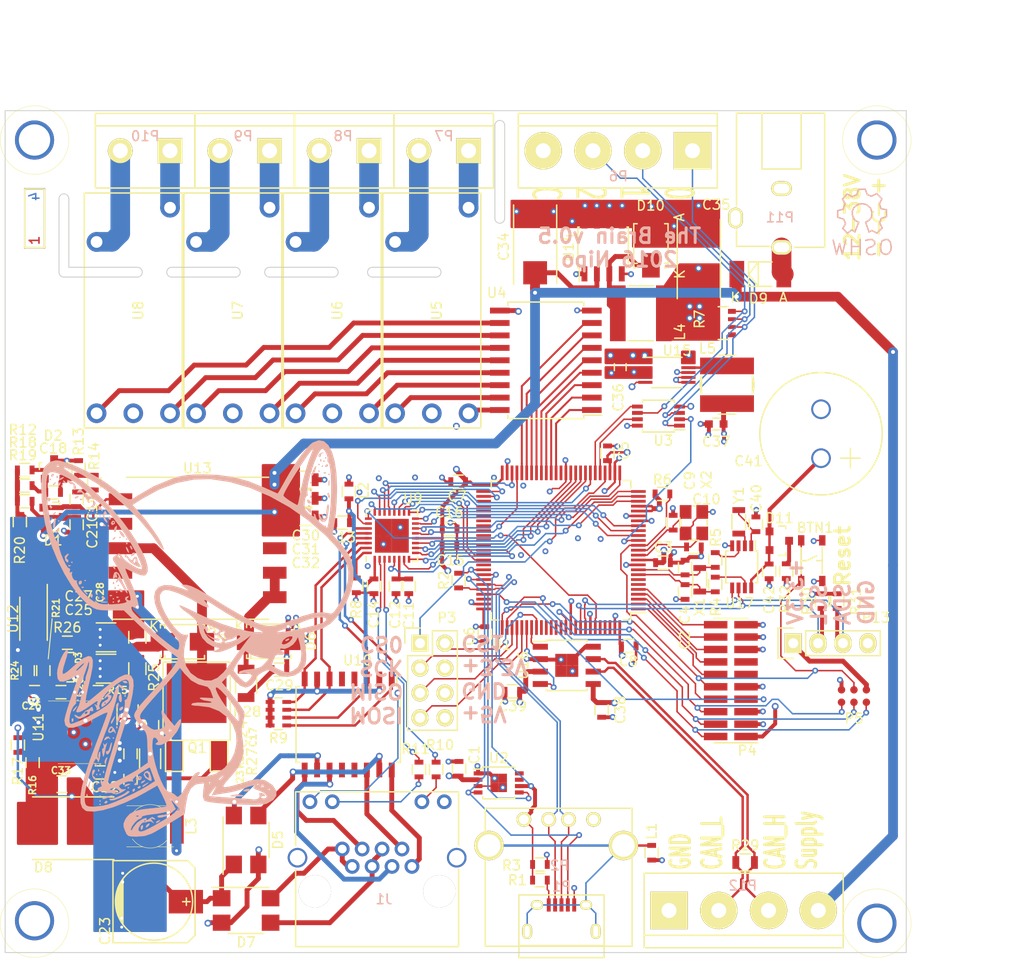
<source format=kicad_pcb>
(kicad_pcb (version 4) (host pcbnew 4.0.4-stable)

  (general
    (links 411)
    (no_connects 0)
    (area 49.949999 49.949999 142.050001 136.050001)
    (thickness 1.6)
    (drawings 49)
    (tracks 1834)
    (zones 0)
    (modules 134)
    (nets 164)
  )

  (page A4)
  (layers
    (0 F.Cu signal)
    (1 In1.Cu power hide)
    (2 In2.Cu power hide)
    (31 B.Cu signal hide)
    (32 B.Adhes user hide)
    (33 F.Adhes user hide)
    (34 B.Paste user hide)
    (35 F.Paste user hide)
    (36 B.SilkS user)
    (37 F.SilkS user)
    (38 B.Mask user)
    (39 F.Mask user hide)
    (40 Dwgs.User user)
    (41 Cmts.User user)
    (42 Eco1.User user)
    (43 Eco2.User user)
    (44 Edge.Cuts user)
    (45 Margin user)
    (46 B.CrtYd user)
    (47 F.CrtYd user)
    (48 B.Fab user hide)
    (49 F.Fab user hide)
  )

  (setup
    (last_trace_width 0.1524)
    (user_trace_width 0.1524)
    (user_trace_width 0.2)
    (user_trace_width 0.25)
    (user_trace_width 0.4)
    (user_trace_width 0.5)
    (user_trace_width 1)
    (user_trace_width 2)
    (trace_clearance 0.1524)
    (zone_clearance 0.2)
    (zone_45_only yes)
    (trace_min 0.1524)
    (segment_width 0.2)
    (edge_width 0.1)
    (via_size 0.6048)
    (via_drill 0.3)
    (via_min_size 0.6048)
    (via_min_drill 0.3)
    (user_via 0.6048 0.3)
    (user_via 0.8 0.4)
    (user_via 1 0.5)
    (user_via 1.5 1)
    (uvia_size 0.3)
    (uvia_drill 0.1)
    (uvias_allowed no)
    (uvia_min_size 0.2)
    (uvia_min_drill 0.1)
    (pcb_text_width 0.3)
    (pcb_text_size 1.5 1.5)
    (mod_edge_width 0.15)
    (mod_text_size 1 1)
    (mod_text_width 0.15)
    (pad_size 1.7272 1.7272)
    (pad_drill 1.016)
    (pad_to_mask_clearance 0)
    (aux_axis_origin 0 0)
    (visible_elements FFFFEF7F)
    (pcbplotparams
      (layerselection 0x00030_ffffffff)
      (usegerberextensions false)
      (excludeedgelayer true)
      (linewidth 0.100000)
      (plotframeref false)
      (viasonmask false)
      (mode 1)
      (useauxorigin false)
      (hpglpennumber 1)
      (hpglpenspeed 20)
      (hpglpendiameter 15)
      (hpglpenoverlay 2)
      (psnegative false)
      (psa4output false)
      (plotreference true)
      (plotvalue true)
      (plotinvisibletext false)
      (padsonsilk false)
      (subtractmaskfromsilk false)
      (outputformat 1)
      (mirror false)
      (drillshape 1)
      (scaleselection 1)
      (outputdirectory ""))
  )

  (net 0 "")
  (net 1 +3V3)
  (net 2 /mcu/TMS)
  (net 3 GND)
  (net 4 /mcu/TCK)
  (net 5 /mcu/TDO)
  (net 6 /mcu/TDI)
  (net 7 /mcu/nRESET)
  (net 8 /mcu/TraceCLK)
  (net 9 /mcu/TraceData0)
  (net 10 /mcu/TraceData1)
  (net 11 /mcu/TraceData2)
  (net 12 /mcu/TraceData3)
  (net 13 "Net-(C9-Pad1)")
  (net 14 "Net-(C10-Pad1)")
  (net 15 "Net-(C18-Pad1)")
  (net 16 +5V)
  (net 17 "Net-(L1-Pad1)")
  (net 18 "Net-(J1-Pad10)")
  (net 19 "Net-(J1-Pad11)")
  (net 20 "Net-(P6-Pad2)")
  (net 21 "Net-(P6-Pad1)")
  (net 22 "Net-(P7-Pad2)")
  (net 23 "Net-(P7-Pad1)")
  (net 24 "Net-(U1-Pad82)")
  (net 25 "Net-(U1-Pad81)")
  (net 26 "/I2C / RTC / Extension/IRQ")
  (net 27 "/I2C / RTC / Extension/OSC_OUT")
  (net 28 "Net-(U1-Pad39)")
  (net 29 "Net-(U1-Pad40)")
  (net 30 "Net-(U1-Pad41)")
  (net 31 "Net-(U1-Pad42)")
  (net 32 "Net-(U1-Pad43)")
  (net 33 "Net-(U1-Pad44)")
  (net 34 "Net-(U1-Pad45)")
  (net 35 "Net-(U1-Pad46)")
  (net 36 /ethernet/POE_VC1-)
  (net 37 /ethernet/POE_VC1+)
  (net 38 /ethernet/POE_VC2-)
  (net 39 /ethernet/POE_VC2+)
  (net 40 "Net-(U1-Pad6)")
  (net 41 "Net-(U1-Pad38)")
  (net 42 "Net-(U1-Pad73)")
  (net 43 "Net-(U1-Pad91)")
  (net 44 "Net-(U1-Pad97)")
  (net 45 "Net-(U1-Pad98)")
  (net 46 "Net-(U9-Pad4)")
  (net 47 /ethernet/CLK_25M)
  (net 48 /mcu/ETH_PHY_nIRQ)
  (net 49 /mcu/ETH_PHY_nRESET)
  (net 50 /ethernet/MDC)
  (net 51 /ethernet/TX_D2)
  (net 52 /ethernet/TX_CLK)
  (net 53 /ethernet/RX_CLK)
  (net 54 /ethernet/MDIO)
  (net 55 /ethernet/RX_DV)
  (net 56 /ethernet/RX_D0)
  (net 57 /ethernet/RX_D1)
  (net 58 /ethernet/RX_D2)
  (net 59 /ethernet/RX_D3)
  (net 60 /ethernet/RX_ER)
  (net 61 /ethernet/TX_EN)
  (net 62 /ethernet/TX_D0)
  (net 63 /ethernet/TX_D1)
  (net 64 /ethernet/TX_D3)
  (net 65 /ethernet/CRS)
  (net 66 /ethernet/COL)
  (net 67 /ethernet/LAN_VDD)
  (net 68 /ethernet/TD-)
  (net 69 /ethernet/TD+)
  (net 70 /ethernet/RD-)
  (net 71 /ethernet/RD+)
  (net 72 /ethernet/ETH_RX-)
  (net 73 /ethernet/ETH_RX+)
  (net 74 /ethernet/ETH_TX-)
  (net 75 /ethernet/ETH_TX+)
  (net 76 "/I2C / RTC / Extension/SCL")
  (net 77 "/I2C / RTC / Extension/SDA")
  (net 78 GNDREF)
  (net 79 /mcu/USB_D+)
  (net 80 /mcu/USB_D-)
  (net 81 /can/CAN-)
  (net 82 /can/CAN+)
  (net 83 "Net-(U2-Pad7)")
  (net 84 "Net-(U2-Pad8)")
  (net 85 "Net-(U1-Pad7)")
  (net 86 "Net-(U1-Pad53)")
  (net 87 "Net-(U1-Pad54)")
  (net 88 "Net-(U1-Pad60)")
  (net 89 "Net-(U1-Pad61)")
  (net 90 "Net-(U1-Pad62)")
  (net 91 "Net-(U1-Pad66)")
  (net 92 "Net-(U1-Pad96)")
  (net 93 "Net-(D6-Pad1)")
  (net 94 "Net-(L5-Pad2)")
  (net 95 /power/VCan)
  (net 96 "Net-(P11-Pad3)")
  (net 97 /mcu/Input_0)
  (net 98 /mcu/Input_1)
  (net 99 /mcu/Input_2)
  (net 100 /mcu/CS0)
  (net 101 /mcu/CS1)
  (net 102 /mcu/SCK)
  (net 103 /mcu/MOSI)
  (net 104 /mcu/MISO)
  (net 105 /poe/VPoe)
  (net 106 /poe/GPoe)
  (net 107 "Net-(C22-Pad1)")
  (net 108 "Net-(C29-Pad1)")
  (net 109 "Net-(D9-Pad2)")
  (net 110 "Net-(R15-Pad1)")
  (net 111 /poe/Feedback)
  (net 112 /poe/VPoe2)
  (net 113 "Net-(Q1-Pad3)")
  (net 114 "Net-(Q1-Pad1)")
  (net 115 /poe/VBias)
  (net 116 /mcu/USB_VBus)
  (net 117 "Net-(R2-Pad1)")
  (net 118 "Net-(C2-Pad1)")
  (net 119 "Net-(C4-Pad1)")
  (net 120 "Net-(C11-Pad1)")
  (net 121 "Net-(C18-Pad2)")
  (net 122 "Net-(C19-Pad2)")
  (net 123 "Net-(C20-Pad1)")
  (net 124 "Net-(C21-Pad1)")
  (net 125 "Net-(C24-Pad1)")
  (net 126 "Net-(C26-Pad2)")
  (net 127 "Net-(C28-Pad2)")
  (net 128 "Net-(C40-Pad1)")
  (net 129 "Net-(C41-Pad1)")
  (net 130 "Net-(D3-Pad1)")
  (net 131 "Net-(D3-Pad2)")
  (net 132 "Net-(D4-Pad2)")
  (net 133 "Net-(D10-Pad1)")
  (net 134 "Net-(D11-Pad3)")
  (net 135 "Net-(P1-Pad1)")
  (net 136 "Net-(P1-Pad4)")
  (net 137 "Net-(P4-Pad11)")
  (net 138 "Net-(P4-Pad13)")
  (net 139 "Net-(P6-Pad3)")
  (net 140 "Net-(P8-Pad1)")
  (net 141 "Net-(P8-Pad2)")
  (net 142 "Net-(P9-Pad1)")
  (net 143 "Net-(P9-Pad2)")
  (net 144 "Net-(P10-Pad1)")
  (net 145 "Net-(P10-Pad2)")
  (net 146 "Net-(R7-Pad5)")
  (net 147 "Net-(R8-Pad1)")
  (net 148 "Net-(R10-Pad1)")
  (net 149 "Net-(R11-Pad1)")
  (net 150 "Net-(R16-Pad1)")
  (net 151 "Net-(R17-Pad2)")
  (net 152 "Net-(R20-Pad2)")
  (net 153 "Net-(R22-Pad2)")
  (net 154 "Net-(R26-Pad1)")
  (net 155 "Net-(U4-Pad11)")
  (net 156 "Net-(U4-Pad12)")
  (net 157 "Net-(U4-Pad13)")
  (net 158 "Net-(U4-Pad14)")
  (net 159 "Net-(U4-Pad15)")
  (net 160 "Net-(U4-Pad16)")
  (net 161 "Net-(U4-Pad17)")
  (net 162 "Net-(U4-Pad18)")
  (net 163 "Net-(U17-Pad2)")

  (net_class Default "This is the default net class."
    (clearance 0.1524)
    (trace_width 0.1524)
    (via_dia 0.6048)
    (via_drill 0.3)
    (uvia_dia 0.3)
    (uvia_drill 0.1)
    (add_net "/I2C / RTC / Extension/IRQ")
    (add_net "/I2C / RTC / Extension/OSC_OUT")
    (add_net "/I2C / RTC / Extension/SCL")
    (add_net "/I2C / RTC / Extension/SDA")
    (add_net /can/CAN+)
    (add_net /can/CAN-)
    (add_net /ethernet/CLK_25M)
    (add_net /ethernet/COL)
    (add_net /ethernet/CRS)
    (add_net /ethernet/MDC)
    (add_net /ethernet/MDIO)
    (add_net /ethernet/RX_CLK)
    (add_net /ethernet/RX_D0)
    (add_net /ethernet/RX_D1)
    (add_net /ethernet/RX_D2)
    (add_net /ethernet/RX_D3)
    (add_net /ethernet/RX_DV)
    (add_net /ethernet/RX_ER)
    (add_net /ethernet/TX_CLK)
    (add_net /ethernet/TX_D0)
    (add_net /ethernet/TX_D1)
    (add_net /ethernet/TX_D2)
    (add_net /ethernet/TX_D3)
    (add_net /ethernet/TX_EN)
    (add_net /mcu/CS0)
    (add_net /mcu/CS1)
    (add_net /mcu/ETH_PHY_nIRQ)
    (add_net /mcu/ETH_PHY_nRESET)
    (add_net /mcu/Input_0)
    (add_net /mcu/Input_1)
    (add_net /mcu/Input_2)
    (add_net /mcu/MISO)
    (add_net /mcu/MOSI)
    (add_net /mcu/SCK)
    (add_net /mcu/TCK)
    (add_net /mcu/TDI)
    (add_net /mcu/TDO)
    (add_net /mcu/TMS)
    (add_net /mcu/TraceCLK)
    (add_net /mcu/TraceData0)
    (add_net /mcu/TraceData1)
    (add_net /mcu/TraceData2)
    (add_net /mcu/TraceData3)
    (add_net /mcu/USB_D+)
    (add_net /mcu/USB_D-)
    (add_net /mcu/USB_VBus)
    (add_net /mcu/nRESET)
    (add_net /poe/Feedback)
    (add_net /poe/VBias)
    (add_net /poe/VPoe2)
    (add_net GND)
    (add_net "Net-(C10-Pad1)")
    (add_net "Net-(C11-Pad1)")
    (add_net "Net-(C18-Pad1)")
    (add_net "Net-(C18-Pad2)")
    (add_net "Net-(C19-Pad2)")
    (add_net "Net-(C2-Pad1)")
    (add_net "Net-(C20-Pad1)")
    (add_net "Net-(C21-Pad1)")
    (add_net "Net-(C22-Pad1)")
    (add_net "Net-(C24-Pad1)")
    (add_net "Net-(C26-Pad2)")
    (add_net "Net-(C28-Pad2)")
    (add_net "Net-(C29-Pad1)")
    (add_net "Net-(C4-Pad1)")
    (add_net "Net-(C40-Pad1)")
    (add_net "Net-(C41-Pad1)")
    (add_net "Net-(C9-Pad1)")
    (add_net "Net-(D10-Pad1)")
    (add_net "Net-(D11-Pad3)")
    (add_net "Net-(D3-Pad1)")
    (add_net "Net-(D3-Pad2)")
    (add_net "Net-(D4-Pad2)")
    (add_net "Net-(D6-Pad1)")
    (add_net "Net-(D9-Pad2)")
    (add_net "Net-(J1-Pad10)")
    (add_net "Net-(J1-Pad11)")
    (add_net "Net-(L1-Pad1)")
    (add_net "Net-(L5-Pad2)")
    (add_net "Net-(P1-Pad1)")
    (add_net "Net-(P1-Pad4)")
    (add_net "Net-(P10-Pad1)")
    (add_net "Net-(P10-Pad2)")
    (add_net "Net-(P11-Pad3)")
    (add_net "Net-(P4-Pad11)")
    (add_net "Net-(P4-Pad13)")
    (add_net "Net-(P6-Pad1)")
    (add_net "Net-(P6-Pad2)")
    (add_net "Net-(P6-Pad3)")
    (add_net "Net-(P7-Pad1)")
    (add_net "Net-(P7-Pad2)")
    (add_net "Net-(P8-Pad1)")
    (add_net "Net-(P8-Pad2)")
    (add_net "Net-(P9-Pad1)")
    (add_net "Net-(P9-Pad2)")
    (add_net "Net-(Q1-Pad1)")
    (add_net "Net-(Q1-Pad3)")
    (add_net "Net-(R10-Pad1)")
    (add_net "Net-(R11-Pad1)")
    (add_net "Net-(R15-Pad1)")
    (add_net "Net-(R16-Pad1)")
    (add_net "Net-(R17-Pad2)")
    (add_net "Net-(R2-Pad1)")
    (add_net "Net-(R20-Pad2)")
    (add_net "Net-(R22-Pad2)")
    (add_net "Net-(R26-Pad1)")
    (add_net "Net-(R7-Pad5)")
    (add_net "Net-(R8-Pad1)")
    (add_net "Net-(U1-Pad38)")
    (add_net "Net-(U1-Pad39)")
    (add_net "Net-(U1-Pad40)")
    (add_net "Net-(U1-Pad41)")
    (add_net "Net-(U1-Pad42)")
    (add_net "Net-(U1-Pad43)")
    (add_net "Net-(U1-Pad44)")
    (add_net "Net-(U1-Pad45)")
    (add_net "Net-(U1-Pad46)")
    (add_net "Net-(U1-Pad53)")
    (add_net "Net-(U1-Pad54)")
    (add_net "Net-(U1-Pad6)")
    (add_net "Net-(U1-Pad60)")
    (add_net "Net-(U1-Pad61)")
    (add_net "Net-(U1-Pad62)")
    (add_net "Net-(U1-Pad66)")
    (add_net "Net-(U1-Pad7)")
    (add_net "Net-(U1-Pad73)")
    (add_net "Net-(U1-Pad81)")
    (add_net "Net-(U1-Pad82)")
    (add_net "Net-(U1-Pad91)")
    (add_net "Net-(U1-Pad96)")
    (add_net "Net-(U1-Pad97)")
    (add_net "Net-(U1-Pad98)")
    (add_net "Net-(U17-Pad2)")
    (add_net "Net-(U2-Pad7)")
    (add_net "Net-(U2-Pad8)")
    (add_net "Net-(U4-Pad11)")
    (add_net "Net-(U4-Pad12)")
    (add_net "Net-(U4-Pad13)")
    (add_net "Net-(U4-Pad14)")
    (add_net "Net-(U4-Pad15)")
    (add_net "Net-(U4-Pad16)")
    (add_net "Net-(U4-Pad17)")
    (add_net "Net-(U4-Pad18)")
    (add_net "Net-(U9-Pad4)")
  )

  (net_class More ""
    (clearance 0.2)
    (trace_width 0.25)
    (via_dia 0.6048)
    (via_drill 0.3)
    (uvia_dia 0.3)
    (uvia_drill 0.1)
    (add_net /ethernet/RD+)
    (add_net /ethernet/RD-)
    (add_net /ethernet/TD+)
    (add_net /ethernet/TD-)
  )

  (net_class Power ""
    (clearance 0.1524)
    (trace_width 0.5)
    (via_dia 0.7)
    (via_drill 0.4)
    (uvia_dia 0.3)
    (uvia_drill 0.1)
    (add_net +3V3)
    (add_net +5V)
    (add_net /ethernet/ETH_RX+)
    (add_net /ethernet/ETH_RX-)
    (add_net /ethernet/ETH_TX+)
    (add_net /ethernet/ETH_TX-)
    (add_net /ethernet/LAN_VDD)
    (add_net /ethernet/POE_VC1+)
    (add_net /ethernet/POE_VC1-)
    (add_net /ethernet/POE_VC2+)
    (add_net /ethernet/POE_VC2-)
    (add_net /poe/GPoe)
    (add_net /poe/VPoe)
    (add_net /power/VCan)
    (add_net GNDREF)
  )

  (net_class Power2 ""
    (clearance 1)
    (trace_width 0.5)
    (via_dia 1)
    (via_drill 0.5)
    (uvia_dia 0.3)
    (uvia_drill 0.1)
  )

  (module Connect:USB_A (layer F.Cu) (tedit 5543E289) (tstamp 57C37A26)
    (at 102.95914 122.40212)
    (descr "USB A connector")
    (tags "USB USB_A")
    (path /57A213D7/57BD5361)
    (fp_text reference P2 (at 3.64086 4.69788 180) (layer B.SilkS)
      (effects (font (size 1 1) (thickness 0.15)) (justify mirror))
    )
    (fp_text value USBA (at 3.83794 7.43458) (layer F.Fab)
      (effects (font (size 1 1) (thickness 0.15)))
    )
    (fp_line (start -5.3 13.2) (end -5.3 -1.4) (layer F.CrtYd) (width 0.05))
    (fp_line (start 11.95 -1.4) (end 11.95 13.2) (layer F.CrtYd) (width 0.05))
    (fp_line (start -5.3 13.2) (end 11.95 13.2) (layer F.CrtYd) (width 0.05))
    (fp_line (start -5.3 -1.4) (end 11.95 -1.4) (layer F.CrtYd) (width 0.05))
    (fp_line (start 11.04986 -1.14512) (end 11.04986 12.95188) (layer F.SilkS) (width 0.15))
    (fp_line (start -3.93614 12.95188) (end -3.93614 -1.14512) (layer F.SilkS) (width 0.15))
    (fp_line (start 11.04986 -1.14512) (end -3.93614 -1.14512) (layer F.SilkS) (width 0.15))
    (fp_line (start 11.04986 12.95188) (end -3.93614 12.95188) (layer F.SilkS) (width 0.15))
    (pad 4 thru_hole circle (at 7.11286 -0.00212 270) (size 1.50114 1.50114) (drill 1.00076) (layers *.Cu *.Mask F.SilkS)
      (net 3 GND))
    (pad 3 thru_hole circle (at 4.57286 -0.00212 270) (size 1.50114 1.50114) (drill 1.00076) (layers *.Cu *.Mask F.SilkS)
      (net 79 /mcu/USB_D+))
    (pad 2 thru_hole circle (at 2.54086 -0.00212 270) (size 1.50114 1.50114) (drill 1.00076) (layers *.Cu *.Mask F.SilkS)
      (net 80 /mcu/USB_D-))
    (pad 1 thru_hole circle (at 0.00086 -0.00212 270) (size 1.50114 1.50114) (drill 1.00076) (layers *.Cu *.Mask F.SilkS)
      (net 116 /mcu/USB_VBus))
    (pad 5 thru_hole circle (at 10.16086 2.66488 270) (size 2.99974 2.99974) (drill 2.30124) (layers *.Cu *.Mask F.SilkS)
      (net 17 "Net-(L1-Pad1)"))
    (pad 5 thru_hole circle (at -3.55514 2.66488 270) (size 2.99974 2.99974) (drill 2.30124) (layers *.Cu *.Mask F.SilkS)
      (net 17 "Net-(L1-Pad1)"))
    (model Connect.3dshapes/USB_A.wrl
      (at (xyz 0.14 0 0))
      (scale (xyz 1 1 1))
      (rotate (xyz 0 0 90))
    )
  )

  (module Pin_Headers:Pin_Header_Straight_2x04 (layer F.Cu) (tedit 57C9A701) (tstamp 57CA0578)
    (at 92.36 104.4)
    (descr "Through hole pin header")
    (tags "pin header")
    (path /57A213D7/57C9C680)
    (fp_text reference P3 (at 2.74 -2.6) (layer F.SilkS)
      (effects (font (size 1 1) (thickness 0.15)))
    )
    (fp_text value SPI (at 0 -3.1) (layer F.Fab)
      (effects (font (size 1 1) (thickness 0.15)))
    )
    (fp_line (start -1.75 -1.75) (end -1.75 9.4) (layer F.CrtYd) (width 0.05))
    (fp_line (start 4.3 -1.75) (end 4.3 9.4) (layer F.CrtYd) (width 0.05))
    (fp_line (start -1.75 -1.75) (end 4.3 -1.75) (layer F.CrtYd) (width 0.05))
    (fp_line (start -1.75 9.4) (end 4.3 9.4) (layer F.CrtYd) (width 0.05))
    (fp_line (start -1.27 1.27) (end -1.27 8.89) (layer F.SilkS) (width 0.15))
    (fp_line (start -1.27 8.89) (end 3.81 8.89) (layer F.SilkS) (width 0.15))
    (fp_line (start 3.81 8.89) (end 3.81 -1.27) (layer F.SilkS) (width 0.15))
    (fp_line (start 3.81 -1.27) (end 1.27 -1.27) (layer F.SilkS) (width 0.15))
    (fp_line (start 0 -1.55) (end -1.55 -1.55) (layer F.SilkS) (width 0.15))
    (fp_line (start 1.27 -1.27) (end 1.27 1.27) (layer F.SilkS) (width 0.15))
    (fp_line (start 1.27 1.27) (end -1.27 1.27) (layer F.SilkS) (width 0.15))
    (fp_line (start -1.55 -1.55) (end -1.55 0) (layer F.SilkS) (width 0.15))
    (pad 1 thru_hole rect (at 0 0) (size 1.7272 1.7272) (drill 1.016) (layers *.Cu *.Mask F.SilkS)
      (net 100 /mcu/CS0))
    (pad 2 thru_hole oval (at 2.54 0) (size 1.7272 1.7272) (drill 1.016) (layers *.Cu *.Mask F.SilkS)
      (net 101 /mcu/CS1))
    (pad 3 thru_hole oval (at 0 2.54) (size 1.7272 1.7272) (drill 1.016) (layers *.Cu *.Mask F.SilkS)
      (net 102 /mcu/SCK))
    (pad 4 thru_hole oval (at 2.54 2.54) (size 1.7272 1.7272) (drill 1.016) (layers *.Cu *.Mask F.SilkS)
      (net 1 +3V3) (zone_connect 2))
    (pad 5 thru_hole oval (at 0 5.08) (size 1.7272 1.7272) (drill 1.016) (layers *.Cu *.Mask F.SilkS)
      (net 104 /mcu/MISO))
    (pad 6 thru_hole oval (at 2.54 5.08) (size 1.7272 1.7272) (drill 1.016) (layers *.Cu *.Mask F.SilkS)
      (net 3 GND))
    (pad 7 thru_hole oval (at 0 7.62) (size 1.7272 1.7272) (drill 1.016) (layers *.Cu *.Mask F.SilkS)
      (net 103 /mcu/MOSI))
    (pad 8 thru_hole oval (at 2.54 7.62) (size 1.7272 1.7272) (drill 1.016) (layers *.Cu *.Mask F.SilkS)
      (net 16 +5V) (zone_connect 2))
    (model Pin_Headers.3dshapes/Pin_Header_Straight_2x04.wrl
      (at (xyz 0.05 -0.15 0))
      (scale (xyz 1 1 1))
      (rotate (xyz 0 0 90))
    )
  )

  (module Housings_QFP:LQFP-100_14x14mm_Pitch0.5mm (layer F.Cu) (tedit 54130A77) (tstamp 57C377BF)
    (at 106.75 94.9 180)
    (descr "LQFP100: plastic low profile quad flat package; 100 leads; body 14 x 14 x 1.4 mm (see NXP sot407-1_po.pdf and sot407-1_fr.pdf)")
    (tags "QFP 0.5")
    (path /57A213D7/57BCD0F0)
    (attr smd)
    (fp_text reference U1 (at 6.07 -9.66 180) (layer F.SilkS)
      (effects (font (size 1 1) (thickness 0.15)))
    )
    (fp_text value STM32F107VCT (at 0 9.65 180) (layer F.Fab)
      (effects (font (size 1 1) (thickness 0.15)))
    )
    (fp_line (start -8.9 -8.9) (end -8.9 8.9) (layer F.CrtYd) (width 0.05))
    (fp_line (start 8.9 -8.9) (end 8.9 8.9) (layer F.CrtYd) (width 0.05))
    (fp_line (start -8.9 -8.9) (end 8.9 -8.9) (layer F.CrtYd) (width 0.05))
    (fp_line (start -8.9 8.9) (end 8.9 8.9) (layer F.CrtYd) (width 0.05))
    (fp_line (start -7.125 -7.125) (end -7.125 -6.365) (layer F.SilkS) (width 0.15))
    (fp_line (start 7.125 -7.125) (end 7.125 -6.365) (layer F.SilkS) (width 0.15))
    (fp_line (start 7.125 7.125) (end 7.125 6.365) (layer F.SilkS) (width 0.15))
    (fp_line (start -7.125 7.125) (end -7.125 6.365) (layer F.SilkS) (width 0.15))
    (fp_line (start -7.125 -7.125) (end -6.365 -7.125) (layer F.SilkS) (width 0.15))
    (fp_line (start -7.125 7.125) (end -6.365 7.125) (layer F.SilkS) (width 0.15))
    (fp_line (start 7.125 7.125) (end 6.365 7.125) (layer F.SilkS) (width 0.15))
    (fp_line (start 7.125 -7.125) (end 6.365 -7.125) (layer F.SilkS) (width 0.15))
    (fp_line (start -7.125 -6.365) (end -8.65 -6.365) (layer F.SilkS) (width 0.15))
    (pad 1 smd rect (at -7.9 -6 180) (size 1.5 0.28) (layers F.Cu F.Paste F.Mask)
      (net 8 /mcu/TraceCLK))
    (pad 2 smd rect (at -7.9 -5.5 180) (size 1.5 0.28) (layers F.Cu F.Paste F.Mask)
      (net 9 /mcu/TraceData0))
    (pad 3 smd rect (at -7.9 -5 180) (size 1.5 0.28) (layers F.Cu F.Paste F.Mask)
      (net 10 /mcu/TraceData1))
    (pad 4 smd rect (at -7.9 -4.5 180) (size 1.5 0.28) (layers F.Cu F.Paste F.Mask)
      (net 11 /mcu/TraceData2))
    (pad 5 smd rect (at -7.9 -4 180) (size 1.5 0.28) (layers F.Cu F.Paste F.Mask)
      (net 12 /mcu/TraceData3))
    (pad 6 smd rect (at -7.9 -3.5 180) (size 1.5 0.28) (layers F.Cu F.Paste F.Mask)
      (net 40 "Net-(U1-Pad6)"))
    (pad 7 smd rect (at -7.9 -3 180) (size 1.5 0.28) (layers F.Cu F.Paste F.Mask)
      (net 85 "Net-(U1-Pad7)"))
    (pad 8 smd rect (at -7.9 -2.5 180) (size 1.5 0.28) (layers F.Cu F.Paste F.Mask)
      (net 118 "Net-(C2-Pad1)"))
    (pad 9 smd rect (at -7.9 -2 180) (size 1.5 0.28) (layers F.Cu F.Paste F.Mask)
      (net 119 "Net-(C4-Pad1)"))
    (pad 10 smd rect (at -7.9 -1.5 180) (size 1.5 0.28) (layers F.Cu F.Paste F.Mask)
      (net 3 GND))
    (pad 11 smd rect (at -7.9 -1 180) (size 1.5 0.28) (layers F.Cu F.Paste F.Mask)
      (net 1 +3V3))
    (pad 12 smd rect (at -7.9 -0.5 180) (size 1.5 0.28) (layers F.Cu F.Paste F.Mask)
      (net 14 "Net-(C10-Pad1)"))
    (pad 13 smd rect (at -7.9 0 180) (size 1.5 0.28) (layers F.Cu F.Paste F.Mask)
      (net 13 "Net-(C9-Pad1)"))
    (pad 14 smd rect (at -7.9 0.5 180) (size 1.5 0.28) (layers F.Cu F.Paste F.Mask)
      (net 7 /mcu/nRESET))
    (pad 15 smd rect (at -7.9 1 180) (size 1.5 0.28) (layers F.Cu F.Paste F.Mask)
      (net 99 /mcu/Input_2))
    (pad 16 smd rect (at -7.9 1.5 180) (size 1.5 0.28) (layers F.Cu F.Paste F.Mask)
      (net 50 /ethernet/MDC))
    (pad 17 smd rect (at -7.9 2 180) (size 1.5 0.28) (layers F.Cu F.Paste F.Mask)
      (net 51 /ethernet/TX_D2))
    (pad 18 smd rect (at -7.9 2.5 180) (size 1.5 0.28) (layers F.Cu F.Paste F.Mask)
      (net 52 /ethernet/TX_CLK))
    (pad 19 smd rect (at -7.9 3 180) (size 1.5 0.28) (layers F.Cu F.Paste F.Mask)
      (net 3 GND))
    (pad 20 smd rect (at -7.9 3.5 180) (size 1.5 0.28) (layers F.Cu F.Paste F.Mask)
      (net 3 GND))
    (pad 21 smd rect (at -7.9 4 180) (size 1.5 0.28) (layers F.Cu F.Paste F.Mask)
      (net 1 +3V3))
    (pad 22 smd rect (at -7.9 4.5 180) (size 1.5 0.28) (layers F.Cu F.Paste F.Mask)
      (net 1 +3V3))
    (pad 23 smd rect (at -7.9 5 180) (size 1.5 0.28) (layers F.Cu F.Paste F.Mask)
      (net 65 /ethernet/CRS))
    (pad 24 smd rect (at -7.9 5.5 180) (size 1.5 0.28) (layers F.Cu F.Paste F.Mask)
      (net 53 /ethernet/RX_CLK))
    (pad 25 smd rect (at -7.9 6 180) (size 1.5 0.28) (layers F.Cu F.Paste F.Mask)
      (net 54 /ethernet/MDIO))
    (pad 26 smd rect (at -6 7.9 270) (size 1.5 0.28) (layers F.Cu F.Paste F.Mask)
      (net 66 /ethernet/COL))
    (pad 27 smd rect (at -5.5 7.9 270) (size 1.5 0.28) (layers F.Cu F.Paste F.Mask)
      (net 3 GND))
    (pad 28 smd rect (at -5 7.9 270) (size 1.5 0.28) (layers F.Cu F.Paste F.Mask)
      (net 1 +3V3))
    (pad 29 smd rect (at -4.5 7.9 270) (size 1.5 0.28) (layers F.Cu F.Paste F.Mask)
      (net 100 /mcu/CS0))
    (pad 30 smd rect (at -4 7.9 270) (size 1.5 0.28) (layers F.Cu F.Paste F.Mask)
      (net 97 /mcu/Input_0))
    (pad 31 smd rect (at -3.5 7.9 270) (size 1.5 0.28) (layers F.Cu F.Paste F.Mask)
      (net 98 /mcu/Input_1))
    (pad 32 smd rect (at -3 7.9 270) (size 1.5 0.28) (layers F.Cu F.Paste F.Mask)
      (net 55 /ethernet/RX_DV))
    (pad 33 smd rect (at -2.5 7.9 270) (size 1.5 0.28) (layers F.Cu F.Paste F.Mask)
      (net 56 /ethernet/RX_D0))
    (pad 34 smd rect (at -2 7.9 270) (size 1.5 0.28) (layers F.Cu F.Paste F.Mask)
      (net 57 /ethernet/RX_D1))
    (pad 35 smd rect (at -1.5 7.9 270) (size 1.5 0.28) (layers F.Cu F.Paste F.Mask)
      (net 58 /ethernet/RX_D2))
    (pad 36 smd rect (at -1 7.9 270) (size 1.5 0.28) (layers F.Cu F.Paste F.Mask)
      (net 59 /ethernet/RX_D3))
    (pad 37 smd rect (at -0.5 7.9 270) (size 1.5 0.28) (layers F.Cu F.Paste F.Mask)
      (net 3 GND))
    (pad 38 smd rect (at 0 7.9 270) (size 1.5 0.28) (layers F.Cu F.Paste F.Mask)
      (net 41 "Net-(U1-Pad38)"))
    (pad 39 smd rect (at 0.5 7.9 270) (size 1.5 0.28) (layers F.Cu F.Paste F.Mask)
      (net 28 "Net-(U1-Pad39)"))
    (pad 40 smd rect (at 1 7.9 270) (size 1.5 0.28) (layers F.Cu F.Paste F.Mask)
      (net 29 "Net-(U1-Pad40)"))
    (pad 41 smd rect (at 1.5 7.9 270) (size 1.5 0.28) (layers F.Cu F.Paste F.Mask)
      (net 30 "Net-(U1-Pad41)"))
    (pad 42 smd rect (at 2 7.9 270) (size 1.5 0.28) (layers F.Cu F.Paste F.Mask)
      (net 31 "Net-(U1-Pad42)"))
    (pad 43 smd rect (at 2.5 7.9 270) (size 1.5 0.28) (layers F.Cu F.Paste F.Mask)
      (net 32 "Net-(U1-Pad43)"))
    (pad 44 smd rect (at 3 7.9 270) (size 1.5 0.28) (layers F.Cu F.Paste F.Mask)
      (net 33 "Net-(U1-Pad44)"))
    (pad 45 smd rect (at 3.5 7.9 270) (size 1.5 0.28) (layers F.Cu F.Paste F.Mask)
      (net 34 "Net-(U1-Pad45)"))
    (pad 46 smd rect (at 4 7.9 270) (size 1.5 0.28) (layers F.Cu F.Paste F.Mask)
      (net 35 "Net-(U1-Pad46)"))
    (pad 47 smd rect (at 4.5 7.9 270) (size 1.5 0.28) (layers F.Cu F.Paste F.Mask)
      (net 60 /ethernet/RX_ER))
    (pad 48 smd rect (at 5 7.9 270) (size 1.5 0.28) (layers F.Cu F.Paste F.Mask)
      (net 61 /ethernet/TX_EN))
    (pad 49 smd rect (at 5.5 7.9 270) (size 1.5 0.28) (layers F.Cu F.Paste F.Mask)
      (net 3 GND))
    (pad 50 smd rect (at 6 7.9 270) (size 1.5 0.28) (layers F.Cu F.Paste F.Mask)
      (net 1 +3V3))
    (pad 51 smd rect (at 7.9 6 180) (size 1.5 0.28) (layers F.Cu F.Paste F.Mask)
      (net 62 /ethernet/TX_D0))
    (pad 52 smd rect (at 7.9 5.5 180) (size 1.5 0.28) (layers F.Cu F.Paste F.Mask)
      (net 63 /ethernet/TX_D1))
    (pad 53 smd rect (at 7.9 5 180) (size 1.5 0.28) (layers F.Cu F.Paste F.Mask)
      (net 86 "Net-(U1-Pad53)"))
    (pad 54 smd rect (at 7.9 4.5 180) (size 1.5 0.28) (layers F.Cu F.Paste F.Mask)
      (net 87 "Net-(U1-Pad54)"))
    (pad 55 smd rect (at 7.9 4 180) (size 1.5 0.28) (layers F.Cu F.Paste F.Mask))
    (pad 56 smd rect (at 7.9 3.5 180) (size 1.5 0.28) (layers F.Cu F.Paste F.Mask))
    (pad 57 smd rect (at 7.9 3 180) (size 1.5 0.28) (layers F.Cu F.Paste F.Mask))
    (pad 58 smd rect (at 7.9 2.5 180) (size 1.5 0.28) (layers F.Cu F.Paste F.Mask))
    (pad 59 smd rect (at 7.9 2 180) (size 1.5 0.28) (layers F.Cu F.Paste F.Mask))
    (pad 60 smd rect (at 7.9 1.5 180) (size 1.5 0.28) (layers F.Cu F.Paste F.Mask)
      (net 88 "Net-(U1-Pad60)"))
    (pad 61 smd rect (at 7.9 1 180) (size 1.5 0.28) (layers F.Cu F.Paste F.Mask)
      (net 89 "Net-(U1-Pad61)"))
    (pad 62 smd rect (at 7.9 0.5 180) (size 1.5 0.28) (layers F.Cu F.Paste F.Mask)
      (net 90 "Net-(U1-Pad62)"))
    (pad 63 smd rect (at 7.9 0 180) (size 1.5 0.28) (layers F.Cu F.Paste F.Mask)
      (net 47 /ethernet/CLK_25M))
    (pad 64 smd rect (at 7.9 -0.5 180) (size 1.5 0.28) (layers F.Cu F.Paste F.Mask)
      (net 49 /mcu/ETH_PHY_nRESET))
    (pad 65 smd rect (at 7.9 -1 180) (size 1.5 0.28) (layers F.Cu F.Paste F.Mask)
      (net 48 /mcu/ETH_PHY_nIRQ))
    (pad 66 smd rect (at 7.9 -1.5 180) (size 1.5 0.28) (layers F.Cu F.Paste F.Mask)
      (net 91 "Net-(U1-Pad66)"))
    (pad 67 smd rect (at 7.9 -2 180) (size 1.5 0.28) (layers F.Cu F.Paste F.Mask)
      (net 117 "Net-(R2-Pad1)"))
    (pad 68 smd rect (at 7.9 -2.5 180) (size 1.5 0.28) (layers F.Cu F.Paste F.Mask)
      (net 116 /mcu/USB_VBus))
    (pad 69 smd rect (at 7.9 -3 180) (size 1.5 0.28) (layers F.Cu F.Paste F.Mask)
      (net 136 "Net-(P1-Pad4)"))
    (pad 70 smd rect (at 7.9 -3.5 180) (size 1.5 0.28) (layers F.Cu F.Paste F.Mask)
      (net 80 /mcu/USB_D-))
    (pad 71 smd rect (at 7.9 -4 180) (size 1.5 0.28) (layers F.Cu F.Paste F.Mask)
      (net 79 /mcu/USB_D+))
    (pad 72 smd rect (at 7.9 -4.5 180) (size 1.5 0.28) (layers F.Cu F.Paste F.Mask)
      (net 2 /mcu/TMS))
    (pad 73 smd rect (at 7.9 -5 180) (size 1.5 0.28) (layers F.Cu F.Paste F.Mask)
      (net 42 "Net-(U1-Pad73)"))
    (pad 74 smd rect (at 7.9 -5.5 180) (size 1.5 0.28) (layers F.Cu F.Paste F.Mask)
      (net 3 GND))
    (pad 75 smd rect (at 7.9 -6 180) (size 1.5 0.28) (layers F.Cu F.Paste F.Mask)
      (net 1 +3V3))
    (pad 76 smd rect (at 6 -7.9 270) (size 1.5 0.28) (layers F.Cu F.Paste F.Mask)
      (net 4 /mcu/TCK))
    (pad 77 smd rect (at 5.5 -7.9 270) (size 1.5 0.28) (layers F.Cu F.Paste F.Mask)
      (net 6 /mcu/TDI))
    (pad 78 smd rect (at 5 -7.9 270) (size 1.5 0.28) (layers F.Cu F.Paste F.Mask)
      (net 102 /mcu/SCK))
    (pad 79 smd rect (at 4.5 -7.9 270) (size 1.5 0.28) (layers F.Cu F.Paste F.Mask)
      (net 104 /mcu/MISO))
    (pad 80 smd rect (at 4 -7.9 270) (size 1.5 0.28) (layers F.Cu F.Paste F.Mask)
      (net 103 /mcu/MOSI))
    (pad 81 smd rect (at 3.5 -7.9 270) (size 1.5 0.28) (layers F.Cu F.Paste F.Mask)
      (net 25 "Net-(U1-Pad81)"))
    (pad 82 smd rect (at 3 -7.9 270) (size 1.5 0.28) (layers F.Cu F.Paste F.Mask)
      (net 24 "Net-(U1-Pad82)"))
    (pad 83 smd rect (at 2.5 -7.9 270) (size 1.5 0.28) (layers F.Cu F.Paste F.Mask)
      (net 101 /mcu/CS1))
    (pad 84 smd rect (at 2 -7.9 270) (size 1.5 0.28) (layers F.Cu F.Paste F.Mask))
    (pad 85 smd rect (at 1.5 -7.9 270) (size 1.5 0.28) (layers F.Cu F.Paste F.Mask))
    (pad 86 smd rect (at 1 -7.9 270) (size 1.5 0.28) (layers F.Cu F.Paste F.Mask))
    (pad 87 smd rect (at 0.5 -7.9 270) (size 1.5 0.28) (layers F.Cu F.Paste F.Mask))
    (pad 88 smd rect (at 0 -7.9 270) (size 1.5 0.28) (layers F.Cu F.Paste F.Mask))
    (pad 89 smd rect (at -0.5 -7.9 270) (size 1.5 0.28) (layers F.Cu F.Paste F.Mask)
      (net 5 /mcu/TDO))
    (pad 90 smd rect (at -1 -7.9 270) (size 1.5 0.28) (layers F.Cu F.Paste F.Mask)
      (net 3 GND))
    (pad 91 smd rect (at -1.5 -7.9 270) (size 1.5 0.28) (layers F.Cu F.Paste F.Mask)
      (net 43 "Net-(U1-Pad91)"))
    (pad 92 smd rect (at -2 -7.9 270) (size 1.5 0.28) (layers F.Cu F.Paste F.Mask)
      (net 76 "/I2C / RTC / Extension/SCL"))
    (pad 93 smd rect (at -2.5 -7.9 270) (size 1.5 0.28) (layers F.Cu F.Paste F.Mask)
      (net 77 "/I2C / RTC / Extension/SDA"))
    (pad 94 smd rect (at -3 -7.9 270) (size 1.5 0.28) (layers F.Cu F.Paste F.Mask)
      (net 3 GND))
    (pad 95 smd rect (at -3.5 -7.9 270) (size 1.5 0.28) (layers F.Cu F.Paste F.Mask)
      (net 64 /ethernet/TX_D3))
    (pad 96 smd rect (at -4 -7.9 270) (size 1.5 0.28) (layers F.Cu F.Paste F.Mask)
      (net 92 "Net-(U1-Pad96)"))
    (pad 97 smd rect (at -4.5 -7.9 270) (size 1.5 0.28) (layers F.Cu F.Paste F.Mask)
      (net 44 "Net-(U1-Pad97)"))
    (pad 98 smd rect (at -5 -7.9 270) (size 1.5 0.28) (layers F.Cu F.Paste F.Mask)
      (net 45 "Net-(U1-Pad98)"))
    (pad 99 smd rect (at -5.5 -7.9 270) (size 1.5 0.28) (layers F.Cu F.Paste F.Mask)
      (net 3 GND))
    (pad 100 smd rect (at -6 -7.9 270) (size 1.5 0.28) (layers F.Cu F.Paste F.Mask)
      (net 1 +3V3))
    (model Housings_QFP.3dshapes/LQFP-100_14x14mm_Pitch0.5mm.wrl
      (at (xyz 0 0 0))
      (scale (xyz 1 1 1))
      (rotate (xyz 0 0 0))
    )
  )

  (module Abracon:ABM8G (layer F.Cu) (tedit 56F3EB4E) (tstamp 57C37BAB)
    (at 120.32122 92.089165 90)
    (path /57A213D7/57BCDC66)
    (fp_text reference X2 (at 4.389165 1.27878 90) (layer F.SilkS)
      (effects (font (size 1 1) (thickness 0.15)))
    )
    (fp_text value 25MHz (at 0 -2.15 90) (layer F.Fab)
      (effects (font (size 1 1) (thickness 0.15)))
    )
    (fp_line (start -1.7 0.15) (end -1.7 -0.15) (layer F.SilkS) (width 0.15))
    (fp_line (start 0.3 1.35) (end -0.3 1.35) (layer F.SilkS) (width 0.15))
    (fp_line (start 1.7 -0.15) (end 1.7 0.15) (layer F.SilkS) (width 0.15))
    (fp_line (start -0.3 -1.35) (end 0.3 -1.35) (layer F.SilkS) (width 0.15))
    (fp_line (start -1.6 1.25) (end -1.6 -1.25) (layer F.CrtYd) (width 0.05))
    (fp_line (start 1.6 1.25) (end -1.6 1.25) (layer F.CrtYd) (width 0.05))
    (fp_line (start 1.6 -1.25) (end 1.6 1.25) (layer F.CrtYd) (width 0.05))
    (fp_line (start -1.6 -1.25) (end 1.6 -1.25) (layer F.CrtYd) (width 0.05))
    (pad 3 smd rect (at -1.1 -0.85 90) (size 1.4 1.2) (layers F.Cu F.Paste F.Mask)
      (net 3 GND))
    (pad 2 smd rect (at 1.1 -0.85 90) (size 1.4 1.2) (layers F.Cu F.Paste F.Mask)
      (net 13 "Net-(C9-Pad1)"))
    (pad 3 smd rect (at 1.1 0.85 90) (size 1.4 1.2) (layers F.Cu F.Paste F.Mask)
      (net 3 GND))
    (pad 1 smd rect (at -1.1 0.85 90) (size 1.4 1.2) (layers F.Cu F.Paste F.Mask)
      (net 14 "Net-(C10-Pad1)"))
    (model /Users/nipo/projects/hardware/kicad-library/Abracon.3dshapes/ABM8G.wrl
      (at (xyz 0 0 0))
      (scale (xyz 0.3937 0.3937 0.3937))
      (rotate (xyz -90 0 0))
    )
  )

  (module Abracon:ABS07 (layer F.Cu) (tedit 57C35276) (tstamp 57C37B85)
    (at 120.916 97.919 270)
    (descr http://www.abracon.com/Resonators/ABS07.pdf)
    (tags "ABS07 Crystal")
    (path /57A213D7/57BD5AA4)
    (fp_text reference X1 (at 2.781 0.016 270) (layer F.SilkS)
      (effects (font (size 1 1) (thickness 0.15)))
    )
    (fp_text value 32768Hz (at 0 -1.4 270) (layer F.Fab)
      (effects (font (size 1 1) (thickness 0.15)))
    )
    (fp_line (start 0.75 0.7) (end -0.75 0.7) (layer F.SilkS) (width 0.15))
    (fp_line (start -0.75 -0.7) (end 0.75 -0.7) (layer F.SilkS) (width 0.15))
    (fp_line (start 1.6 -0.75) (end 1.6 0.75) (layer F.CrtYd) (width 0.05))
    (fp_line (start -1.6 -0.75) (end 1.6 -0.75) (layer F.CrtYd) (width 0.05))
    (fp_line (start 1.6 0.75) (end -1.6 0.75) (layer F.CrtYd) (width 0.05))
    (fp_line (start -1.6 0.75) (end -1.6 -0.75) (layer F.CrtYd) (width 0.05))
    (pad 1 smd rect (at -1.2 0 270) (size 0.6 1.3) (layers F.Cu F.Paste F.Mask)
      (net 119 "Net-(C4-Pad1)") (clearance 0.3))
    (pad 2 smd rect (at 1.2 0 270) (size 0.6 1.3) (layers F.Cu F.Paste F.Mask)
      (net 118 "Net-(C2-Pad1)") (clearance 0.3))
    (model /Users/nipo/projects/hardware/kicad-library/Abracon.3dshapes/ABS07.wrl
      (at (xyz 0 0 0))
      (scale (xyz 0.3937 0.3937 0.3937))
      (rotate (xyz -90 0 0))
    )
  )

  (module Abracon:ABS07 (layer F.Cu) (tedit 56F3EAF3) (tstamp 57C37B63)
    (at 124.9 92 270)
    (descr http://www.abracon.com/Resonators/ABS07.pdf)
    (tags "ABS07 Crystal")
    (path /57A213DD/57B577CF)
    (fp_text reference Y1 (at -2.7 0 270) (layer F.SilkS)
      (effects (font (size 1 1) (thickness 0.15)))
    )
    (fp_text value 32768Hz (at 0 -1.4 270) (layer F.Fab)
      (effects (font (size 1 1) (thickness 0.15)))
    )
    (fp_line (start 0.75 0.7) (end -0.75 0.7) (layer F.SilkS) (width 0.15))
    (fp_line (start -0.75 -0.7) (end 0.75 -0.7) (layer F.SilkS) (width 0.15))
    (fp_line (start 1.6 -0.75) (end 1.6 0.75) (layer F.CrtYd) (width 0.05))
    (fp_line (start -1.6 -0.75) (end 1.6 -0.75) (layer F.CrtYd) (width 0.05))
    (fp_line (start 1.6 0.75) (end -1.6 0.75) (layer F.CrtYd) (width 0.05))
    (fp_line (start -1.6 0.75) (end -1.6 -0.75) (layer F.CrtYd) (width 0.05))
    (pad 1 smd rect (at -1.2 0 270) (size 0.6 1.3) (layers F.Cu F.Paste F.Mask)
      (net 128 "Net-(C40-Pad1)") (clearance 0.3))
    (pad 2 smd rect (at 1.2 0 270) (size 0.6 1.3) (layers F.Cu F.Paste F.Mask)
      (net 163 "Net-(U17-Pad2)") (clearance 0.3))
    (model /Users/nipo/projects/hardware/kicad-library/Abracon.3dshapes/ABS07.wrl
      (at (xyz 0 0 0))
      (scale (xyz 0.3937 0.3937 0.3937))
      (rotate (xyz -90 0 0))
    )
  )

  (module Capacitors_SMD:C_0805 (layer F.Cu) (tedit 57CB7242) (tstamp 57C37B41)
    (at 55.8 118.8 180)
    (descr "Capacitor SMD 0805, reflow soldering, AVX (see smccp.pdf)")
    (tags "capacitor 0805")
    (path /57A21431/57B8D21B)
    (attr smd)
    (fp_text reference C33 (at 0.1 1.4 360) (layer F.SilkS)
      (effects (font (size 0.7 0.7) (thickness 0.15)))
    )
    (fp_text value 100nF (at 0 2.1 180) (layer F.Fab)
      (effects (font (size 1 1) (thickness 0.15)))
    )
    (fp_line (start -1.8 -1) (end 1.8 -1) (layer F.CrtYd) (width 0.05))
    (fp_line (start -1.8 1) (end 1.8 1) (layer F.CrtYd) (width 0.05))
    (fp_line (start -1.8 -1) (end -1.8 1) (layer F.CrtYd) (width 0.05))
    (fp_line (start 1.8 -1) (end 1.8 1) (layer F.CrtYd) (width 0.05))
    (fp_line (start 0.5 -0.85) (end -0.5 -0.85) (layer F.SilkS) (width 0.15))
    (fp_line (start -0.5 0.85) (end 0.5 0.85) (layer F.SilkS) (width 0.15))
    (pad 1 smd rect (at -1 0 180) (size 1 1.25) (layers F.Cu F.Paste F.Mask)
      (net 105 /poe/VPoe))
    (pad 2 smd rect (at 1 0 180) (size 1 1.25) (layers F.Cu F.Paste F.Mask)
      (net 106 /poe/GPoe))
    (model Capacitors_SMD.3dshapes/C_0805.wrl
      (at (xyz 0 0 0))
      (scale (xyz 1 1 1))
      (rotate (xyz 0 0 0))
    )
  )

  (module Connect:RJHSE538X (layer F.Cu) (tedit 55225793) (tstamp 57C37A66)
    (at 91.532 127.2 180)
    (descr "mod. jack, ethernet, 8P8C, RJ45 connector, 2 leds, shielded")
    (tags "RJHSE538X 8P8C RJ45 ethernet jack")
    (path /57A213DB/57BDBDF2)
    (fp_text reference J1 (at 2.864 -3.35 360) (layer B.SilkS)
      (effects (font (size 1 1) (thickness 0.15)) (justify mirror))
    )
    (fp_text value RJHSE-5484 (at 3.937 9.2075 180) (layer F.Fab)
      (effects (font (size 1 1) (thickness 0.15)))
    )
    (fp_line (start -5.8 -8.45) (end -5.8 7.9) (layer F.CrtYd) (width 0.05))
    (fp_line (start -5.8 7.9) (end 12.9 7.9) (layer F.CrtYd) (width 0.05))
    (fp_line (start 12.9 7.9) (end 12.9 -8.45) (layer F.CrtYd) (width 0.05))
    (fp_line (start 12.9 -8.45) (end -5.8 -8.45) (layer F.CrtYd) (width 0.05))
    (fp_line (start 11.8745 7.62) (end 11.8745 2.0955) (layer F.SilkS) (width 0.15))
    (fp_line (start -4.7625 7.62) (end -4.7625 2.0955) (layer F.SilkS) (width 0.15))
    (fp_line (start 11.8745 -8.1915) (end -4.7625 -8.1915) (layer F.SilkS) (width 0.15))
    (fp_line (start 11.8745 -8.1915) (end 11.8745 -0.3175) (layer F.SilkS) (width 0.15))
    (fp_line (start -4.7625 -8.1915) (end -4.7625 -0.3175) (layer F.SilkS) (width 0.15))
    (fp_line (start 11.8745 7.62) (end -4.7625 7.62) (layer F.SilkS) (width 0.15))
    (pad "" thru_hole circle (at 11.684 0.889 180) (size 2 2) (drill 1.57) (layers *.Cu *.Mask))
    (pad 9 thru_hole circle (at -3.302 6.604 180) (size 1.50114 1.50114) (drill 0.889) (layers *.Cu *.Mask)
      (net 3 GND))
    (pad 10 thru_hole circle (at -1.016 6.604 180) (size 1.50114 1.50114) (drill 0.889) (layers *.Cu *.Mask)
      (net 18 "Net-(J1-Pad10)"))
    (pad 11 thru_hole circle (at 8.128 6.604 180) (size 1.50114 1.50114) (drill 0.889) (layers *.Cu *.Mask)
      (net 19 "Net-(J1-Pad11)"))
    (pad 12 thru_hole circle (at 10.414 6.604 180) (size 1.50114 1.50114) (drill 0.889) (layers *.Cu *.Mask)
      (net 1 +3V3))
    (pad 8 thru_hole circle (at 7.112 1.778 180) (size 1.50114 1.50114) (drill 0.889) (layers *.Cu *.Mask)
      (net 38 /ethernet/POE_VC2-))
    (pad 6 thru_hole circle (at 5.08 1.778 180) (size 1.50114 1.50114) (drill 0.889) (layers *.Cu *.Mask)
      (net 72 /ethernet/ETH_RX-))
    (pad 4 thru_hole circle (at 3.048 1.778 180) (size 1.50114 1.50114) (drill 0.889) (layers *.Cu *.Mask)
      (net 39 /ethernet/POE_VC2+))
    (pad 2 thru_hole circle (at 1.016 1.778 180) (size 1.50114 1.50114) (drill 0.889) (layers *.Cu *.Mask)
      (net 74 /ethernet/ETH_TX-))
    (pad 5 thru_hole circle (at 4.064 0 180) (size 1.50114 1.50114) (drill 0.889) (layers *.Cu *.Mask)
      (net 39 /ethernet/POE_VC2+))
    (pad 3 thru_hole circle (at 2.032 0 180) (size 1.50114 1.50114) (drill 0.889) (layers *.Cu *.Mask)
      (net 73 /ethernet/ETH_RX+))
    (pad 7 thru_hole circle (at 6.096 0 180) (size 1.50114 1.50114) (drill 0.889) (layers *.Cu *.Mask)
      (net 38 /ethernet/POE_VC2-))
    (pad 1 thru_hole circle (at 0 0 180) (size 1.50114 1.50114) (drill 0.889) (layers *.Cu *.Mask)
      (net 75 /ethernet/ETH_TX+))
    (pad "" thru_hole circle (at -2.794 -2.54 180) (size 3.3 3.3) (drill 3.3) (layers *.Cu *.Mask F.SilkS))
    (pad "" thru_hole circle (at 9.906 -2.54 180) (size 3.3 3.3) (drill 3.3) (layers *.Cu *.Mask F.SilkS))
    (pad "" thru_hole circle (at -4.572 0.889 180) (size 2 2) (drill 1.57) (layers *.Cu *.Mask))
    (model Connect.3dshapes/RJHSE538X.wrl
      (at (xyz 0.138 0.06 0.125))
      (scale (xyz 0.4 0.4 0.4))
      (rotate (xyz -90 0 180))
    )
  )

  (module Connect:bornier2 (layer F.Cu) (tedit 0) (tstamp 57C37A00)
    (at 64.294 54.092 180)
    (descr "Bornier d'alimentation 2 pins")
    (tags DEV)
    (path /57A213DF/57A218EC)
    (fp_text reference P10 (at -0.006 1.492 180) (layer B.SilkS)
      (effects (font (size 1 1) (thickness 0.15)) (justify mirror))
    )
    (fp_text value Ctrl3 (at 0 5.08 180) (layer F.Fab)
      (effects (font (size 1 1) (thickness 0.15)))
    )
    (fp_line (start 5.08 2.54) (end -5.08 2.54) (layer F.SilkS) (width 0.15))
    (fp_line (start 5.08 3.81) (end 5.08 -3.81) (layer F.SilkS) (width 0.15))
    (fp_line (start 5.08 -3.81) (end -5.08 -3.81) (layer F.SilkS) (width 0.15))
    (fp_line (start -5.08 -3.81) (end -5.08 3.81) (layer F.SilkS) (width 0.15))
    (fp_line (start -5.08 3.81) (end 5.08 3.81) (layer F.SilkS) (width 0.15))
    (pad 1 thru_hole rect (at -2.54 0 180) (size 2.54 2.54) (drill 1.524) (layers *.Cu *.Mask F.SilkS)
      (net 144 "Net-(P10-Pad1)"))
    (pad 2 thru_hole circle (at 2.54 0 180) (size 2.54 2.54) (drill 1.524) (layers *.Cu *.Mask F.SilkS)
      (net 145 "Net-(P10-Pad2)"))
    (model Connect.3dshapes/bornier2.wrl
      (at (xyz 0 0 0))
      (scale (xyz 1 1 1))
      (rotate (xyz 0 0 0))
    )
  )

  (module Connect:bornier2 (layer F.Cu) (tedit 0) (tstamp 57C379E1)
    (at 74.454 54.092 180)
    (descr "Bornier d'alimentation 2 pins")
    (tags DEV)
    (path /57A213DF/57C1D2D4)
    (fp_text reference P9 (at 0.154 1.492 180) (layer B.SilkS)
      (effects (font (size 1 1) (thickness 0.15)) (justify mirror))
    )
    (fp_text value Ctrl2 (at 0 5.08 180) (layer F.Fab)
      (effects (font (size 1 1) (thickness 0.15)))
    )
    (fp_line (start 5.08 2.54) (end -5.08 2.54) (layer F.SilkS) (width 0.15))
    (fp_line (start 5.08 3.81) (end 5.08 -3.81) (layer F.SilkS) (width 0.15))
    (fp_line (start 5.08 -3.81) (end -5.08 -3.81) (layer F.SilkS) (width 0.15))
    (fp_line (start -5.08 -3.81) (end -5.08 3.81) (layer F.SilkS) (width 0.15))
    (fp_line (start -5.08 3.81) (end 5.08 3.81) (layer F.SilkS) (width 0.15))
    (pad 1 thru_hole rect (at -2.54 0 180) (size 2.54 2.54) (drill 1.524) (layers *.Cu *.Mask F.SilkS)
      (net 142 "Net-(P9-Pad1)"))
    (pad 2 thru_hole circle (at 2.54 0 180) (size 2.54 2.54) (drill 1.524) (layers *.Cu *.Mask F.SilkS)
      (net 143 "Net-(P9-Pad2)"))
    (model Connect.3dshapes/bornier2.wrl
      (at (xyz 0 0 0))
      (scale (xyz 1 1 1))
      (rotate (xyz 0 0 0))
    )
  )

  (module Connect:bornier2 (layer F.Cu) (tedit 0) (tstamp 57C379C2)
    (at 84.614 54.092 180)
    (descr "Bornier d'alimentation 2 pins")
    (tags DEV)
    (path /57A213DF/57C1D331)
    (fp_text reference P8 (at 0.114 1.492 180) (layer B.SilkS)
      (effects (font (size 1 1) (thickness 0.15)) (justify mirror))
    )
    (fp_text value Ctrl1 (at 0 5.08 180) (layer F.Fab)
      (effects (font (size 1 1) (thickness 0.15)))
    )
    (fp_line (start 5.08 2.54) (end -5.08 2.54) (layer F.SilkS) (width 0.15))
    (fp_line (start 5.08 3.81) (end 5.08 -3.81) (layer F.SilkS) (width 0.15))
    (fp_line (start 5.08 -3.81) (end -5.08 -3.81) (layer F.SilkS) (width 0.15))
    (fp_line (start -5.08 -3.81) (end -5.08 3.81) (layer F.SilkS) (width 0.15))
    (fp_line (start -5.08 3.81) (end 5.08 3.81) (layer F.SilkS) (width 0.15))
    (pad 1 thru_hole rect (at -2.54 0 180) (size 2.54 2.54) (drill 1.524) (layers *.Cu *.Mask F.SilkS)
      (net 140 "Net-(P8-Pad1)"))
    (pad 2 thru_hole circle (at 2.54 0 180) (size 2.54 2.54) (drill 1.524) (layers *.Cu *.Mask F.SilkS)
      (net 141 "Net-(P8-Pad2)"))
    (model Connect.3dshapes/bornier2.wrl
      (at (xyz 0 0 0))
      (scale (xyz 1 1 1))
      (rotate (xyz 0 0 0))
    )
  )

  (module Connect:bornier2 (layer F.Cu) (tedit 0) (tstamp 57C379A3)
    (at 94.774 54.092 180)
    (descr "Bornier d'alimentation 2 pins")
    (tags DEV)
    (path /57A213DF/57C1D33C)
    (fp_text reference P7 (at -0.026 1.492 180) (layer B.SilkS)
      (effects (font (size 1 1) (thickness 0.15)) (justify mirror))
    )
    (fp_text value Ctrl0 (at 0 5.08 180) (layer F.Fab)
      (effects (font (size 1 1) (thickness 0.15)))
    )
    (fp_line (start 5.08 2.54) (end -5.08 2.54) (layer F.SilkS) (width 0.15))
    (fp_line (start 5.08 3.81) (end 5.08 -3.81) (layer F.SilkS) (width 0.15))
    (fp_line (start 5.08 -3.81) (end -5.08 -3.81) (layer F.SilkS) (width 0.15))
    (fp_line (start -5.08 -3.81) (end -5.08 3.81) (layer F.SilkS) (width 0.15))
    (fp_line (start -5.08 3.81) (end 5.08 3.81) (layer F.SilkS) (width 0.15))
    (pad 1 thru_hole rect (at -2.54 0 180) (size 2.54 2.54) (drill 1.524) (layers *.Cu *.Mask F.SilkS)
      (net 23 "Net-(P7-Pad1)"))
    (pad 2 thru_hole circle (at 2.54 0 180) (size 2.54 2.54) (drill 1.524) (layers *.Cu *.Mask F.SilkS)
      (net 22 "Net-(P7-Pad2)"))
    (model Connect.3dshapes/bornier2.wrl
      (at (xyz 0 0 0))
      (scale (xyz 1 1 1))
      (rotate (xyz 0 0 0))
    )
  )

  (module Connect:bornier4 (layer F.Cu) (tedit 0) (tstamp 57C37980)
    (at 125.4 131.7)
    (descr "Bornier d'alimentation 4 pins")
    (tags DEV)
    (path /57A213DC/57A21746)
    (fp_text reference P12 (at -0.09 -2.55) (layer B.SilkS)
      (effects (font (size 1 1) (thickness 0.15)) (justify mirror))
    )
    (fp_text value CAN (at 0 5.08) (layer F.Fab)
      (effects (font (size 1 1) (thickness 0.15)))
    )
    (fp_line (start -10.16 -3.81) (end -10.16 3.81) (layer F.SilkS) (width 0.15))
    (fp_line (start 10.16 3.81) (end 10.16 -3.81) (layer F.SilkS) (width 0.15))
    (fp_line (start 10.16 2.54) (end -10.16 2.54) (layer F.SilkS) (width 0.15))
    (fp_line (start -10.16 -3.81) (end 10.16 -3.81) (layer F.SilkS) (width 0.15))
    (fp_line (start -10.16 3.81) (end 10.16 3.81) (layer F.SilkS) (width 0.15))
    (pad 2 thru_hole circle (at -2.54 0) (size 3.81 3.81) (drill 1.524) (layers *.Cu *.Mask F.SilkS)
      (net 81 /can/CAN-))
    (pad 3 thru_hole circle (at 2.54 0) (size 3.81 3.81) (drill 1.524) (layers *.Cu *.Mask F.SilkS)
      (net 82 /can/CAN+))
    (pad 1 thru_hole rect (at -7.62 0) (size 3.81 3.81) (drill 1.524) (layers *.Cu *.Mask F.SilkS)
      (net 3 GND))
    (pad 4 thru_hole circle (at 7.62 0) (size 3.81 3.81) (drill 1.524) (layers *.Cu *.Mask F.SilkS)
      (net 95 /power/VCan))
    (model Connect.3dshapes/bornier4.wrl
      (at (xyz 0 0 0))
      (scale (xyz 1 1 1))
      (rotate (xyz 0 0 0))
    )
  )

  (module Diodes_SMD:DO-214AB (layer F.Cu) (tedit 55429DAE) (tstamp 57C3795D)
    (at 56.3 123.3 180)
    (descr "Jedec DO-214AB diode package. Designed according to Fairchild SS32 datasheet.")
    (tags "DO-214AB diode")
    (path /57A21431/57B8D21C)
    (attr smd)
    (fp_text reference D8 (at 2.4 -4 360) (layer F.SilkS)
      (effects (font (size 1 1) (thickness 0.15)))
    )
    (fp_text value TransZorb (at 0 4.6 180) (layer F.Fab)
      (effects (font (size 1 1) (thickness 0.15)))
    )
    (fp_line (start -5.15 -3.45) (end 5.15 -3.45) (layer F.CrtYd) (width 0.05))
    (fp_line (start 5.15 -3.45) (end 5.15 3.45) (layer F.CrtYd) (width 0.05))
    (fp_line (start 5.15 3.45) (end -5.15 3.45) (layer F.CrtYd) (width 0.05))
    (fp_line (start -5.15 3.45) (end -5.15 -3.45) (layer F.CrtYd) (width 0.05))
    (fp_line (start 3.5 3.2) (end -4.8 3.2) (layer F.SilkS) (width 0.15))
    (fp_line (start -4.8 -3.2) (end 3.5 -3.2) (layer F.SilkS) (width 0.15))
    (pad 2 smd rect (at 3.6 0 180) (size 2.6 3.2) (layers F.Cu F.Paste F.Mask)
      (net 106 /poe/GPoe))
    (pad 1 smd rect (at -3.6 0 180) (size 2.6 3.2) (layers F.Cu F.Paste F.Mask)
      (net 105 /poe/VPoe))
    (model Diodes_SMD.3dshapes/DO-214AB.wrl
      (at (xyz 0 0 0))
      (scale (xyz 0.39 0.39 0.39))
      (rotate (xyz 0 0 180))
    )
  )

  (module Housings_DFN_QFN:QFN-32-1EP_5x5mm_Pitch0.5mm (layer F.Cu) (tedit 54130A77) (tstamp 57C378DA)
    (at 89.485027 93.424554 90)
    (descr "UH Package; 32-Lead Plastic QFN (5mm x 5mm); (see Linear Technology QFN_32_05-08-1693.pdf)")
    (tags "QFN 0.5")
    (path /57A213DB/57BDAE2D)
    (attr smd)
    (fp_text reference U9 (at 3.785 2.127 180) (layer F.SilkS)
      (effects (font (size 1 1) (thickness 0.15)))
    )
    (fp_text value LAN8710A (at 0 3.75 90) (layer F.Fab)
      (effects (font (size 1 1) (thickness 0.15)))
    )
    (fp_line (start -3 -3) (end -3 3) (layer F.CrtYd) (width 0.05))
    (fp_line (start 3 -3) (end 3 3) (layer F.CrtYd) (width 0.05))
    (fp_line (start -3 -3) (end 3 -3) (layer F.CrtYd) (width 0.05))
    (fp_line (start -3 3) (end 3 3) (layer F.CrtYd) (width 0.05))
    (fp_line (start 2.625 -2.625) (end 2.625 -2.1) (layer F.SilkS) (width 0.15))
    (fp_line (start -2.625 2.625) (end -2.625 2.1) (layer F.SilkS) (width 0.15))
    (fp_line (start 2.625 2.625) (end 2.625 2.1) (layer F.SilkS) (width 0.15))
    (fp_line (start -2.625 -2.625) (end -2.1 -2.625) (layer F.SilkS) (width 0.15))
    (fp_line (start -2.625 2.625) (end -2.1 2.625) (layer F.SilkS) (width 0.15))
    (fp_line (start 2.625 2.625) (end 2.1 2.625) (layer F.SilkS) (width 0.15))
    (fp_line (start 2.625 -2.625) (end 2.1 -2.625) (layer F.SilkS) (width 0.15))
    (pad 1 smd rect (at -2.4 -1.75 90) (size 0.7 0.25) (layers F.Cu F.Paste F.Mask)
      (net 67 /ethernet/LAN_VDD))
    (pad 2 smd rect (at -2.4 -1.25 90) (size 0.7 0.25) (layers F.Cu F.Paste F.Mask)
      (net 149 "Net-(R11-Pad1)"))
    (pad 3 smd rect (at -2.4 -0.75 90) (size 0.7 0.25) (layers F.Cu F.Paste F.Mask)
      (net 148 "Net-(R10-Pad1)"))
    (pad 4 smd rect (at -2.4 -0.25 90) (size 0.7 0.25) (layers F.Cu F.Paste F.Mask)
      (net 46 "Net-(U9-Pad4)"))
    (pad 5 smd rect (at -2.4 0.25 90) (size 0.7 0.25) (layers F.Cu F.Paste F.Mask)
      (net 47 /ethernet/CLK_25M))
    (pad 6 smd rect (at -2.4 0.75 90) (size 0.7 0.25) (layers F.Cu F.Paste F.Mask)
      (net 120 "Net-(C11-Pad1)"))
    (pad 7 smd rect (at -2.4 1.25 90) (size 0.7 0.25) (layers F.Cu F.Paste F.Mask)
      (net 53 /ethernet/RX_CLK))
    (pad 8 smd rect (at -2.4 1.75 90) (size 0.7 0.25) (layers F.Cu F.Paste F.Mask)
      (net 59 /ethernet/RX_D3))
    (pad 9 smd rect (at -1.75 2.4 180) (size 0.7 0.25) (layers F.Cu F.Paste F.Mask)
      (net 58 /ethernet/RX_D2))
    (pad 10 smd rect (at -1.25 2.4 180) (size 0.7 0.25) (layers F.Cu F.Paste F.Mask)
      (net 57 /ethernet/RX_D1))
    (pad 11 smd rect (at -0.75 2.4 180) (size 0.7 0.25) (layers F.Cu F.Paste F.Mask)
      (net 56 /ethernet/RX_D0))
    (pad 12 smd rect (at -0.25 2.4 180) (size 0.7 0.25) (layers F.Cu F.Paste F.Mask)
      (net 1 +3V3))
    (pad 13 smd rect (at 0.25 2.4 180) (size 0.7 0.25) (layers F.Cu F.Paste F.Mask)
      (net 60 /ethernet/RX_ER))
    (pad 14 smd rect (at 0.75 2.4 180) (size 0.7 0.25) (layers F.Cu F.Paste F.Mask)
      (net 65 /ethernet/CRS))
    (pad 15 smd rect (at 1.25 2.4 180) (size 0.7 0.25) (layers F.Cu F.Paste F.Mask)
      (net 66 /ethernet/COL))
    (pad 16 smd rect (at 1.75 2.4 180) (size 0.7 0.25) (layers F.Cu F.Paste F.Mask)
      (net 54 /ethernet/MDIO))
    (pad 17 smd rect (at 2.4 1.75 90) (size 0.7 0.25) (layers F.Cu F.Paste F.Mask)
      (net 50 /ethernet/MDC))
    (pad 18 smd rect (at 2.4 1.25 90) (size 0.7 0.25) (layers F.Cu F.Paste F.Mask)
      (net 48 /mcu/ETH_PHY_nIRQ))
    (pad 19 smd rect (at 2.4 0.75 90) (size 0.7 0.25) (layers F.Cu F.Paste F.Mask)
      (net 49 /mcu/ETH_PHY_nRESET))
    (pad 20 smd rect (at 2.4 0.25 90) (size 0.7 0.25) (layers F.Cu F.Paste F.Mask)
      (net 52 /ethernet/TX_CLK))
    (pad 21 smd rect (at 2.4 -0.25 90) (size 0.7 0.25) (layers F.Cu F.Paste F.Mask)
      (net 61 /ethernet/TX_EN))
    (pad 22 smd rect (at 2.4 -0.75 90) (size 0.7 0.25) (layers F.Cu F.Paste F.Mask)
      (net 62 /ethernet/TX_D0))
    (pad 23 smd rect (at 2.4 -1.25 90) (size 0.7 0.25) (layers F.Cu F.Paste F.Mask)
      (net 63 /ethernet/TX_D1))
    (pad 24 smd rect (at 2.4 -1.75 90) (size 0.7 0.25) (layers F.Cu F.Paste F.Mask)
      (net 51 /ethernet/TX_D2))
    (pad 25 smd rect (at 1.75 -2.4 180) (size 0.7 0.25) (layers F.Cu F.Paste F.Mask)
      (net 64 /ethernet/TX_D3))
    (pad 26 smd rect (at 1.25 -2.4 180) (size 0.7 0.25) (layers F.Cu F.Paste F.Mask)
      (net 55 /ethernet/RX_DV))
    (pad 27 smd rect (at 0.75 -2.4 180) (size 0.7 0.25) (layers F.Cu F.Paste F.Mask)
      (net 67 /ethernet/LAN_VDD))
    (pad 28 smd rect (at 0.25 -2.4 180) (size 0.7 0.25) (layers F.Cu F.Paste F.Mask)
      (net 68 /ethernet/TD-))
    (pad 29 smd rect (at -0.25 -2.4 180) (size 0.7 0.25) (layers F.Cu F.Paste F.Mask)
      (net 69 /ethernet/TD+))
    (pad 30 smd rect (at -0.75 -2.4 180) (size 0.7 0.25) (layers F.Cu F.Paste F.Mask)
      (net 70 /ethernet/RD-))
    (pad 31 smd rect (at -1.25 -2.4 180) (size 0.7 0.25) (layers F.Cu F.Paste F.Mask)
      (net 71 /ethernet/RD+))
    (pad 32 smd rect (at -1.75 -2.4 180) (size 0.7 0.25) (layers F.Cu F.Paste F.Mask)
      (net 147 "Net-(R8-Pad1)"))
    (pad 33 smd rect (at 0.8625 0.8625 90) (size 1.725 1.725) (layers F.Cu F.Paste F.Mask)
      (net 3 GND) (solder_paste_margin_ratio -0.2))
    (pad 33 smd rect (at 0.8625 -0.8625 90) (size 1.725 1.725) (layers F.Cu F.Paste F.Mask)
      (net 3 GND) (solder_paste_margin_ratio -0.2))
    (pad 33 smd rect (at -0.8625 0.8625 90) (size 1.725 1.725) (layers F.Cu F.Paste F.Mask)
      (net 3 GND) (solder_paste_margin_ratio -0.2))
    (pad 33 smd rect (at -0.8625 -0.8625 90) (size 1.725 1.725) (layers F.Cu F.Paste F.Mask)
      (net 3 GND) (solder_paste_margin_ratio -0.2))
    (model Housings_DFN_QFN.3dshapes/QFN-32-1EP_5x5mm_Pitch0.5mm.wrl
      (at (xyz 0 0 0))
      (scale (xyz 1 1 1))
      (rotate (xyz 0 0 0))
    )
  )

  (module Housings_SOIC:SOIC-16_7.5x10.3mm_Pitch1.27mm (layer F.Cu) (tedit 54130A77) (tstamp 57C376AC)
    (at 85.025 112.7 270)
    (descr "16-Lead Plastic Small Outline (SO) - Wide, 7.50 mm Body [SOIC] (see Microchip Packaging Specification 00000049BS.pdf)")
    (tags "SOIC 1.27")
    (path /57A213DB/57BDF13B)
    (attr smd)
    (fp_text reference U10 (at -6.55 -0.95 360) (layer F.SilkS)
      (effects (font (size 1 1) (thickness 0.15)))
    )
    (fp_text value H2019NL (at 0 6.25 270) (layer F.Fab)
      (effects (font (size 1 1) (thickness 0.15)))
    )
    (fp_line (start -5.65 -5.5) (end -5.65 5.5) (layer F.CrtYd) (width 0.05))
    (fp_line (start 5.65 -5.5) (end 5.65 5.5) (layer F.CrtYd) (width 0.05))
    (fp_line (start -5.65 -5.5) (end 5.65 -5.5) (layer F.CrtYd) (width 0.05))
    (fp_line (start -5.65 5.5) (end 5.65 5.5) (layer F.CrtYd) (width 0.05))
    (fp_line (start -3.875 -5.325) (end -3.875 -4.97) (layer F.SilkS) (width 0.15))
    (fp_line (start 3.875 -5.325) (end 3.875 -4.97) (layer F.SilkS) (width 0.15))
    (fp_line (start 3.875 5.325) (end 3.875 4.97) (layer F.SilkS) (width 0.15))
    (fp_line (start -3.875 5.325) (end -3.875 4.97) (layer F.SilkS) (width 0.15))
    (fp_line (start -3.875 -5.325) (end 3.875 -5.325) (layer F.SilkS) (width 0.15))
    (fp_line (start -3.875 5.325) (end 3.875 5.325) (layer F.SilkS) (width 0.15))
    (fp_line (start -3.875 -4.97) (end -5.4 -4.97) (layer F.SilkS) (width 0.15))
    (pad 1 smd rect (at -4.65 -4.445 270) (size 1.5 0.6) (layers F.Cu F.Paste F.Mask)
      (net 69 /ethernet/TD+))
    (pad 2 smd rect (at -4.65 -3.175 270) (size 1.5 0.6) (layers F.Cu F.Paste F.Mask)
      (net 67 /ethernet/LAN_VDD))
    (pad 3 smd rect (at -4.65 -1.905 270) (size 1.5 0.6) (layers F.Cu F.Paste F.Mask)
      (net 68 /ethernet/TD-))
    (pad 4 smd rect (at -4.65 -0.635 270) (size 1.5 0.6) (layers F.Cu F.Paste F.Mask))
    (pad 5 smd rect (at -4.65 0.635 270) (size 1.5 0.6) (layers F.Cu F.Paste F.Mask))
    (pad 6 smd rect (at -4.65 1.905 270) (size 1.5 0.6) (layers F.Cu F.Paste F.Mask)
      (net 71 /ethernet/RD+))
    (pad 7 smd rect (at -4.65 3.175 270) (size 1.5 0.6) (layers F.Cu F.Paste F.Mask)
      (net 67 /ethernet/LAN_VDD))
    (pad 8 smd rect (at -4.65 4.445 270) (size 1.5 0.6) (layers F.Cu F.Paste F.Mask)
      (net 70 /ethernet/RD-))
    (pad 9 smd rect (at 4.65 4.445 270) (size 1.5 0.6) (layers F.Cu F.Paste F.Mask)
      (net 72 /ethernet/ETH_RX-))
    (pad 10 smd rect (at 4.65 3.175 270) (size 1.5 0.6) (layers F.Cu F.Paste F.Mask)
      (net 36 /ethernet/POE_VC1-))
    (pad 11 smd rect (at 4.65 1.905 270) (size 1.5 0.6) (layers F.Cu F.Paste F.Mask)
      (net 73 /ethernet/ETH_RX+))
    (pad 12 smd rect (at 4.65 0.635 270) (size 1.5 0.6) (layers F.Cu F.Paste F.Mask))
    (pad 13 smd rect (at 4.65 -0.635 270) (size 1.5 0.6) (layers F.Cu F.Paste F.Mask))
    (pad 14 smd rect (at 4.65 -1.905 270) (size 1.5 0.6) (layers F.Cu F.Paste F.Mask)
      (net 74 /ethernet/ETH_TX-))
    (pad 15 smd rect (at 4.65 -3.175 270) (size 1.5 0.6) (layers F.Cu F.Paste F.Mask)
      (net 37 /ethernet/POE_VC1+))
    (pad 16 smd rect (at 4.65 -4.445 270) (size 1.5 0.6) (layers F.Cu F.Paste F.Mask)
      (net 75 /ethernet/ETH_TX+))
    (model Housings_SOIC.3dshapes/SOIC-16_7.5x10.3mm_Pitch1.27mm.wrl
      (at (xyz 0 0 0))
      (scale (xyz 1 1 1))
      (rotate (xyz 0 0 0))
    )
  )

  (module Housings_SOIC:SOIC-18_7.5x11.6mm_Pitch1.27mm (layer F.Cu) (tedit 54130A77) (tstamp 57C3764D)
    (at 105.2 75.5 180)
    (descr "18-Lead Plastic Small Outline (SO) - Wide, 7.50 mm Body [SOIC] (see Microchip Packaging Specification 00000049BS.pdf)")
    (tags "SOIC 1.27")
    (path /57A213DF/57C1C979)
    (attr smd)
    (fp_text reference U4 (at 5.01 6.89 180) (layer F.SilkS)
      (effects (font (size 1 1) (thickness 0.15)))
    )
    (fp_text value ULN2803 (at 0 6.875 180) (layer F.Fab)
      (effects (font (size 1 1) (thickness 0.15)))
    )
    (fp_line (start -5.95 -6.15) (end -5.95 6.15) (layer F.CrtYd) (width 0.05))
    (fp_line (start 5.95 -6.15) (end 5.95 6.15) (layer F.CrtYd) (width 0.05))
    (fp_line (start -5.95 -6.15) (end 5.95 -6.15) (layer F.CrtYd) (width 0.05))
    (fp_line (start -5.95 6.15) (end 5.95 6.15) (layer F.CrtYd) (width 0.05))
    (fp_line (start -3.875 -5.95) (end -3.875 -5.605) (layer F.SilkS) (width 0.15))
    (fp_line (start 3.875 -5.95) (end 3.875 -5.605) (layer F.SilkS) (width 0.15))
    (fp_line (start 3.875 5.95) (end 3.875 5.605) (layer F.SilkS) (width 0.15))
    (fp_line (start -3.875 5.95) (end -3.875 5.605) (layer F.SilkS) (width 0.15))
    (fp_line (start -3.875 -5.95) (end 3.875 -5.95) (layer F.SilkS) (width 0.15))
    (fp_line (start -3.875 5.95) (end 3.875 5.95) (layer F.SilkS) (width 0.15))
    (fp_line (start -3.875 -5.605) (end -5.7 -5.605) (layer F.SilkS) (width 0.15))
    (pad 1 smd rect (at -4.7 -5.08 180) (size 2 0.6) (layers F.Cu F.Paste F.Mask)
      (net 28 "Net-(U1-Pad39)"))
    (pad 2 smd rect (at -4.7 -3.81 180) (size 2 0.6) (layers F.Cu F.Paste F.Mask)
      (net 29 "Net-(U1-Pad40)"))
    (pad 3 smd rect (at -4.7 -2.54 180) (size 2 0.6) (layers F.Cu F.Paste F.Mask)
      (net 30 "Net-(U1-Pad41)"))
    (pad 4 smd rect (at -4.7 -1.27 180) (size 2 0.6) (layers F.Cu F.Paste F.Mask)
      (net 31 "Net-(U1-Pad42)"))
    (pad 5 smd rect (at -4.7 0 180) (size 2 0.6) (layers F.Cu F.Paste F.Mask)
      (net 32 "Net-(U1-Pad43)"))
    (pad 6 smd rect (at -4.7 1.27 180) (size 2 0.6) (layers F.Cu F.Paste F.Mask)
      (net 33 "Net-(U1-Pad44)"))
    (pad 7 smd rect (at -4.7 2.54 180) (size 2 0.6) (layers F.Cu F.Paste F.Mask)
      (net 34 "Net-(U1-Pad45)"))
    (pad 8 smd rect (at -4.7 3.81 180) (size 2 0.6) (layers F.Cu F.Paste F.Mask)
      (net 35 "Net-(U1-Pad46)"))
    (pad 9 smd rect (at -4.7 5.08 180) (size 2 0.6) (layers F.Cu F.Paste F.Mask)
      (net 3 GND))
    (pad 10 smd rect (at 4.7 5.08 180) (size 2 0.6) (layers F.Cu F.Paste F.Mask)
      (net 16 +5V))
    (pad 11 smd rect (at 4.7 3.81 180) (size 2 0.6) (layers F.Cu F.Paste F.Mask)
      (net 155 "Net-(U4-Pad11)"))
    (pad 12 smd rect (at 4.7 2.54 180) (size 2 0.6) (layers F.Cu F.Paste F.Mask)
      (net 156 "Net-(U4-Pad12)"))
    (pad 13 smd rect (at 4.7 1.27 180) (size 2 0.6) (layers F.Cu F.Paste F.Mask)
      (net 157 "Net-(U4-Pad13)"))
    (pad 14 smd rect (at 4.7 0 180) (size 2 0.6) (layers F.Cu F.Paste F.Mask)
      (net 158 "Net-(U4-Pad14)"))
    (pad 15 smd rect (at 4.7 -1.27 180) (size 2 0.6) (layers F.Cu F.Paste F.Mask)
      (net 159 "Net-(U4-Pad15)"))
    (pad 16 smd rect (at 4.7 -2.54 180) (size 2 0.6) (layers F.Cu F.Paste F.Mask)
      (net 160 "Net-(U4-Pad16)"))
    (pad 17 smd rect (at 4.7 -3.81 180) (size 2 0.6) (layers F.Cu F.Paste F.Mask)
      (net 161 "Net-(U4-Pad17)"))
    (pad 18 smd rect (at 4.7 -5.08 180) (size 2 0.6) (layers F.Cu F.Paste F.Mask)
      (net 162 "Net-(U4-Pad18)"))
    (model Housings_SOIC.3dshapes/SOIC-18_7.5x11.6mm_Pitch1.27mm.wrl
      (at (xyz 0 0 0))
      (scale (xyz 1 1 1))
      (rotate (xyz 0 0 0))
    )
  )

  (module Housings_SOT-23_SOT-143_TSOT-6:SOT-23 (layer F.Cu) (tedit 553634F8) (tstamp 57C37545)
    (at 129.0405 93.934 270)
    (descr "SOT-23, Standard")
    (tags SOT-23)
    (path /57A213DD/57B58B53)
    (attr smd)
    (fp_text reference D11 (at -2.314 -0.0195 360) (layer F.SilkS)
      (effects (font (size 1 1) (thickness 0.15)))
    )
    (fp_text value Diode (at 0 2.3 270) (layer F.Fab)
      (effects (font (size 1 1) (thickness 0.15)))
    )
    (fp_line (start -1.65 -1.6) (end 1.65 -1.6) (layer F.CrtYd) (width 0.05))
    (fp_line (start 1.65 -1.6) (end 1.65 1.6) (layer F.CrtYd) (width 0.05))
    (fp_line (start 1.65 1.6) (end -1.65 1.6) (layer F.CrtYd) (width 0.05))
    (fp_line (start -1.65 1.6) (end -1.65 -1.6) (layer F.CrtYd) (width 0.05))
    (fp_line (start 1.29916 -0.65024) (end 1.2509 -0.65024) (layer F.SilkS) (width 0.15))
    (fp_line (start -1.49982 0.0508) (end -1.49982 -0.65024) (layer F.SilkS) (width 0.15))
    (fp_line (start -1.49982 -0.65024) (end -1.2509 -0.65024) (layer F.SilkS) (width 0.15))
    (fp_line (start 1.29916 -0.65024) (end 1.49982 -0.65024) (layer F.SilkS) (width 0.15))
    (fp_line (start 1.49982 -0.65024) (end 1.49982 0.0508) (layer F.SilkS) (width 0.15))
    (pad 1 smd rect (at -0.95 1.00076 270) (size 0.8001 0.8001) (layers F.Cu F.Paste F.Mask)
      (net 129 "Net-(C41-Pad1)"))
    (pad 2 smd rect (at 0.95 1.00076 270) (size 0.8001 0.8001) (layers F.Cu F.Paste F.Mask)
      (net 129 "Net-(C41-Pad1)"))
    (pad 3 smd rect (at 0 -0.99822 270) (size 0.8001 0.8001) (layers F.Cu F.Paste F.Mask)
      (net 134 "Net-(D11-Pad3)"))
    (model Housings_SOT-23_SOT-143_TSOT-6.3dshapes/SOT-23.wrl
      (at (xyz 0 0 0))
      (scale (xyz 1 1 1))
      (rotate (xyz 0 0 0))
    )
  )

  (module Pin_Headers:Pin_Header_Straight_1x04 (layer F.Cu) (tedit 0) (tstamp 57C3744D)
    (at 130.46 104.4 90)
    (descr "Through hole pin header")
    (tags "pin header")
    (path /57A213DD/57BEEED1)
    (fp_text reference P13 (at 2.6 8.44 180) (layer F.SilkS)
      (effects (font (size 1 1) (thickness 0.15)))
    )
    (fp_text value I2C_EXT (at 0 -3.1 90) (layer F.Fab)
      (effects (font (size 1 1) (thickness 0.15)))
    )
    (fp_line (start -1.75 -1.75) (end -1.75 9.4) (layer F.CrtYd) (width 0.05))
    (fp_line (start 1.75 -1.75) (end 1.75 9.4) (layer F.CrtYd) (width 0.05))
    (fp_line (start -1.75 -1.75) (end 1.75 -1.75) (layer F.CrtYd) (width 0.05))
    (fp_line (start -1.75 9.4) (end 1.75 9.4) (layer F.CrtYd) (width 0.05))
    (fp_line (start -1.27 1.27) (end -1.27 8.89) (layer F.SilkS) (width 0.15))
    (fp_line (start 1.27 1.27) (end 1.27 8.89) (layer F.SilkS) (width 0.15))
    (fp_line (start 1.55 -1.55) (end 1.55 0) (layer F.SilkS) (width 0.15))
    (fp_line (start -1.27 8.89) (end 1.27 8.89) (layer F.SilkS) (width 0.15))
    (fp_line (start 1.27 1.27) (end -1.27 1.27) (layer F.SilkS) (width 0.15))
    (fp_line (start -1.55 0) (end -1.55 -1.55) (layer F.SilkS) (width 0.15))
    (fp_line (start -1.55 -1.55) (end 1.55 -1.55) (layer F.SilkS) (width 0.15))
    (pad 1 thru_hole rect (at 0 0 90) (size 2.032 1.7272) (drill 1.016) (layers *.Cu *.Mask F.SilkS)
      (net 1 +3V3))
    (pad 2 thru_hole oval (at 0 2.54 90) (size 2.032 1.7272) (drill 1.016) (layers *.Cu *.Mask F.SilkS)
      (net 76 "/I2C / RTC / Extension/SCL"))
    (pad 3 thru_hole oval (at 0 5.08 90) (size 2.032 1.7272) (drill 1.016) (layers *.Cu *.Mask F.SilkS)
      (net 77 "/I2C / RTC / Extension/SDA"))
    (pad 4 thru_hole oval (at 0 7.62 90) (size 2.032 1.7272) (drill 1.016) (layers *.Cu *.Mask F.SilkS)
      (net 3 GND))
    (model Pin_Headers.3dshapes/Pin_Header_Straight_1x04.wrl
      (at (xyz 0 -0.15 0))
      (scale (xyz 1 1 1))
      (rotate (xyz 0 0 90))
    )
  )

  (module Resistors_SMD:R_0603 (layer F.Cu) (tedit 5415CC62) (tstamp 57C37424)
    (at 122.5 98.4 270)
    (descr "Resistor SMD 0603, reflow soldering, Vishay (see dcrcw.pdf)")
    (tags "resistor 0603")
    (path /57A213D7/57BF73FF)
    (attr smd)
    (fp_text reference R4 (at 2.3 -0.05 270) (layer F.SilkS)
      (effects (font (size 1 1) (thickness 0.15)))
    )
    (fp_text value 0R (at 0 1.9 270) (layer F.Fab)
      (effects (font (size 1 1) (thickness 0.15)))
    )
    (fp_line (start -1.3 -0.8) (end 1.3 -0.8) (layer F.CrtYd) (width 0.05))
    (fp_line (start -1.3 0.8) (end 1.3 0.8) (layer F.CrtYd) (width 0.05))
    (fp_line (start -1.3 -0.8) (end -1.3 0.8) (layer F.CrtYd) (width 0.05))
    (fp_line (start 1.3 -0.8) (end 1.3 0.8) (layer F.CrtYd) (width 0.05))
    (fp_line (start 0.5 0.675) (end -0.5 0.675) (layer F.SilkS) (width 0.15))
    (fp_line (start -0.5 -0.675) (end 0.5 -0.675) (layer F.SilkS) (width 0.15))
    (pad 1 smd rect (at -0.75 0 270) (size 0.5 0.9) (layers F.Cu F.Paste F.Mask)
      (net 27 "/I2C / RTC / Extension/OSC_OUT"))
    (pad 2 smd rect (at 0.75 0 270) (size 0.5 0.9) (layers F.Cu F.Paste F.Mask)
      (net 118 "Net-(C2-Pad1)"))
    (model Resistors_SMD.3dshapes/R_0603.wrl
      (at (xyz 0 0 0))
      (scale (xyz 1 1 1))
      (rotate (xyz 0 0 0))
    )
  )

  (module Resistors_SMD:R_0603 (layer F.Cu) (tedit 5415CC62) (tstamp 57C37402)
    (at 117.166 96.169)
    (descr "Resistor SMD 0603, reflow soldering, Vishay (see dcrcw.pdf)")
    (tags "resistor 0603")
    (path /57A213D7/57BD7879)
    (attr smd)
    (fp_text reference C3 (at 0.034 -1.569) (layer F.SilkS)
      (effects (font (size 1 1) (thickness 0.15)))
    )
    (fp_text value 100uF (at 0 1.9) (layer F.Fab)
      (effects (font (size 1 1) (thickness 0.15)))
    )
    (fp_line (start -1.3 -0.8) (end 1.3 -0.8) (layer F.CrtYd) (width 0.05))
    (fp_line (start -1.3 0.8) (end 1.3 0.8) (layer F.CrtYd) (width 0.05))
    (fp_line (start -1.3 -0.8) (end -1.3 0.8) (layer F.CrtYd) (width 0.05))
    (fp_line (start 1.3 -0.8) (end 1.3 0.8) (layer F.CrtYd) (width 0.05))
    (fp_line (start 0.5 0.675) (end -0.5 0.675) (layer F.SilkS) (width 0.15))
    (fp_line (start -0.5 -0.675) (end 0.5 -0.675) (layer F.SilkS) (width 0.15))
    (pad 1 smd rect (at -0.75 0) (size 0.5 0.9) (layers F.Cu F.Paste F.Mask)
      (net 1 +3V3))
    (pad 2 smd rect (at 0.75 0) (size 0.5 0.9) (layers F.Cu F.Paste F.Mask)
      (net 3 GND))
    (model Resistors_SMD.3dshapes/R_0603.wrl
      (at (xyz 0 0 0))
      (scale (xyz 1 1 1))
      (rotate (xyz 0 0 0))
    )
  )

  (module Resistors_SMD:R_0603 (layer F.Cu) (tedit 5415CC62) (tstamp 57C373E0)
    (at 92.25 117.3 270)
    (descr "Resistor SMD 0603, reflow soldering, Vishay (see dcrcw.pdf)")
    (tags "resistor 0603")
    (path /57A213DB/57BDECC5)
    (attr smd)
    (fp_text reference R11 (at -2.1 0.35 360) (layer F.SilkS)
      (effects (font (size 1 1) (thickness 0.15)))
    )
    (fp_text value 270R (at 0 1.9 270) (layer F.Fab)
      (effects (font (size 1 1) (thickness 0.15)))
    )
    (fp_line (start -1.3 -0.8) (end 1.3 -0.8) (layer F.CrtYd) (width 0.05))
    (fp_line (start -1.3 0.8) (end 1.3 0.8) (layer F.CrtYd) (width 0.05))
    (fp_line (start -1.3 -0.8) (end -1.3 0.8) (layer F.CrtYd) (width 0.05))
    (fp_line (start 1.3 -0.8) (end 1.3 0.8) (layer F.CrtYd) (width 0.05))
    (fp_line (start 0.5 0.675) (end -0.5 0.675) (layer F.SilkS) (width 0.15))
    (fp_line (start -0.5 -0.675) (end 0.5 -0.675) (layer F.SilkS) (width 0.15))
    (pad 1 smd rect (at -0.75 0 270) (size 0.5 0.9) (layers F.Cu F.Paste F.Mask)
      (net 149 "Net-(R11-Pad1)"))
    (pad 2 smd rect (at 0.75 0 270) (size 0.5 0.9) (layers F.Cu F.Paste F.Mask)
      (net 19 "Net-(J1-Pad11)"))
    (model Resistors_SMD.3dshapes/R_0603.wrl
      (at (xyz 0 0 0))
      (scale (xyz 1 1 1))
      (rotate (xyz 0 0 0))
    )
  )

  (module Resistors_SMD:R_0603 (layer F.Cu) (tedit 5415CC62) (tstamp 57C373BE)
    (at 94 117.3 270)
    (descr "Resistor SMD 0603, reflow soldering, Vishay (see dcrcw.pdf)")
    (tags "resistor 0603")
    (path /57A213DB/57BDED3C)
    (attr smd)
    (fp_text reference R10 (at -2.5 -0.4 360) (layer F.SilkS)
      (effects (font (size 1 1) (thickness 0.15)))
    )
    (fp_text value 270R (at 0 1.9 270) (layer F.Fab)
      (effects (font (size 1 1) (thickness 0.15)))
    )
    (fp_line (start -1.3 -0.8) (end 1.3 -0.8) (layer F.CrtYd) (width 0.05))
    (fp_line (start -1.3 0.8) (end 1.3 0.8) (layer F.CrtYd) (width 0.05))
    (fp_line (start -1.3 -0.8) (end -1.3 0.8) (layer F.CrtYd) (width 0.05))
    (fp_line (start 1.3 -0.8) (end 1.3 0.8) (layer F.CrtYd) (width 0.05))
    (fp_line (start 0.5 0.675) (end -0.5 0.675) (layer F.SilkS) (width 0.15))
    (fp_line (start -0.5 -0.675) (end 0.5 -0.675) (layer F.SilkS) (width 0.15))
    (pad 1 smd rect (at -0.75 0 270) (size 0.5 0.9) (layers F.Cu F.Paste F.Mask)
      (net 148 "Net-(R10-Pad1)"))
    (pad 2 smd rect (at 0.75 0 270) (size 0.5 0.9) (layers F.Cu F.Paste F.Mask)
      (net 18 "Net-(J1-Pad10)"))
    (model Resistors_SMD.3dshapes/R_0603.wrl
      (at (xyz 0 0 0))
      (scale (xyz 1 1 1))
      (rotate (xyz 0 0 0))
    )
  )

  (module Resistors_SMD:R_0603 (layer F.Cu) (tedit 5415CC62) (tstamp 57C3739C)
    (at 111.5 85 90)
    (descr "Resistor SMD 0603, reflow soldering, Vishay (see dcrcw.pdf)")
    (tags "resistor 0603")
    (path /57A213D7/57BD7D5E)
    (attr smd)
    (fp_text reference C5 (at 0.25 1.65 90) (layer F.SilkS)
      (effects (font (size 1 1) (thickness 0.15)))
    )
    (fp_text value 100uF (at 0 1.9 90) (layer F.Fab)
      (effects (font (size 1 1) (thickness 0.15)))
    )
    (fp_line (start -1.3 -0.8) (end 1.3 -0.8) (layer F.CrtYd) (width 0.05))
    (fp_line (start -1.3 0.8) (end 1.3 0.8) (layer F.CrtYd) (width 0.05))
    (fp_line (start -1.3 -0.8) (end -1.3 0.8) (layer F.CrtYd) (width 0.05))
    (fp_line (start 1.3 -0.8) (end 1.3 0.8) (layer F.CrtYd) (width 0.05))
    (fp_line (start 0.5 0.675) (end -0.5 0.675) (layer F.SilkS) (width 0.15))
    (fp_line (start -0.5 -0.675) (end 0.5 -0.675) (layer F.SilkS) (width 0.15))
    (pad 1 smd rect (at -0.75 0 90) (size 0.5 0.9) (layers F.Cu F.Paste F.Mask)
      (net 1 +3V3))
    (pad 2 smd rect (at 0.75 0 90) (size 0.5 0.9) (layers F.Cu F.Paste F.Mask)
      (net 3 GND))
    (model Resistors_SMD.3dshapes/R_0603.wrl
      (at (xyz 0 0 0))
      (scale (xyz 1 1 1))
      (rotate (xyz 0 0 0))
    )
  )

  (module Resistors_SMD:R_0603 (layer F.Cu) (tedit 5415CC62) (tstamp 57C3737A)
    (at 85.1 88.9 90)
    (descr "Resistor SMD 0603, reflow soldering, Vishay (see dcrcw.pdf)")
    (tags "resistor 0603")
    (path /57A213DB/57BDC9B2)
    (attr smd)
    (fp_text reference L2 (at 0.1 1.5 90) (layer F.SilkS)
      (effects (font (size 1 1) (thickness 0.15)))
    )
    (fp_text value FB/120Z/2A/60mR (at 0 1.9 90) (layer F.Fab)
      (effects (font (size 1 1) (thickness 0.15)))
    )
    (fp_line (start -1.3 -0.8) (end 1.3 -0.8) (layer F.CrtYd) (width 0.05))
    (fp_line (start -1.3 0.8) (end 1.3 0.8) (layer F.CrtYd) (width 0.05))
    (fp_line (start -1.3 -0.8) (end -1.3 0.8) (layer F.CrtYd) (width 0.05))
    (fp_line (start 1.3 -0.8) (end 1.3 0.8) (layer F.CrtYd) (width 0.05))
    (fp_line (start 0.5 0.675) (end -0.5 0.675) (layer F.SilkS) (width 0.15))
    (fp_line (start -0.5 -0.675) (end 0.5 -0.675) (layer F.SilkS) (width 0.15))
    (pad 1 smd rect (at -0.75 0 90) (size 0.5 0.9) (layers F.Cu F.Paste F.Mask)
      (net 67 /ethernet/LAN_VDD))
    (pad 2 smd rect (at 0.75 0 90) (size 0.5 0.9) (layers F.Cu F.Paste F.Mask)
      (net 1 +3V3))
    (model Resistors_SMD.3dshapes/R_0603.wrl
      (at (xyz 0 0 0))
      (scale (xyz 1 1 1))
      (rotate (xyz 0 0 0))
    )
  )

  (module Resistors_SMD:R_0603 (layer F.Cu) (tedit 5415CC62) (tstamp 57C37358)
    (at 116.008 125.803 270)
    (descr "Resistor SMD 0603, reflow soldering, Vishay (see dcrcw.pdf)")
    (tags "resistor 0603")
    (path /57A213D7/57BF0F40)
    (attr smd)
    (fp_text reference L1 (at -2.203 0.008 270) (layer F.SilkS)
      (effects (font (size 1 1) (thickness 0.15)))
    )
    (fp_text value FB/600Z/200mA/0R6 (at 0 1.9 270) (layer F.Fab)
      (effects (font (size 1 1) (thickness 0.15)))
    )
    (fp_line (start -1.3 -0.8) (end 1.3 -0.8) (layer F.CrtYd) (width 0.05))
    (fp_line (start -1.3 0.8) (end 1.3 0.8) (layer F.CrtYd) (width 0.05))
    (fp_line (start -1.3 -0.8) (end -1.3 0.8) (layer F.CrtYd) (width 0.05))
    (fp_line (start 1.3 -0.8) (end 1.3 0.8) (layer F.CrtYd) (width 0.05))
    (fp_line (start 0.5 0.675) (end -0.5 0.675) (layer F.SilkS) (width 0.15))
    (fp_line (start -0.5 -0.675) (end 0.5 -0.675) (layer F.SilkS) (width 0.15))
    (pad 1 smd rect (at -0.75 0 270) (size 0.5 0.9) (layers F.Cu F.Paste F.Mask)
      (net 17 "Net-(L1-Pad1)"))
    (pad 2 smd rect (at 0.75 0 270) (size 0.5 0.9) (layers F.Cu F.Paste F.Mask)
      (net 3 GND))
    (model Resistors_SMD.3dshapes/R_0603.wrl
      (at (xyz 0 0 0))
      (scale (xyz 1 1 1))
      (rotate (xyz 0 0 0))
    )
  )

  (module Resistors_SMD:R_0603 (layer F.Cu) (tedit 5415CC62) (tstamp 57C37336)
    (at 96.34 117.23 90)
    (descr "Resistor SMD 0603, reflow soldering, Vishay (see dcrcw.pdf)")
    (tags "resistor 0603")
    (path /57A213D7/57BF190A)
    (attr smd)
    (fp_text reference C1 (at 1.43 1.56 90) (layer F.SilkS)
      (effects (font (size 1 1) (thickness 0.15)))
    )
    (fp_text value 100nF (at 0 1.9 90) (layer F.Fab)
      (effects (font (size 1 1) (thickness 0.15)))
    )
    (fp_line (start -1.3 -0.8) (end 1.3 -0.8) (layer F.CrtYd) (width 0.05))
    (fp_line (start -1.3 0.8) (end 1.3 0.8) (layer F.CrtYd) (width 0.05))
    (fp_line (start -1.3 -0.8) (end -1.3 0.8) (layer F.CrtYd) (width 0.05))
    (fp_line (start 1.3 -0.8) (end 1.3 0.8) (layer F.CrtYd) (width 0.05))
    (fp_line (start 0.5 0.675) (end -0.5 0.675) (layer F.SilkS) (width 0.15))
    (fp_line (start -0.5 -0.675) (end 0.5 -0.675) (layer F.SilkS) (width 0.15))
    (pad 1 smd rect (at -0.75 0 90) (size 0.5 0.9) (layers F.Cu F.Paste F.Mask)
      (net 16 +5V))
    (pad 2 smd rect (at 0.75 0 90) (size 0.5 0.9) (layers F.Cu F.Paste F.Mask)
      (net 3 GND))
    (model Resistors_SMD.3dshapes/R_0603.wrl
      (at (xyz 0 0 0))
      (scale (xyz 1 1 1))
      (rotate (xyz 0 0 0))
    )
  )

  (module Resistors_SMD:R_0603 (layer F.Cu) (tedit 5415CC62) (tstamp 57C37314)
    (at 85.85 98.489554 270)
    (descr "Resistor SMD 0603, reflow soldering, Vishay (see dcrcw.pdf)")
    (tags "resistor 0603")
    (path /57A213DB/57BDB876)
    (attr smd)
    (fp_text reference R8 (at 2.45 0 270) (layer F.SilkS)
      (effects (font (size 1 1) (thickness 0.15)))
    )
    (fp_text value 12K1 (at 0 1.9 270) (layer F.Fab)
      (effects (font (size 1 1) (thickness 0.15)))
    )
    (fp_line (start -1.3 -0.8) (end 1.3 -0.8) (layer F.CrtYd) (width 0.05))
    (fp_line (start -1.3 0.8) (end 1.3 0.8) (layer F.CrtYd) (width 0.05))
    (fp_line (start -1.3 -0.8) (end -1.3 0.8) (layer F.CrtYd) (width 0.05))
    (fp_line (start 1.3 -0.8) (end 1.3 0.8) (layer F.CrtYd) (width 0.05))
    (fp_line (start 0.5 0.675) (end -0.5 0.675) (layer F.SilkS) (width 0.15))
    (fp_line (start -0.5 -0.675) (end 0.5 -0.675) (layer F.SilkS) (width 0.15))
    (pad 1 smd rect (at -0.75 0 270) (size 0.5 0.9) (layers F.Cu F.Paste F.Mask)
      (net 147 "Net-(R8-Pad1)"))
    (pad 2 smd rect (at 0.75 0 270) (size 0.5 0.9) (layers F.Cu F.Paste F.Mask)
      (net 3 GND))
    (model Resistors_SMD.3dshapes/R_0603.wrl
      (at (xyz 0 0 0))
      (scale (xyz 1 1 1))
      (rotate (xyz 0 0 0))
    )
  )

  (module Resistors_SMD:R_0603 (layer F.Cu) (tedit 5415CC62) (tstamp 57C372F2)
    (at 129.75 97.04 270)
    (descr "Resistor SMD 0603, reflow soldering, Vishay (see dcrcw.pdf)")
    (tags "resistor 0603")
    (path /57A213DD/57B586D2)
    (attr smd)
    (fp_text reference R32 (at 2.84 0.1 270) (layer F.SilkS)
      (effects (font (size 1 1) (thickness 0.15)))
    )
    (fp_text value 100R (at 0 1.9 270) (layer F.Fab)
      (effects (font (size 1 1) (thickness 0.15)))
    )
    (fp_line (start -1.3 -0.8) (end 1.3 -0.8) (layer F.CrtYd) (width 0.05))
    (fp_line (start -1.3 0.8) (end 1.3 0.8) (layer F.CrtYd) (width 0.05))
    (fp_line (start -1.3 -0.8) (end -1.3 0.8) (layer F.CrtYd) (width 0.05))
    (fp_line (start 1.3 -0.8) (end 1.3 0.8) (layer F.CrtYd) (width 0.05))
    (fp_line (start 0.5 0.675) (end -0.5 0.675) (layer F.SilkS) (width 0.15))
    (fp_line (start -0.5 -0.675) (end 0.5 -0.675) (layer F.SilkS) (width 0.15))
    (pad 1 smd rect (at -0.75 0 270) (size 0.5 0.9) (layers F.Cu F.Paste F.Mask)
      (net 134 "Net-(D11-Pad3)"))
    (pad 2 smd rect (at 0.75 0 270) (size 0.5 0.9) (layers F.Cu F.Paste F.Mask)
      (net 1 +3V3))
    (model Resistors_SMD.3dshapes/R_0603.wrl
      (at (xyz 0 0 0))
      (scale (xyz 1 1 1))
      (rotate (xyz 0 0 0))
    )
  )

  (module Resistors_SMD:R_0603 (layer F.Cu) (tedit 5415CC62) (tstamp 57C372D0)
    (at 98.966 103.469 270)
    (descr "Resistor SMD 0603, reflow soldering, Vishay (see dcrcw.pdf)")
    (tags "resistor 0603")
    (path /57A213D7/57BD7DA3)
    (attr smd)
    (fp_text reference C6 (at 0.231 1.566 270) (layer F.SilkS)
      (effects (font (size 1 1) (thickness 0.15)))
    )
    (fp_text value 100uF (at 0 1.9 270) (layer F.Fab)
      (effects (font (size 1 1) (thickness 0.15)))
    )
    (fp_line (start -1.3 -0.8) (end 1.3 -0.8) (layer F.CrtYd) (width 0.05))
    (fp_line (start -1.3 0.8) (end 1.3 0.8) (layer F.CrtYd) (width 0.05))
    (fp_line (start -1.3 -0.8) (end -1.3 0.8) (layer F.CrtYd) (width 0.05))
    (fp_line (start 1.3 -0.8) (end 1.3 0.8) (layer F.CrtYd) (width 0.05))
    (fp_line (start 0.5 0.675) (end -0.5 0.675) (layer F.SilkS) (width 0.15))
    (fp_line (start -0.5 -0.675) (end 0.5 -0.675) (layer F.SilkS) (width 0.15))
    (pad 1 smd rect (at -0.75 0 270) (size 0.5 0.9) (layers F.Cu F.Paste F.Mask)
      (net 1 +3V3))
    (pad 2 smd rect (at 0.75 0 270) (size 0.5 0.9) (layers F.Cu F.Paste F.Mask)
      (net 3 GND))
    (model Resistors_SMD.3dshapes/R_0603.wrl
      (at (xyz 0 0 0))
      (scale (xyz 1 1 1))
      (rotate (xyz 0 0 0))
    )
  )

  (module Resistors_SMD:R_0603 (layer F.Cu) (tedit 5415CC62) (tstamp 57C372AE)
    (at 122.5 95.9 270)
    (descr "Resistor SMD 0603, reflow soldering, Vishay (see dcrcw.pdf)")
    (tags "resistor 0603")
    (path /57A213D7/57C01516)
    (attr smd)
    (fp_text reference R5 (at -2.3 -0.05 270) (layer F.SilkS)
      (effects (font (size 1 1) (thickness 0.15)))
    )
    (fp_text value 0R (at 0 1.9 270) (layer F.Fab)
      (effects (font (size 1 1) (thickness 0.15)))
    )
    (fp_line (start -1.3 -0.8) (end 1.3 -0.8) (layer F.CrtYd) (width 0.05))
    (fp_line (start -1.3 0.8) (end 1.3 0.8) (layer F.CrtYd) (width 0.05))
    (fp_line (start -1.3 -0.8) (end -1.3 0.8) (layer F.CrtYd) (width 0.05))
    (fp_line (start 1.3 -0.8) (end 1.3 0.8) (layer F.CrtYd) (width 0.05))
    (fp_line (start 0.5 0.675) (end -0.5 0.675) (layer F.SilkS) (width 0.15))
    (fp_line (start -0.5 -0.675) (end 0.5 -0.675) (layer F.SilkS) (width 0.15))
    (pad 1 smd rect (at -0.75 0 270) (size 0.5 0.9) (layers F.Cu F.Paste F.Mask)
      (net 26 "/I2C / RTC / Extension/IRQ"))
    (pad 2 smd rect (at 0.75 0 270) (size 0.5 0.9) (layers F.Cu F.Paste F.Mask)
      (net 119 "Net-(C4-Pad1)"))
    (model Resistors_SMD.3dshapes/R_0603.wrl
      (at (xyz 0 0 0))
      (scale (xyz 1 1 1))
      (rotate (xyz 0 0 0))
    )
  )

  (module Resistors_SMD:R_0603 (layer F.Cu) (tedit 5415CC62) (tstamp 57C3726A)
    (at 117.11 89.15 180)
    (descr "Resistor SMD 0603, reflow soldering, Vishay (see dcrcw.pdf)")
    (tags "resistor 0603")
    (path /57A213D7/57BF9FFE)
    (attr smd)
    (fp_text reference R6 (at 0.01 1.45 360) (layer F.SilkS)
      (effects (font (size 1 1) (thickness 0.15)))
    )
    (fp_text value 10k (at 0 1.9 180) (layer F.Fab)
      (effects (font (size 1 1) (thickness 0.15)))
    )
    (fp_line (start -1.3 -0.8) (end 1.3 -0.8) (layer F.CrtYd) (width 0.05))
    (fp_line (start -1.3 0.8) (end 1.3 0.8) (layer F.CrtYd) (width 0.05))
    (fp_line (start -1.3 -0.8) (end -1.3 0.8) (layer F.CrtYd) (width 0.05))
    (fp_line (start 1.3 -0.8) (end 1.3 0.8) (layer F.CrtYd) (width 0.05))
    (fp_line (start 0.5 0.675) (end -0.5 0.675) (layer F.SilkS) (width 0.15))
    (fp_line (start -0.5 -0.675) (end 0.5 -0.675) (layer F.SilkS) (width 0.15))
    (pad 1 smd rect (at -0.75 0 180) (size 0.5 0.9) (layers F.Cu F.Paste F.Mask)
      (net 7 /mcu/nRESET))
    (pad 2 smd rect (at 0.75 0 180) (size 0.5 0.9) (layers F.Cu F.Paste F.Mask)
      (net 1 +3V3))
    (model Resistors_SMD.3dshapes/R_0603.wrl
      (at (xyz 0 0 0))
      (scale (xyz 1 1 1))
      (rotate (xyz 0 0 0))
    )
  )

  (module Resistors_SMD:R_0603 (layer F.Cu) (tedit 5415CC62) (tstamp 57C37226)
    (at 128 97.06 270)
    (descr "Resistor SMD 0603, reflow soldering, Vishay (see dcrcw.pdf)")
    (tags "resistor 0603")
    (path /57A213DD/57B581B3)
    (attr smd)
    (fp_text reference C42 (at 2.92 0 270) (layer F.SilkS)
      (effects (font (size 1 1) (thickness 0.15)))
    )
    (fp_text value 10nF (at 0 1.9 270) (layer F.Fab)
      (effects (font (size 1 1) (thickness 0.15)))
    )
    (fp_line (start -1.3 -0.8) (end 1.3 -0.8) (layer F.CrtYd) (width 0.05))
    (fp_line (start -1.3 0.8) (end 1.3 0.8) (layer F.CrtYd) (width 0.05))
    (fp_line (start -1.3 -0.8) (end -1.3 0.8) (layer F.CrtYd) (width 0.05))
    (fp_line (start 1.3 -0.8) (end 1.3 0.8) (layer F.CrtYd) (width 0.05))
    (fp_line (start 0.5 0.675) (end -0.5 0.675) (layer F.SilkS) (width 0.15))
    (fp_line (start -0.5 -0.675) (end 0.5 -0.675) (layer F.SilkS) (width 0.15))
    (pad 1 smd rect (at -0.75 0 270) (size 0.5 0.9) (layers F.Cu F.Paste F.Mask)
      (net 129 "Net-(C41-Pad1)"))
    (pad 2 smd rect (at 0.75 0 270) (size 0.5 0.9) (layers F.Cu F.Paste F.Mask)
      (net 3 GND))
    (model Resistors_SMD.3dshapes/R_0603.wrl
      (at (xyz 0 0 0))
      (scale (xyz 1 1 1))
      (rotate (xyz 0 0 0))
    )
  )

  (module Resistors_SMD:R_0603 (layer F.Cu) (tedit 5415CC62) (tstamp 57C37204)
    (at 126.65 92.25 90)
    (descr "Resistor SMD 0603, reflow soldering, Vishay (see dcrcw.pdf)")
    (tags "resistor 0603")
    (path /57A213DD/57B57860)
    (attr smd)
    (fp_text reference C40 (at 2.65 0.05 90) (layer F.SilkS)
      (effects (font (size 1 1) (thickness 0.15)))
    )
    (fp_text value 12pF (at 0 1.9 90) (layer F.Fab)
      (effects (font (size 1 1) (thickness 0.15)))
    )
    (fp_line (start -1.3 -0.8) (end 1.3 -0.8) (layer F.CrtYd) (width 0.05))
    (fp_line (start -1.3 0.8) (end 1.3 0.8) (layer F.CrtYd) (width 0.05))
    (fp_line (start -1.3 -0.8) (end -1.3 0.8) (layer F.CrtYd) (width 0.05))
    (fp_line (start 1.3 -0.8) (end 1.3 0.8) (layer F.CrtYd) (width 0.05))
    (fp_line (start 0.5 0.675) (end -0.5 0.675) (layer F.SilkS) (width 0.15))
    (fp_line (start -0.5 -0.675) (end 0.5 -0.675) (layer F.SilkS) (width 0.15))
    (pad 1 smd rect (at -0.75 0 90) (size 0.5 0.9) (layers F.Cu F.Paste F.Mask)
      (net 128 "Net-(C40-Pad1)"))
    (pad 2 smd rect (at 0.75 0 90) (size 0.5 0.9) (layers F.Cu F.Paste F.Mask)
      (net 3 GND))
    (model Resistors_SMD.3dshapes/R_0603.wrl
      (at (xyz 0 0 0))
      (scale (xyz 1 1 1))
      (rotate (xyz 0 0 0))
    )
  )

  (module Resistors_SMD:R_0603 (layer F.Cu) (tedit 5415CC62) (tstamp 57C371E2)
    (at 91.205027 98.584554 270)
    (descr "Resistor SMD 0603, reflow soldering, Vishay (see dcrcw.pdf)")
    (tags "resistor 0603")
    (path /57A213DB/57BDC19A)
    (attr smd)
    (fp_text reference C11 (at 3.005 -0.007 270) (layer F.SilkS)
      (effects (font (size 1 1) (thickness 0.15)))
    )
    (fp_text value 1uF (at 0 1.9 270) (layer F.Fab)
      (effects (font (size 1 1) (thickness 0.15)))
    )
    (fp_line (start -1.3 -0.8) (end 1.3 -0.8) (layer F.CrtYd) (width 0.05))
    (fp_line (start -1.3 0.8) (end 1.3 0.8) (layer F.CrtYd) (width 0.05))
    (fp_line (start -1.3 -0.8) (end -1.3 0.8) (layer F.CrtYd) (width 0.05))
    (fp_line (start 1.3 -0.8) (end 1.3 0.8) (layer F.CrtYd) (width 0.05))
    (fp_line (start 0.5 0.675) (end -0.5 0.675) (layer F.SilkS) (width 0.15))
    (fp_line (start -0.5 -0.675) (end 0.5 -0.675) (layer F.SilkS) (width 0.15))
    (pad 1 smd rect (at -0.75 0 270) (size 0.5 0.9) (layers F.Cu F.Paste F.Mask)
      (net 120 "Net-(C11-Pad1)"))
    (pad 2 smd rect (at 0.75 0 270) (size 0.5 0.9) (layers F.Cu F.Paste F.Mask)
      (net 3 GND))
    (model Resistors_SMD.3dshapes/R_0603.wrl
      (at (xyz 0 0 0))
      (scale (xyz 1 1 1))
      (rotate (xyz 0 0 0))
    )
  )

  (module Resistors_SMD:R_0603 (layer F.Cu) (tedit 5415CC62) (tstamp 57C371C0)
    (at 89.905027 98.584554 270)
    (descr "Resistor SMD 0603, reflow soldering, Vishay (see dcrcw.pdf)")
    (tags "resistor 0603")
    (path /57A213DB/57BDC202)
    (attr smd)
    (fp_text reference C12 (at 2.905 0.093 270) (layer F.SilkS)
      (effects (font (size 1 1) (thickness 0.15)))
    )
    (fp_text value 470pF (at 0 1.9 270) (layer F.Fab)
      (effects (font (size 1 1) (thickness 0.15)))
    )
    (fp_line (start -1.3 -0.8) (end 1.3 -0.8) (layer F.CrtYd) (width 0.05))
    (fp_line (start -1.3 0.8) (end 1.3 0.8) (layer F.CrtYd) (width 0.05))
    (fp_line (start -1.3 -0.8) (end -1.3 0.8) (layer F.CrtYd) (width 0.05))
    (fp_line (start 1.3 -0.8) (end 1.3 0.8) (layer F.CrtYd) (width 0.05))
    (fp_line (start 0.5 0.675) (end -0.5 0.675) (layer F.SilkS) (width 0.15))
    (fp_line (start -0.5 -0.675) (end 0.5 -0.675) (layer F.SilkS) (width 0.15))
    (pad 1 smd rect (at -0.75 0 270) (size 0.5 0.9) (layers F.Cu F.Paste F.Mask)
      (net 120 "Net-(C11-Pad1)"))
    (pad 2 smd rect (at 0.75 0 270) (size 0.5 0.9) (layers F.Cu F.Paste F.Mask)
      (net 3 GND))
    (model Resistors_SMD.3dshapes/R_0603.wrl
      (at (xyz 0 0 0))
      (scale (xyz 1 1 1))
      (rotate (xyz 0 0 0))
    )
  )

  (module Resistors_SMD:R_0603 (layer F.Cu) (tedit 5415CC62) (tstamp 57C3719E)
    (at 84.405026 92.084554 180)
    (descr "Resistor SMD 0603, reflow soldering, Vishay (see dcrcw.pdf)")
    (tags "resistor 0603")
    (path /57A213DB/57BDBF09)
    (attr smd)
    (fp_text reference C13 (at 0.043 -1.505 180) (layer F.SilkS)
      (effects (font (size 1 1) (thickness 0.15)))
    )
    (fp_text value 100nF (at 0 1.9 180) (layer F.Fab)
      (effects (font (size 1 1) (thickness 0.15)))
    )
    (fp_line (start -1.3 -0.8) (end 1.3 -0.8) (layer F.CrtYd) (width 0.05))
    (fp_line (start -1.3 0.8) (end 1.3 0.8) (layer F.CrtYd) (width 0.05))
    (fp_line (start -1.3 -0.8) (end -1.3 0.8) (layer F.CrtYd) (width 0.05))
    (fp_line (start 1.3 -0.8) (end 1.3 0.8) (layer F.CrtYd) (width 0.05))
    (fp_line (start 0.5 0.675) (end -0.5 0.675) (layer F.SilkS) (width 0.15))
    (fp_line (start -0.5 -0.675) (end 0.5 -0.675) (layer F.SilkS) (width 0.15))
    (pad 1 smd rect (at -0.75 0 180) (size 0.5 0.9) (layers F.Cu F.Paste F.Mask)
      (net 67 /ethernet/LAN_VDD))
    (pad 2 smd rect (at 0.75 0 180) (size 0.5 0.9) (layers F.Cu F.Paste F.Mask)
      (net 3 GND))
    (model Resistors_SMD.3dshapes/R_0603.wrl
      (at (xyz 0 0 0))
      (scale (xyz 1 1 1))
      (rotate (xyz 0 0 0))
    )
  )

  (module Resistors_SMD:R_0603 (layer F.Cu) (tedit 5415CC62) (tstamp 57C3717C)
    (at 87.655027 98.584555 270)
    (descr "Resistor SMD 0603, reflow soldering, Vishay (see dcrcw.pdf)")
    (tags "resistor 0603")
    (path /57A213DB/57BDC00D)
    (attr smd)
    (fp_text reference C14 (at 2.855 0.043 270) (layer F.SilkS)
      (effects (font (size 1 1) (thickness 0.15)))
    )
    (fp_text value 100nF (at 0 1.9 270) (layer F.Fab)
      (effects (font (size 1 1) (thickness 0.15)))
    )
    (fp_line (start -1.3 -0.8) (end 1.3 -0.8) (layer F.CrtYd) (width 0.05))
    (fp_line (start -1.3 0.8) (end 1.3 0.8) (layer F.CrtYd) (width 0.05))
    (fp_line (start -1.3 -0.8) (end -1.3 0.8) (layer F.CrtYd) (width 0.05))
    (fp_line (start 1.3 -0.8) (end 1.3 0.8) (layer F.CrtYd) (width 0.05))
    (fp_line (start 0.5 0.675) (end -0.5 0.675) (layer F.SilkS) (width 0.15))
    (fp_line (start -0.5 -0.675) (end 0.5 -0.675) (layer F.SilkS) (width 0.15))
    (pad 1 smd rect (at -0.75 0 270) (size 0.5 0.9) (layers F.Cu F.Paste F.Mask)
      (net 67 /ethernet/LAN_VDD))
    (pad 2 smd rect (at 0.75 0 270) (size 0.5 0.9) (layers F.Cu F.Paste F.Mask)
      (net 3 GND))
    (model Resistors_SMD.3dshapes/R_0603.wrl
      (at (xyz 0 0 0))
      (scale (xyz 1 1 1))
      (rotate (xyz 0 0 0))
    )
  )

  (module Resistors_SMD:R_0603 (layer F.Cu) (tedit 5415CC62) (tstamp 57C3715A)
    (at 95.361421 94.361855)
    (descr "Resistor SMD 0603, reflow soldering, Vishay (see dcrcw.pdf)")
    (tags "resistor 0603")
    (path /57A213DB/57BDBF5C)
    (attr smd)
    (fp_text reference C15 (at 0.107 1.555) (layer F.SilkS)
      (effects (font (size 1 1) (thickness 0.15)))
    )
    (fp_text value 100nF (at 0 1.9) (layer F.Fab)
      (effects (font (size 1 1) (thickness 0.15)))
    )
    (fp_line (start -1.3 -0.8) (end 1.3 -0.8) (layer F.CrtYd) (width 0.05))
    (fp_line (start -1.3 0.8) (end 1.3 0.8) (layer F.CrtYd) (width 0.05))
    (fp_line (start -1.3 -0.8) (end -1.3 0.8) (layer F.CrtYd) (width 0.05))
    (fp_line (start 1.3 -0.8) (end 1.3 0.8) (layer F.CrtYd) (width 0.05))
    (fp_line (start 0.5 0.675) (end -0.5 0.675) (layer F.SilkS) (width 0.15))
    (fp_line (start -0.5 -0.675) (end 0.5 -0.675) (layer F.SilkS) (width 0.15))
    (pad 1 smd rect (at -0.75 0) (size 0.5 0.9) (layers F.Cu F.Paste F.Mask)
      (net 1 +3V3))
    (pad 2 smd rect (at 0.75 0) (size 0.5 0.9) (layers F.Cu F.Paste F.Mask)
      (net 3 GND))
    (model Resistors_SMD.3dshapes/R_0603.wrl
      (at (xyz 0 0 0))
      (scale (xyz 1 1 1))
      (rotate (xyz 0 0 0))
    )
  )

  (module Resistors_SMD:R_0603 (layer F.Cu) (tedit 5415CC62) (tstamp 57C37138)
    (at 95.382234 92.731)
    (descr "Resistor SMD 0603, reflow soldering, Vishay (see dcrcw.pdf)")
    (tags "resistor 0603")
    (path /57A213DB/57BDBF3A)
    (attr smd)
    (fp_text reference C16 (at -0.043 -1.695) (layer F.SilkS)
      (effects (font (size 1 1) (thickness 0.15)))
    )
    (fp_text value 47uF (at 0 1.9) (layer F.Fab)
      (effects (font (size 1 1) (thickness 0.15)))
    )
    (fp_line (start -1.3 -0.8) (end 1.3 -0.8) (layer F.CrtYd) (width 0.05))
    (fp_line (start -1.3 0.8) (end 1.3 0.8) (layer F.CrtYd) (width 0.05))
    (fp_line (start -1.3 -0.8) (end -1.3 0.8) (layer F.CrtYd) (width 0.05))
    (fp_line (start 1.3 -0.8) (end 1.3 0.8) (layer F.CrtYd) (width 0.05))
    (fp_line (start 0.5 0.675) (end -0.5 0.675) (layer F.SilkS) (width 0.15))
    (fp_line (start -0.5 -0.675) (end 0.5 -0.675) (layer F.SilkS) (width 0.15))
    (pad 1 smd rect (at -0.75 0) (size 0.5 0.9) (layers F.Cu F.Paste F.Mask)
      (net 1 +3V3))
    (pad 2 smd rect (at 0.75 0) (size 0.5 0.9) (layers F.Cu F.Paste F.Mask)
      (net 3 GND))
    (model Resistors_SMD.3dshapes/R_0603.wrl
      (at (xyz 0 0 0))
      (scale (xyz 1 1 1))
      (rotate (xyz 0 0 0))
    )
  )

  (module Resistors_SMD:R_0603 (layer F.Cu) (tedit 5415CC62) (tstamp 57C37116)
    (at 119.416 99.169 270)
    (descr "Resistor SMD 0603, reflow soldering, Vishay (see dcrcw.pdf)")
    (tags "resistor 0603")
    (path /57A213D7/57BD5AB7)
    (attr smd)
    (fp_text reference C2 (at 4.931 0.016 270) (layer F.SilkS)
      (effects (font (size 1 1) (thickness 0.15)))
    )
    (fp_text value 12pF (at 0 1.9 270) (layer F.Fab)
      (effects (font (size 1 1) (thickness 0.15)))
    )
    (fp_line (start -1.3 -0.8) (end 1.3 -0.8) (layer F.CrtYd) (width 0.05))
    (fp_line (start -1.3 0.8) (end 1.3 0.8) (layer F.CrtYd) (width 0.05))
    (fp_line (start -1.3 -0.8) (end -1.3 0.8) (layer F.CrtYd) (width 0.05))
    (fp_line (start 1.3 -0.8) (end 1.3 0.8) (layer F.CrtYd) (width 0.05))
    (fp_line (start 0.5 0.675) (end -0.5 0.675) (layer F.SilkS) (width 0.15))
    (fp_line (start -0.5 -0.675) (end 0.5 -0.675) (layer F.SilkS) (width 0.15))
    (pad 1 smd rect (at -0.75 0 270) (size 0.5 0.9) (layers F.Cu F.Paste F.Mask)
      (net 118 "Net-(C2-Pad1)"))
    (pad 2 smd rect (at 0.75 0 270) (size 0.5 0.9) (layers F.Cu F.Paste F.Mask)
      (net 3 GND))
    (model Resistors_SMD.3dshapes/R_0603.wrl
      (at (xyz 0 0 0))
      (scale (xyz 1 1 1))
      (rotate (xyz 0 0 0))
    )
  )

  (module Resistors_SMD:R_0603 (layer F.Cu) (tedit 5415CC62) (tstamp 57C370F4)
    (at 120.32122 94.564039)
    (descr "Resistor SMD 0603, reflow soldering, Vishay (see dcrcw.pdf)")
    (tags "resistor 0603")
    (path /57A213D7/57BCDE5F)
    (attr smd)
    (fp_text reference C10 (at 1.27878 -4.864039) (layer F.SilkS)
      (effects (font (size 1 1) (thickness 0.15)))
    )
    (fp_text value 12pF (at 0 1.9) (layer F.Fab)
      (effects (font (size 1 1) (thickness 0.15)))
    )
    (fp_line (start -1.3 -0.8) (end 1.3 -0.8) (layer F.CrtYd) (width 0.05))
    (fp_line (start -1.3 0.8) (end 1.3 0.8) (layer F.CrtYd) (width 0.05))
    (fp_line (start -1.3 -0.8) (end -1.3 0.8) (layer F.CrtYd) (width 0.05))
    (fp_line (start 1.3 -0.8) (end 1.3 0.8) (layer F.CrtYd) (width 0.05))
    (fp_line (start 0.5 0.675) (end -0.5 0.675) (layer F.SilkS) (width 0.15))
    (fp_line (start -0.5 -0.675) (end 0.5 -0.675) (layer F.SilkS) (width 0.15))
    (pad 1 smd rect (at -0.75 0) (size 0.5 0.9) (layers F.Cu F.Paste F.Mask)
      (net 14 "Net-(C10-Pad1)"))
    (pad 2 smd rect (at 0.75 0) (size 0.5 0.9) (layers F.Cu F.Paste F.Mask)
      (net 3 GND))
    (model Resistors_SMD.3dshapes/R_0603.wrl
      (at (xyz 0 0 0))
      (scale (xyz 1 1 1))
      (rotate (xyz 0 0 0))
    )
  )

  (module Resistors_SMD:R_0603 (layer F.Cu) (tedit 5415CC62) (tstamp 57C370D2)
    (at 113.666 104.669)
    (descr "Resistor SMD 0603, reflow soldering, Vishay (see dcrcw.pdf)")
    (tags "resistor 0603")
    (path /57A213D7/57BD7E28)
    (attr smd)
    (fp_text reference C8 (at -0.036 1.561) (layer F.SilkS)
      (effects (font (size 1 1) (thickness 0.15)))
    )
    (fp_text value 100uF (at 0 1.9) (layer F.Fab)
      (effects (font (size 1 1) (thickness 0.15)))
    )
    (fp_line (start -1.3 -0.8) (end 1.3 -0.8) (layer F.CrtYd) (width 0.05))
    (fp_line (start -1.3 0.8) (end 1.3 0.8) (layer F.CrtYd) (width 0.05))
    (fp_line (start -1.3 -0.8) (end -1.3 0.8) (layer F.CrtYd) (width 0.05))
    (fp_line (start 1.3 -0.8) (end 1.3 0.8) (layer F.CrtYd) (width 0.05))
    (fp_line (start 0.5 0.675) (end -0.5 0.675) (layer F.SilkS) (width 0.15))
    (fp_line (start -0.5 -0.675) (end 0.5 -0.675) (layer F.SilkS) (width 0.15))
    (pad 1 smd rect (at -0.75 0) (size 0.5 0.9) (layers F.Cu F.Paste F.Mask)
      (net 1 +3V3))
    (pad 2 smd rect (at 0.75 0) (size 0.5 0.9) (layers F.Cu F.Paste F.Mask)
      (net 3 GND))
    (model Resistors_SMD.3dshapes/R_0603.wrl
      (at (xyz 0 0 0))
      (scale (xyz 1 1 1))
      (rotate (xyz 0 0 0))
    )
  )

  (module Resistors_SMD:R_0603 (layer F.Cu) (tedit 5415CC62) (tstamp 57C370B0)
    (at 119.416 96.669 90)
    (descr "Resistor SMD 0603, reflow soldering, Vishay (see dcrcw.pdf)")
    (tags "resistor 0603")
    (path /57A213D7/57BD5AB1)
    (attr smd)
    (fp_text reference C4 (at -4.831 -0.016 90) (layer F.SilkS)
      (effects (font (size 1 1) (thickness 0.15)))
    )
    (fp_text value 12pF (at 0 1.9 90) (layer F.Fab)
      (effects (font (size 1 1) (thickness 0.15)))
    )
    (fp_line (start -1.3 -0.8) (end 1.3 -0.8) (layer F.CrtYd) (width 0.05))
    (fp_line (start -1.3 0.8) (end 1.3 0.8) (layer F.CrtYd) (width 0.05))
    (fp_line (start -1.3 -0.8) (end -1.3 0.8) (layer F.CrtYd) (width 0.05))
    (fp_line (start 1.3 -0.8) (end 1.3 0.8) (layer F.CrtYd) (width 0.05))
    (fp_line (start 0.5 0.675) (end -0.5 0.675) (layer F.SilkS) (width 0.15))
    (fp_line (start -0.5 -0.675) (end 0.5 -0.675) (layer F.SilkS) (width 0.15))
    (pad 1 smd rect (at -0.75 0 90) (size 0.5 0.9) (layers F.Cu F.Paste F.Mask)
      (net 119 "Net-(C4-Pad1)"))
    (pad 2 smd rect (at 0.75 0 90) (size 0.5 0.9) (layers F.Cu F.Paste F.Mask)
      (net 3 GND))
    (model Resistors_SMD.3dshapes/R_0603.wrl
      (at (xyz 0 0 0))
      (scale (xyz 1 1 1))
      (rotate (xyz 0 0 0))
    )
  )

  (module Resistors_SMD:R_0603 (layer F.Cu) (tedit 5415CC62) (tstamp 57C3708E)
    (at 118.199899 92.089165 90)
    (descr "Resistor SMD 0603, reflow soldering, Vishay (see dcrcw.pdf)")
    (tags "resistor 0603")
    (path /57A213D7/57BCDE27)
    (attr smd)
    (fp_text reference C9 (at 4.289165 1.700101 90) (layer F.SilkS)
      (effects (font (size 1 1) (thickness 0.15)))
    )
    (fp_text value 12pF (at 0 1.9 90) (layer F.Fab)
      (effects (font (size 1 1) (thickness 0.15)))
    )
    (fp_line (start -1.3 -0.8) (end 1.3 -0.8) (layer F.CrtYd) (width 0.05))
    (fp_line (start -1.3 0.8) (end 1.3 0.8) (layer F.CrtYd) (width 0.05))
    (fp_line (start -1.3 -0.8) (end -1.3 0.8) (layer F.CrtYd) (width 0.05))
    (fp_line (start 1.3 -0.8) (end 1.3 0.8) (layer F.CrtYd) (width 0.05))
    (fp_line (start 0.5 0.675) (end -0.5 0.675) (layer F.SilkS) (width 0.15))
    (fp_line (start -0.5 -0.675) (end 0.5 -0.675) (layer F.SilkS) (width 0.15))
    (pad 1 smd rect (at -0.75 0 90) (size 0.5 0.9) (layers F.Cu F.Paste F.Mask)
      (net 13 "Net-(C9-Pad1)"))
    (pad 2 smd rect (at 0.75 0 90) (size 0.5 0.9) (layers F.Cu F.Paste F.Mask)
      (net 3 GND))
    (model Resistors_SMD.3dshapes/R_0603.wrl
      (at (xyz 0 0 0))
      (scale (xyz 1 1 1))
      (rotate (xyz 0 0 0))
    )
  )

  (module Resistors_SMD:R_0603 (layer F.Cu) (tedit 5415CC62) (tstamp 57C3706C)
    (at 96.25 87.9 180)
    (descr "Resistor SMD 0603, reflow soldering, Vishay (see dcrcw.pdf)")
    (tags "resistor 0603")
    (path /57A213D7/57BD7DE5)
    (attr smd)
    (fp_text reference C7 (at 0.1 -1.49 180) (layer F.SilkS)
      (effects (font (size 1 1) (thickness 0.15)))
    )
    (fp_text value 100uF (at 0 1.9 180) (layer F.Fab)
      (effects (font (size 1 1) (thickness 0.15)))
    )
    (fp_line (start -1.3 -0.8) (end 1.3 -0.8) (layer F.CrtYd) (width 0.05))
    (fp_line (start -1.3 0.8) (end 1.3 0.8) (layer F.CrtYd) (width 0.05))
    (fp_line (start -1.3 -0.8) (end -1.3 0.8) (layer F.CrtYd) (width 0.05))
    (fp_line (start 1.3 -0.8) (end 1.3 0.8) (layer F.CrtYd) (width 0.05))
    (fp_line (start 0.5 0.675) (end -0.5 0.675) (layer F.SilkS) (width 0.15))
    (fp_line (start -0.5 -0.675) (end 0.5 -0.675) (layer F.SilkS) (width 0.15))
    (pad 1 smd rect (at -0.75 0 180) (size 0.5 0.9) (layers F.Cu F.Paste F.Mask)
      (net 1 +3V3))
    (pad 2 smd rect (at 0.75 0 180) (size 0.5 0.9) (layers F.Cu F.Paste F.Mask)
      (net 3 GND))
    (model Resistors_SMD.3dshapes/R_0603.wrl
      (at (xyz 0 0 0))
      (scale (xyz 1 1 1))
      (rotate (xyz 0 0 0))
    )
  )

  (module Resistors_SMD:R_0805 (layer F.Cu) (tedit 5415CDEB) (tstamp 57C3704A)
    (at 125.55 126.8)
    (descr "Resistor SMD 0805, reflow soldering, Vishay (see dcrcw.pdf)")
    (tags "resistor 0805")
    (path /57A213DC/57A232E9)
    (attr smd)
    (fp_text reference R29 (at 0 -1.75 180) (layer F.SilkS)
      (effects (font (size 1 1) (thickness 0.15)))
    )
    (fp_text value 120R (at 0 2.1) (layer F.Fab)
      (effects (font (size 1 1) (thickness 0.15)))
    )
    (fp_line (start -1.6 -1) (end 1.6 -1) (layer F.CrtYd) (width 0.05))
    (fp_line (start -1.6 1) (end 1.6 1) (layer F.CrtYd) (width 0.05))
    (fp_line (start -1.6 -1) (end -1.6 1) (layer F.CrtYd) (width 0.05))
    (fp_line (start 1.6 -1) (end 1.6 1) (layer F.CrtYd) (width 0.05))
    (fp_line (start 0.6 0.875) (end -0.6 0.875) (layer F.SilkS) (width 0.15))
    (fp_line (start -0.6 -0.875) (end 0.6 -0.875) (layer F.SilkS) (width 0.15))
    (pad 1 smd rect (at -0.95 0) (size 0.7 1.3) (layers F.Cu F.Paste F.Mask)
      (net 81 /can/CAN-))
    (pad 2 smd rect (at 0.95 0) (size 0.7 1.3) (layers F.Cu F.Paste F.Mask)
      (net 82 /can/CAN+))
    (model Resistors_SMD.3dshapes/R_0805.wrl
      (at (xyz 0 0 0))
      (scale (xyz 1 1 1))
      (rotate (xyz 0 0 0))
    )
  )

  (module Resistors_SMD:R_Array_Concave_4x0603 (layer F.Cu) (tedit 548A2EB7) (tstamp 57C36FFA)
    (at 77.9 111.6 180)
    (descr "Thick Film Chip Resistor Array, Wave soldering, Vishay CRA06P (see cra06p.pdf)")
    (tags "resistor array")
    (path /57A213DB/57BDD171)
    (attr smd)
    (fp_text reference R9 (at 0 -2.5 180) (layer F.SilkS)
      (effects (font (size 1 1) (thickness 0.15)))
    )
    (fp_text value 49R9 (at 0 2.6 180) (layer F.Fab)
      (effects (font (size 1 1) (thickness 0.15)))
    )
    (fp_line (start -1.55 -1.75) (end 1.55 -1.75) (layer F.CrtYd) (width 0.05))
    (fp_line (start -1.55 1.75) (end 1.55 1.75) (layer F.CrtYd) (width 0.05))
    (fp_line (start -1.55 -1.75) (end -1.55 1.75) (layer F.CrtYd) (width 0.05))
    (fp_line (start 1.55 -1.75) (end 1.55 1.75) (layer F.CrtYd) (width 0.05))
    (fp_line (start 0.4 1.625) (end -0.4 1.625) (layer F.SilkS) (width 0.15))
    (fp_line (start 0.4 -1.625) (end -0.4 -1.625) (layer F.SilkS) (width 0.15))
    (pad 2 smd rect (at -0.85 -0.4 180) (size 0.9 0.4) (layers F.Cu F.Paste F.Mask)
      (net 68 /ethernet/TD-))
    (pad 3 smd rect (at -0.85 0.4 180) (size 0.9 0.4) (layers F.Cu F.Paste F.Mask)
      (net 71 /ethernet/RD+))
    (pad 1 smd rect (at -0.85 -1.2 180) (size 0.9 0.4) (layers F.Cu F.Paste F.Mask)
      (net 69 /ethernet/TD+))
    (pad 4 smd rect (at -0.85 1.2 180) (size 0.9 0.4) (layers F.Cu F.Paste F.Mask)
      (net 70 /ethernet/RD-))
    (pad 8 smd rect (at 0.85 -1.2 180) (size 0.9 0.4) (layers F.Cu F.Paste F.Mask)
      (net 67 /ethernet/LAN_VDD))
    (pad 7 smd rect (at 0.85 -0.4 180) (size 0.9 0.4) (layers F.Cu F.Paste F.Mask)
      (net 67 /ethernet/LAN_VDD))
    (pad 6 smd rect (at 0.85 0.4 180) (size 0.9 0.4) (layers F.Cu F.Paste F.Mask)
      (net 67 /ethernet/LAN_VDD))
    (pad 5 smd rect (at 0.85 1.2 180) (size 0.9 0.4) (layers F.Cu F.Paste F.Mask)
      (net 67 /ethernet/LAN_VDD))
    (model Resistors_SMD.3dshapes/R_Array_Concave_4x0603.wrl
      (at (xyz 0 0 0))
      (scale (xyz 1 1 1))
      (rotate (xyz 0 0 0))
    )
  )

  (module SMD_pin_header:SMD-pin-header_02x10_1.27mm (layer F.Cu) (tedit 56C2EFD2) (tstamp 57C36F74)
    (at 124.09 108.22 180)
    (descr "20-Pin SMD 1.27mm straight header")
    (tags Pin_Header_Straight_2X10)
    (path /57A213D7/57BD64F5)
    (attr smd)
    (fp_text reference P4 (at -1.67 -7.14 180) (layer F.SilkS)
      (effects (font (size 1 1) (thickness 0.15)))
    )
    (fp_text value "ARM 20PIN" (at 0 7.15 180) (layer F.Fab)
      (effects (font (size 1 1) (thickness 0.15)))
    )
    (fp_line (start -2.75 -6.35) (end 1.72 -6.35) (layer F.SilkS) (width 0.15))
    (fp_line (start -1.72 6.35) (end 1.72 6.35) (layer F.SilkS) (width 0.15))
    (fp_line (start -2.75 6.35) (end 2.75 6.35) (layer F.CrtYd) (width 0.05))
    (fp_line (start -2.75 -6.35) (end 2.75 -6.35) (layer F.CrtYd) (width 0.05))
    (fp_line (start -2.75 6.35) (end -2.75 -6.35) (layer F.CrtYd) (width 0.05))
    (fp_line (start 2.75 6.35) (end 2.75 -6.35) (layer F.CrtYd) (width 0.05))
    (pad 1 smd rect (at -1.55 -5.71 180) (size 2.4 0.76) (layers F.Cu F.Paste F.Mask)
      (net 1 +3V3))
    (pad 2 smd rect (at 1.55 -5.71 180) (size 2.4 0.76) (layers F.Cu F.Paste F.Mask)
      (net 2 /mcu/TMS))
    (pad 3 smd rect (at -1.55 -4.45 180) (size 2.4 0.76) (layers F.Cu F.Paste F.Mask)
      (net 3 GND))
    (pad 4 smd rect (at 1.55 -4.45 180) (size 2.4 0.76) (layers F.Cu F.Paste F.Mask)
      (net 4 /mcu/TCK))
    (pad 5 smd rect (at -1.55 -3.17 180) (size 2.4 0.76) (layers F.Cu F.Paste F.Mask)
      (net 3 GND))
    (pad 6 smd rect (at 1.55 -3.17 180) (size 2.4 0.76) (layers F.Cu F.Paste F.Mask)
      (net 5 /mcu/TDO))
    (pad 7 smd rect (at -1.55 -1.9 180) (size 2.4 0.76) (layers F.Cu F.Paste F.Mask)
      (net 4 /mcu/TCK))
    (pad 8 smd rect (at 1.55 -1.9 180) (size 2.4 0.76) (layers F.Cu F.Paste F.Mask)
      (net 6 /mcu/TDI))
    (pad 9 smd rect (at -1.55 -0.63 180) (size 2.4 0.76) (layers F.Cu F.Paste F.Mask)
      (net 3 GND))
    (pad 10 smd rect (at 1.55 -0.63 180) (size 2.4 0.76) (layers F.Cu F.Paste F.Mask)
      (net 7 /mcu/nRESET))
    (pad 11 smd rect (at -1.55 0.63 180) (size 2.4 0.76) (layers F.Cu F.Paste F.Mask)
      (net 137 "Net-(P4-Pad11)"))
    (pad 12 smd rect (at 1.55 0.63 180) (size 2.4 0.76) (layers F.Cu F.Paste F.Mask)
      (net 8 /mcu/TraceCLK))
    (pad 13 smd rect (at -1.55 1.91 180) (size 2.4 0.76) (layers F.Cu F.Paste F.Mask)
      (net 138 "Net-(P4-Pad13)"))
    (pad 14 smd rect (at 1.55 1.91 180) (size 2.4 0.76) (layers F.Cu F.Paste F.Mask)
      (net 9 /mcu/TraceData0))
    (pad 15 smd rect (at -1.55 3.18 180) (size 2.4 0.76) (layers F.Cu F.Paste F.Mask)
      (net 3 GND))
    (pad 16 smd rect (at 1.55 3.18 180) (size 2.4 0.76) (layers F.Cu F.Paste F.Mask)
      (net 10 /mcu/TraceData1))
    (pad 17 smd rect (at -1.55 4.45 180) (size 2.4 0.76) (layers F.Cu F.Paste F.Mask)
      (net 3 GND))
    (pad 18 smd rect (at 1.55 4.45 180) (size 2.4 0.76) (layers F.Cu F.Paste F.Mask)
      (net 11 /mcu/TraceData2))
    (pad 19 smd rect (at -1.55 5.71 180) (size 2.4 0.76) (layers F.Cu F.Paste F.Mask)
      (net 3 GND))
    (pad 20 smd rect (at 1.55 5.71 180) (size 2.4 0.76) (layers F.Cu F.Paste F.Mask)
      (net 12 /mcu/TraceData3))
  )

  (module Hole:Plated-Hole_3mm (layer F.Cu) (tedit 57C61918) (tstamp 57C34CB7)
    (at 53 133)
    (path /57C359F2)
    (fp_text reference H1 (at 0 2.1) (layer F.SilkS) hide
      (effects (font (size 1 1) (thickness 0.15)))
    )
    (fp_text value Hole (at 0 -4.2) (layer F.Fab)
      (effects (font (size 1 1) (thickness 0.15)))
    )
    (fp_circle (center 0 0) (end 3.5 0) (layer F.SilkS) (width 0.05))
    (pad 1 thru_hole circle (at 0 -0.25) (size 4 4) (drill 3.2) (layers *.Cu)
      (net 3 GND) (zone_connect 2))
  )

  (module Hole:Plated-Hole_3mm (layer F.Cu) (tedit 57099BB8) (tstamp 57C34CBD)
    (at 139 133)
    (path /57C359E5)
    (fp_text reference H2 (at 0 2.1) (layer F.SilkS) hide
      (effects (font (size 1 1) (thickness 0.15)))
    )
    (fp_text value Hole (at 0 -4.2) (layer F.Fab)
      (effects (font (size 1 1) (thickness 0.15)))
    )
    (fp_circle (center 0 0) (end 3.5 0) (layer F.SilkS) (width 0.05))
    (pad 1 thru_hole circle (at 0 0) (size 4 4) (drill 3.2) (layers *.Cu)
      (net 3 GND) (zone_connect 2))
  )

  (module Hole:Plated-Hole_3mm (layer F.Cu) (tedit 57099BB8) (tstamp 57C34CC3)
    (at 53 53)
    (path /57C35944)
    (fp_text reference H3 (at 0 2.1) (layer F.SilkS) hide
      (effects (font (size 1 1) (thickness 0.15)))
    )
    (fp_text value Hole (at 0 -4.2) (layer F.Fab)
      (effects (font (size 1 1) (thickness 0.15)))
    )
    (fp_circle (center 0 0) (end 3.5 0) (layer F.SilkS) (width 0.05))
    (pad 1 thru_hole circle (at 0 0) (size 4 4) (drill 3.2) (layers *.Cu)
      (net 3 GND) (zone_connect 2))
  )

  (module Housings_SOIC:SOIC-8-1EP_3.9x4.9mm_Pitch1.27mm (layer F.Cu) (tedit 54130A77) (tstamp 57C3D28C)
    (at 107.339199 106.662316)
    (descr "8-Lead Thermally Enhanced Plastic Small Outline (SE) - Narrow, 3.90 mm Body [SOIC] (see Microchip Packaging Specification 00000049BS.pdf)")
    (tags "SOIC 1.27")
    (path /57A213DC/57A26DD7)
    (attr smd)
    (fp_text reference U16 (at -4.439199 -0.022316 90) (layer F.SilkS)
      (effects (font (size 1 1) (thickness 0.15)))
    )
    (fp_text value MCP2562 (at 0 3.5) (layer F.Fab)
      (effects (font (size 1 1) (thickness 0.15)))
    )
    (fp_line (start -3.75 -2.75) (end -3.75 2.75) (layer F.CrtYd) (width 0.05))
    (fp_line (start 3.75 -2.75) (end 3.75 2.75) (layer F.CrtYd) (width 0.05))
    (fp_line (start -3.75 -2.75) (end 3.75 -2.75) (layer F.CrtYd) (width 0.05))
    (fp_line (start -3.75 2.75) (end 3.75 2.75) (layer F.CrtYd) (width 0.05))
    (fp_line (start -2.075 -2.575) (end -2.075 -2.43) (layer F.SilkS) (width 0.15))
    (fp_line (start 2.075 -2.575) (end 2.075 -2.43) (layer F.SilkS) (width 0.15))
    (fp_line (start 2.075 2.575) (end 2.075 2.43) (layer F.SilkS) (width 0.15))
    (fp_line (start -2.075 2.575) (end -2.075 2.43) (layer F.SilkS) (width 0.15))
    (fp_line (start -2.075 -2.575) (end 2.075 -2.575) (layer F.SilkS) (width 0.15))
    (fp_line (start -2.075 2.575) (end 2.075 2.575) (layer F.SilkS) (width 0.15))
    (fp_line (start -2.075 -2.43) (end -3.475 -2.43) (layer F.SilkS) (width 0.15))
    (pad 1 smd rect (at -2.7 -1.905) (size 1.55 0.6) (layers F.Cu F.Paste F.Mask)
      (net 24 "Net-(U1-Pad82)"))
    (pad 2 smd rect (at -2.7 -0.635) (size 1.55 0.6) (layers F.Cu F.Paste F.Mask)
      (net 3 GND))
    (pad 3 smd rect (at -2.7 0.635) (size 1.55 0.6) (layers F.Cu F.Paste F.Mask)
      (net 16 +5V))
    (pad 4 smd rect (at -2.7 1.905) (size 1.55 0.6) (layers F.Cu F.Paste F.Mask)
      (net 25 "Net-(U1-Pad81)"))
    (pad 5 smd rect (at 2.7 1.905) (size 1.55 0.6) (layers F.Cu F.Paste F.Mask)
      (net 1 +3V3))
    (pad 6 smd rect (at 2.7 0.635) (size 1.55 0.6) (layers F.Cu F.Paste F.Mask)
      (net 81 /can/CAN-))
    (pad 7 smd rect (at 2.7 -0.635) (size 1.55 0.6) (layers F.Cu F.Paste F.Mask)
      (net 82 /can/CAN+))
    (pad 8 smd rect (at 2.7 -1.905) (size 1.55 0.6) (layers F.Cu F.Paste F.Mask)
      (net 3 GND))
    (pad 9 smd rect (at 0.5875 0.5875) (size 1.175 1.175) (layers F.Cu F.Paste F.Mask)
      (net 3 GND) (solder_paste_margin_ratio -0.2))
    (pad 9 smd rect (at 0.5875 -0.5875) (size 1.175 1.175) (layers F.Cu F.Paste F.Mask)
      (net 3 GND) (solder_paste_margin_ratio -0.2))
    (pad 9 smd rect (at -0.5875 0.5875) (size 1.175 1.175) (layers F.Cu F.Paste F.Mask)
      (net 3 GND) (solder_paste_margin_ratio -0.2))
    (pad 9 smd rect (at -0.5875 -0.5875) (size 1.175 1.175) (layers F.Cu F.Paste F.Mask)
      (net 3 GND) (solder_paste_margin_ratio -0.2))
    (model Housings_SOIC.3dshapes/SOIC-8-1EP_3.9x4.9mm_Pitch1.27mm.wrl
      (at (xyz 0 0 0))
      (scale (xyz 1 1 1))
      (rotate (xyz 0 0 0))
    )
  )

  (module ALPS_Tact:SKRP (layer F.Cu) (tedit 57247113) (tstamp 57C6336F)
    (at 132.35 95.97 90)
    (path /57A213D7/57BF8FC9)
    (fp_text reference BTN1 (at 3.37 0.35 180) (layer F.SilkS)
      (effects (font (size 1 1) (thickness 0.15)))
    )
    (fp_text value Reset (at 0 -2.2 90) (layer F.Fab)
      (effects (font (size 1 1) (thickness 0.15)))
    )
    (fp_line (start -2.3 1.6) (end -2.3 -1.6) (layer F.CrtYd) (width 0.05))
    (fp_line (start 2.3 1.6) (end -2.3 1.6) (layer F.CrtYd) (width 0.05))
    (fp_line (start 2.3 -1.6) (end 2.3 1.6) (layer F.CrtYd) (width 0.05))
    (fp_line (start -2.3 -1.6) (end 2.3 -1.6) (layer F.CrtYd) (width 0.05))
    (fp_line (start 0 0.5) (end 0 1.075) (layer F.SilkS) (width 0.15))
    (fp_line (start 0 -0.5) (end 0.5 0.5) (layer F.SilkS) (width 0.15))
    (fp_line (start 0 -1.075) (end 0 -0.5) (layer F.SilkS) (width 0.15))
    (fp_line (start -1.325 -1.075) (end 1.325 -1.075) (layer F.SilkS) (width 0.15))
    (fp_line (start -1.325 1.075) (end 1.325 1.075) (layer F.SilkS) (width 0.15))
    (pad 1 smd rect (at -2.075 -1.075 90) (size 1.05 0.65) (layers F.Cu F.Paste F.Mask)
      (net 7 /mcu/nRESET))
    (pad 2 smd rect (at 2.075 -1.075 90) (size 1.05 0.65) (layers F.Cu F.Paste F.Mask)
      (net 7 /mcu/nRESET))
    (pad 3 smd rect (at -2.075 1.075 90) (size 1.05 0.65) (layers F.Cu F.Paste F.Mask)
      (net 3 GND))
    (pad 4 smd rect (at 2.075 1.075 90) (size 1.05 0.65) (layers F.Cu F.Paste F.Mask)
      (net 3 GND))
    (model /Users/nipo/projects/hardware/kicad-library/ALPS_Tact.3dshapes/SKRP.wrl
      (at (xyz 0 0 0))
      (scale (xyz 0.39 0.39 0.39))
      (rotate (xyz -90 0 0))
    )
  )

  (module Hole:Plated-Hole_3mm (layer F.Cu) (tedit 57099BB8) (tstamp 57C63454)
    (at 139 53)
    (path /57C61441)
    (fp_text reference H4 (at 0 2.1) (layer F.SilkS) hide
      (effects (font (size 1 1) (thickness 0.15)))
    )
    (fp_text value Hole (at 0 -4.2) (layer F.Fab)
      (effects (font (size 1 1) (thickness 0.15)))
    )
    (fp_circle (center 0 0) (end 3.5 0) (layer F.SilkS) (width 0.05))
    (pad 1 thru_hole circle (at 0 0) (size 4 4) (drill 3.2) (layers *.Cu)
      (net 3 GND) (zone_connect 2))
  )

  (module Housings_SSOP:MSOP-8-1EP_3x3mm_Pitch0.65mm (layer F.Cu) (tedit 54130A77) (tstamp 57C74D19)
    (at 100.39 118.67)
    (descr "MS8E Package; 8-Lead Plastic MSOP, Exposed Die Pad (see Linear Technology 05081662_K_MS8E.pdf)")
    (tags "SSOP 0.65")
    (path /57A213D7/57C74554)
    (attr smd)
    (fp_text reference U2 (at 0 -2.55) (layer F.SilkS)
      (effects (font (size 1 1) (thickness 0.15)))
    )
    (fp_text value AP2142A (at 0 2.55) (layer F.Fab)
      (effects (font (size 1 1) (thickness 0.15)))
    )
    (fp_line (start -2.8 -1.8) (end -2.8 1.8) (layer F.CrtYd) (width 0.05))
    (fp_line (start 2.8 -1.8) (end 2.8 1.8) (layer F.CrtYd) (width 0.05))
    (fp_line (start -2.8 -1.8) (end 2.8 -1.8) (layer F.CrtYd) (width 0.05))
    (fp_line (start -2.8 1.8) (end 2.8 1.8) (layer F.CrtYd) (width 0.05))
    (fp_line (start -1.625 -1.625) (end -1.625 -1.41) (layer F.SilkS) (width 0.15))
    (fp_line (start 1.625 -1.625) (end 1.625 -1.41) (layer F.SilkS) (width 0.15))
    (fp_line (start 1.625 1.625) (end 1.625 1.41) (layer F.SilkS) (width 0.15))
    (fp_line (start -1.625 1.625) (end -1.625 1.41) (layer F.SilkS) (width 0.15))
    (fp_line (start -1.625 -1.625) (end 1.625 -1.625) (layer F.SilkS) (width 0.15))
    (fp_line (start -1.625 1.625) (end 1.625 1.625) (layer F.SilkS) (width 0.15))
    (fp_line (start -1.625 -1.41) (end -2.55 -1.41) (layer F.SilkS) (width 0.15))
    (pad 1 smd rect (at -2.105 -0.975) (size 0.89 0.42) (layers F.Cu F.Paste F.Mask)
      (net 3 GND))
    (pad 2 smd rect (at -2.105 -0.325) (size 0.89 0.42) (layers F.Cu F.Paste F.Mask)
      (net 16 +5V))
    (pad 3 smd rect (at -2.105 0.325) (size 0.89 0.42) (layers F.Cu F.Paste F.Mask)
      (net 3 GND))
    (pad 4 smd rect (at -2.105 0.975) (size 0.89 0.42) (layers F.Cu F.Paste F.Mask)
      (net 136 "Net-(P1-Pad4)"))
    (pad 5 smd rect (at 2.105 0.975) (size 0.89 0.42) (layers F.Cu F.Paste F.Mask)
      (net 117 "Net-(R2-Pad1)"))
    (pad 6 smd rect (at 2.105 0.325) (size 0.89 0.42) (layers F.Cu F.Paste F.Mask)
      (net 116 /mcu/USB_VBus))
    (pad 7 smd rect (at 2.105 -0.325) (size 0.89 0.42) (layers F.Cu F.Paste F.Mask)
      (net 83 "Net-(U2-Pad7)"))
    (pad 8 smd rect (at 2.105 -0.975) (size 0.89 0.42) (layers F.Cu F.Paste F.Mask)
      (net 84 "Net-(U2-Pad8)"))
    (pad 9 smd rect (at 0.42 0.47) (size 0.84 0.94) (layers F.Cu F.Paste F.Mask)
      (net 3 GND) (solder_paste_margin_ratio -0.2))
    (pad 9 smd rect (at 0.42 -0.47) (size 0.84 0.94) (layers F.Cu F.Paste F.Mask)
      (net 3 GND) (solder_paste_margin_ratio -0.2))
    (pad 9 smd rect (at -0.42 0.47) (size 0.84 0.94) (layers F.Cu F.Paste F.Mask)
      (net 3 GND) (solder_paste_margin_ratio -0.2))
    (pad 9 smd rect (at -0.42 -0.47) (size 0.84 0.94) (layers F.Cu F.Paste F.Mask)
      (net 3 GND) (solder_paste_margin_ratio -0.2))
    (model Housings_SSOP.3dshapes/MSOP-8-1EP_3x3mm_Pitch0.65mm.wrl
      (at (xyz 0 0 0))
      (scale (xyz 1 1 1))
      (rotate (xyz 0 0 0))
    )
  )

  (module Resistors_SMD:R_0603 (layer F.Cu) (tedit 5415CC62) (tstamp 57C75006)
    (at 110.9 111.21 270)
    (descr "Resistor SMD 0603, reflow soldering, Vishay (see dcrcw.pdf)")
    (tags "resistor 0603")
    (path /57A213DC/57C770F6)
    (attr smd)
    (fp_text reference C38 (at 0 -1.9 270) (layer F.SilkS)
      (effects (font (size 1 1) (thickness 0.15)))
    )
    (fp_text value 100nF (at 0 1.9 270) (layer F.Fab)
      (effects (font (size 1 1) (thickness 0.15)))
    )
    (fp_line (start -1.3 -0.8) (end 1.3 -0.8) (layer F.CrtYd) (width 0.05))
    (fp_line (start -1.3 0.8) (end 1.3 0.8) (layer F.CrtYd) (width 0.05))
    (fp_line (start -1.3 -0.8) (end -1.3 0.8) (layer F.CrtYd) (width 0.05))
    (fp_line (start 1.3 -0.8) (end 1.3 0.8) (layer F.CrtYd) (width 0.05))
    (fp_line (start 0.5 0.675) (end -0.5 0.675) (layer F.SilkS) (width 0.15))
    (fp_line (start -0.5 -0.675) (end 0.5 -0.675) (layer F.SilkS) (width 0.15))
    (pad 1 smd rect (at -0.75 0 270) (size 0.5 0.9) (layers F.Cu F.Paste F.Mask)
      (net 1 +3V3))
    (pad 2 smd rect (at 0.75 0 270) (size 0.5 0.9) (layers F.Cu F.Paste F.Mask)
      (net 3 GND))
    (model Resistors_SMD.3dshapes/R_0603.wrl
      (at (xyz 0 0 0))
      (scale (xyz 1 1 1))
      (rotate (xyz 0 0 0))
    )
  )

  (module Resistors_SMD:R_0603 (layer F.Cu) (tedit 5415CC62) (tstamp 57C7525E)
    (at 101.78 109.31 180)
    (descr "Resistor SMD 0603, reflow soldering, Vishay (see dcrcw.pdf)")
    (tags "resistor 0603")
    (path /57A213DC/57C779F7)
    (attr smd)
    (fp_text reference C39 (at -0.04 -1.52 360) (layer F.SilkS)
      (effects (font (size 1 1) (thickness 0.15)))
    )
    (fp_text value 100nF (at 0 1.9 180) (layer F.Fab)
      (effects (font (size 1 1) (thickness 0.15)))
    )
    (fp_line (start -1.3 -0.8) (end 1.3 -0.8) (layer F.CrtYd) (width 0.05))
    (fp_line (start -1.3 0.8) (end 1.3 0.8) (layer F.CrtYd) (width 0.05))
    (fp_line (start -1.3 -0.8) (end -1.3 0.8) (layer F.CrtYd) (width 0.05))
    (fp_line (start 1.3 -0.8) (end 1.3 0.8) (layer F.CrtYd) (width 0.05))
    (fp_line (start 0.5 0.675) (end -0.5 0.675) (layer F.SilkS) (width 0.15))
    (fp_line (start -0.5 -0.675) (end 0.5 -0.675) (layer F.SilkS) (width 0.15))
    (pad 1 smd rect (at -0.75 0 180) (size 0.5 0.9) (layers F.Cu F.Paste F.Mask)
      (net 16 +5V))
    (pad 2 smd rect (at 0.75 0 180) (size 0.5 0.9) (layers F.Cu F.Paste F.Mask)
      (net 3 GND))
    (model Resistors_SMD.3dshapes/R_0603.wrl
      (at (xyz 0 0 0))
      (scale (xyz 1 1 1))
      (rotate (xyz 0 0 0))
    )
  )

  (module TAG-Connect:TC2030-NL (layer F.Cu) (tedit 56C70E60) (tstamp 57C76197)
    (at 136.66 109.796 180)
    (path /57A213D7/57C783F2)
    (fp_text reference P5 (at 0 -2.286 180) (layer F.SilkS)
      (effects (font (size 1 1) (thickness 0.15)))
    )
    (fp_text value TC2030-CTX (at 0 2.413 180) (layer F.Fab)
      (effects (font (size 1 1) (thickness 0.15)))
    )
    (fp_arc (start -4.445 2.54) (end -4.445 3.048) (angle 90) (layer F.CrtYd) (width 0.05))
    (fp_arc (start 4.445 2.54) (end 4.953 2.54) (angle 90) (layer F.CrtYd) (width 0.05))
    (fp_arc (start 4.445 -2.54) (end 4.445 -3.048) (angle 90) (layer F.CrtYd) (width 0.05))
    (fp_arc (start -4.445 -2.54) (end -4.953 -2.54) (angle 90) (layer F.CrtYd) (width 0.05))
    (fp_arc (start 2.794 -1.397) (end 2.794 -1.905) (angle 90) (layer F.CrtYd) (width 0.05))
    (fp_arc (start 2.794 1.397) (end 3.302 1.397) (angle 90) (layer F.CrtYd) (width 0.05))
    (fp_arc (start -2.54 0) (end -3.048 0.762) (angle 112.6198649) (layer F.CrtYd) (width 0.05))
    (fp_line (start 3.302 1.397) (end 3.302 -1.397) (layer F.CrtYd) (width 0.05))
    (fp_line (start -1.143 1.905) (end 2.794 1.905) (layer F.CrtYd) (width 0.05))
    (fp_line (start -3.048 0.762) (end -1.143 1.905) (layer F.CrtYd) (width 0.05))
    (fp_line (start -1.143 -1.905) (end -3.048 -0.762) (layer F.CrtYd) (width 0.05))
    (fp_line (start 2.794 -1.905) (end -1.143 -1.905) (layer F.CrtYd) (width 0.05))
    (fp_line (start 4.953 2.54) (end 4.953 -2.54) (layer F.CrtYd) (width 0.05))
    (fp_line (start -4.445 3.048) (end 4.445 3.048) (layer F.CrtYd) (width 0.05))
    (fp_line (start -4.953 -2.54) (end -4.953 2.54) (layer F.CrtYd) (width 0.05))
    (fp_line (start 4.445 -3.048) (end -4.445 -3.048) (layer F.CrtYd) (width 0.05))
    (pad 1 smd circle (at -1.27 0.635 180) (size 0.762 0.762) (layers F.Cu F.Mask)
      (net 1 +3V3) (solder_mask_margin 0.1))
    (pad 2 smd circle (at -1.27 -0.635 180) (size 0.762 0.762) (layers F.Cu F.Mask)
      (net 2 /mcu/TMS) (solder_mask_margin 0.1))
    (pad 3 smd circle (at 0 0.635 180) (size 0.762 0.762) (layers F.Cu F.Mask)
      (net 7 /mcu/nRESET) (solder_mask_margin 0.1))
    (pad 4 smd circle (at 0 -0.635 180) (size 0.762 0.762) (layers F.Cu F.Mask)
      (net 4 /mcu/TCK) (solder_mask_margin 0.1))
    (pad 5 smd circle (at 1.27 0.635 180) (size 0.762 0.762) (layers F.Cu F.Mask)
      (net 3 GND) (solder_mask_margin 0.1))
    (pad "" np_thru_hole circle (at -2.54 0 180) (size 0.9 0.9) (drill 0.9) (layers *.Cu))
    (pad "" np_thru_hole circle (at 2.54 1.016 180) (size 0.9 0.9) (drill 0.9) (layers *.Cu))
    (pad "" np_thru_hole circle (at 2.54 -1.016 180) (size 0.9 0.9) (drill 0.9) (layers *.Cu))
    (pad 6 smd circle (at 1.27 -0.635 180) (size 0.762 0.762) (layers F.Cu F.Mask)
      (net 5 /mcu/TDO) (solder_mask_margin 0.1))
  )

  (module Capacitors_Tantalum_SMD:TantalC_SizeD_EIA-7343_Reflow (layer F.Cu) (tedit 555EF99E) (tstamp 57C958D9)
    (at 104.11 63.44 90)
    (descr "Tantal Cap. , Size D, EIA-7343, Reflow")
    (tags "Tantal Capacitor Size-D EIA-7343 Reflow")
    (path /57A213DE/57C963CF)
    (attr smd)
    (fp_text reference C34 (at -0.46 -3.21 90) (layer F.SilkS)
      (effects (font (size 1 1) (thickness 0.15)))
    )
    (fp_text value 15uF (at -0.09906 3.59918 90) (layer F.Fab)
      (effects (font (size 1 1) (thickness 0.15)))
    )
    (fp_line (start 4.6 -2.6) (end -4.6 -2.6) (layer F.CrtYd) (width 0.05))
    (fp_line (start -4.6 -2.6) (end -4.6 2.6) (layer F.CrtYd) (width 0.05))
    (fp_line (start -4.6 2.6) (end 4.6 2.6) (layer F.CrtYd) (width 0.05))
    (fp_line (start 4.6 2.6) (end 4.6 -2.6) (layer F.CrtYd) (width 0.05))
    (fp_line (start -4.2 2.2) (end 3.8 2.2) (layer F.SilkS) (width 0.15))
    (fp_line (start 3.8 -2.2) (end -4.3 -2.2) (layer F.SilkS) (width 0.15))
    (pad 2 smd rect (at 3.12 0 90) (size 2.37 2.43) (layers F.Cu F.Paste F.Mask)
      (net 3 GND))
    (pad 1 smd rect (at -3.12 0 90) (size 2.37 2.43) (layers F.Cu F.Paste F.Mask)
      (net 95 /power/VCan))
    (model Capacitors_Tantalum_SMD.3dshapes/TantalC_SizeD_EIA-7343_Reflow.wrl
      (at (xyz 0 0 0))
      (scale (xyz 1 1 1))
      (rotate (xyz 0 0 180))
    )
  )

  (module Capacitors_Tantalum_SMD:TantalC_SizeD_EIA-7343_Reflow (layer F.Cu) (tedit 555EF99E) (tstamp 57C958E5)
    (at 120.82 64.91 90)
    (descr "Tantal Cap. , Size D, EIA-7343, Reflow")
    (tags "Tantal Capacitor Size-D EIA-7343 Reflow")
    (path /57A213DE/57C963D2)
    (attr smd)
    (fp_text reference C35 (at 5.31 1.78 360) (layer F.SilkS)
      (effects (font (size 1 1) (thickness 0.15)))
    )
    (fp_text value 220uF (at -0.09906 3.59918 90) (layer F.Fab)
      (effects (font (size 1 1) (thickness 0.15)))
    )
    (fp_line (start 4.6 -2.6) (end -4.6 -2.6) (layer F.CrtYd) (width 0.05))
    (fp_line (start -4.6 -2.6) (end -4.6 2.6) (layer F.CrtYd) (width 0.05))
    (fp_line (start -4.6 2.6) (end 4.6 2.6) (layer F.CrtYd) (width 0.05))
    (fp_line (start 4.6 2.6) (end 4.6 -2.6) (layer F.CrtYd) (width 0.05))
    (fp_line (start -4.2 2.2) (end 3.8 2.2) (layer F.SilkS) (width 0.15))
    (fp_line (start 3.8 -2.2) (end -4.3 -2.2) (layer F.SilkS) (width 0.15))
    (pad 2 smd rect (at 3.12 0 90) (size 2.37 2.43) (layers F.Cu F.Paste F.Mask)
      (net 3 GND))
    (pad 1 smd rect (at -3.12 0 90) (size 2.37 2.43) (layers F.Cu F.Paste F.Mask)
      (net 16 +5V))
    (model Capacitors_Tantalum_SMD.3dshapes/TantalC_SizeD_EIA-7343_Reflow.wrl
      (at (xyz 0 0 0))
      (scale (xyz 1 1 1))
      (rotate (xyz 0 0 180))
    )
  )

  (module Capacitors_SMD:C_0603 (layer F.Cu) (tedit 5415D631) (tstamp 57C958F1)
    (at 112.8 76.2 270)
    (descr "Capacitor SMD 0603, reflow soldering, AVX (see smccp.pdf)")
    (tags "capacitor 0603")
    (path /57A213DE/57C963C6)
    (attr smd)
    (fp_text reference C36 (at 3.1 0.2 450) (layer F.SilkS)
      (effects (font (size 1 1) (thickness 0.15)))
    )
    (fp_text value 10uF (at 0 1.9 270) (layer F.Fab)
      (effects (font (size 1 1) (thickness 0.15)))
    )
    (fp_line (start -1.45 -0.75) (end 1.45 -0.75) (layer F.CrtYd) (width 0.05))
    (fp_line (start -1.45 0.75) (end 1.45 0.75) (layer F.CrtYd) (width 0.05))
    (fp_line (start -1.45 -0.75) (end -1.45 0.75) (layer F.CrtYd) (width 0.05))
    (fp_line (start 1.45 -0.75) (end 1.45 0.75) (layer F.CrtYd) (width 0.05))
    (fp_line (start -0.35 -0.6) (end 0.35 -0.6) (layer F.SilkS) (width 0.15))
    (fp_line (start 0.35 0.6) (end -0.35 0.6) (layer F.SilkS) (width 0.15))
    (pad 1 smd rect (at -0.75 0 270) (size 0.8 0.75) (layers F.Cu F.Paste F.Mask)
      (net 16 +5V))
    (pad 2 smd rect (at 0.75 0 270) (size 0.8 0.75) (layers F.Cu F.Paste F.Mask)
      (net 3 GND))
    (model Capacitors_SMD.3dshapes/C_0603.wrl
      (at (xyz 0 0 0))
      (scale (xyz 1 1 1))
      (rotate (xyz 0 0 0))
    )
  )

  (module Capacitors_SMD:C_0603 (layer F.Cu) (tedit 5415D631) (tstamp 57C958FD)
    (at 122.6 82.01 180)
    (descr "Capacitor SMD 0603, reflow soldering, AVX (see smccp.pdf)")
    (tags "capacitor 0603")
    (path /57A213DE/57C963C5)
    (attr smd)
    (fp_text reference C37 (at 0 -1.79 180) (layer F.SilkS)
      (effects (font (size 1 1) (thickness 0.15)))
    )
    (fp_text value 22uF (at 0 1.9 180) (layer F.Fab)
      (effects (font (size 1 1) (thickness 0.15)))
    )
    (fp_line (start -1.45 -0.75) (end 1.45 -0.75) (layer F.CrtYd) (width 0.05))
    (fp_line (start -1.45 0.75) (end 1.45 0.75) (layer F.CrtYd) (width 0.05))
    (fp_line (start -1.45 -0.75) (end -1.45 0.75) (layer F.CrtYd) (width 0.05))
    (fp_line (start 1.45 -0.75) (end 1.45 0.75) (layer F.CrtYd) (width 0.05))
    (fp_line (start -0.35 -0.6) (end 0.35 -0.6) (layer F.SilkS) (width 0.15))
    (fp_line (start 0.35 0.6) (end -0.35 0.6) (layer F.SilkS) (width 0.15))
    (pad 1 smd rect (at -0.75 0 180) (size 0.8 0.75) (layers F.Cu F.Paste F.Mask)
      (net 1 +3V3))
    (pad 2 smd rect (at 0.75 0 180) (size 0.8 0.75) (layers F.Cu F.Paste F.Mask)
      (net 3 GND))
    (model Capacitors_SMD.3dshapes/C_0603.wrl
      (at (xyz 0 0 0))
      (scale (xyz 1 1 1))
      (rotate (xyz 0 0 0))
    )
  )

  (module Diodes_SMD:SMA_Standard (layer F.Cu) (tedit 552FF239) (tstamp 57C95912)
    (at 115.93 63.8 90)
    (descr "Diode SMA")
    (tags "Diode SMA")
    (path /57A213DE/57C963D6)
    (attr smd)
    (fp_text reference D10 (at 4.1 -0.03 180) (layer F.SilkS)
      (effects (font (size 1 1) (thickness 0.15)))
    )
    (fp_text value Schottky (at 0 4.3 90) (layer F.Fab)
      (effects (font (size 1 1) (thickness 0.15)))
    )
    (fp_line (start -3.5 -2) (end 3.5 -2) (layer F.CrtYd) (width 0.05))
    (fp_line (start 3.5 -2) (end 3.5 2) (layer F.CrtYd) (width 0.05))
    (fp_line (start 3.5 2) (end -3.5 2) (layer F.CrtYd) (width 0.05))
    (fp_line (start -3.5 2) (end -3.5 -2) (layer F.CrtYd) (width 0.05))
    (fp_text user K (at -2.9 2.95 90) (layer F.SilkS)
      (effects (font (size 1 1) (thickness 0.15)))
    )
    (fp_text user A (at 2.9 2.9 90) (layer F.SilkS)
      (effects (font (size 1 1) (thickness 0.15)))
    )
    (fp_circle (center 0 0) (end 0.20066 -0.0508) (layer F.Adhes) (width 0.381))
    (fp_line (start -1.79914 1.75006) (end -1.79914 1.39954) (layer F.SilkS) (width 0.15))
    (fp_line (start -1.79914 -1.75006) (end -1.79914 -1.39954) (layer F.SilkS) (width 0.15))
    (fp_line (start 2.25044 1.75006) (end 2.25044 1.39954) (layer F.SilkS) (width 0.15))
    (fp_line (start -2.25044 1.75006) (end -2.25044 1.39954) (layer F.SilkS) (width 0.15))
    (fp_line (start -2.25044 -1.75006) (end -2.25044 -1.39954) (layer F.SilkS) (width 0.15))
    (fp_line (start 2.25044 -1.75006) (end 2.25044 -1.39954) (layer F.SilkS) (width 0.15))
    (fp_line (start -2.25044 1.75006) (end 2.25044 1.75006) (layer F.SilkS) (width 0.15))
    (fp_line (start -2.25044 -1.75006) (end 2.25044 -1.75006) (layer F.SilkS) (width 0.15))
    (pad 1 smd rect (at -1.99898 0 90) (size 2.49936 1.80086) (layers F.Cu F.Paste F.Mask)
      (net 133 "Net-(D10-Pad1)"))
    (pad 2 smd rect (at 1.99898 0 90) (size 2.49936 1.80086) (layers F.Cu F.Paste F.Mask)
      (net 3 GND))
    (model Diodes_SMD.3dshapes/SMA_Standard.wrl
      (at (xyz 0 0 0))
      (scale (xyz 0.3937 0.3937 0.3937))
      (rotate (xyz 0 0 180))
    )
  )

  (module Wurth_Inductor:PD2 (layer F.Cu) (tedit 56DFC874) (tstamp 57C9592A)
    (at 123.7 78 90)
    (descr "WE-PD2 SMD Power Inductor")
    (tags Inductor)
    (path /57A213DE/57C963CB)
    (fp_text reference L5 (at 3.7 -2 180) (layer F.SilkS)
      (effects (font (size 1 1) (thickness 0.15)))
    )
    (fp_text value 10uH (at 0 -3.7 90) (layer F.Fab)
      (effects (font (size 1 1) (thickness 0.15)))
    )
    (fp_arc (start 0 0) (end 0.9 2.6) (angle 38.1) (layer F.SilkS) (width 0.15))
    (fp_line (start -0.9 -2.6) (end 0.9 -2.6) (layer F.SilkS) (width 0.15))
    (fp_arc (start 0 0) (end -1.3 2.6) (angle 126.8698976) (layer F.CrtYd) (width 0.05))
    (fp_arc (start 0 0) (end 1.3 -2.6) (angle 126.8698976) (layer F.CrtYd) (width 0.05))
    (fp_line (start -1.3 -2.6) (end 1.3 -2.6) (layer F.CrtYd) (width 0.05))
    (fp_line (start -1.3 2.6) (end 1.3 2.6) (layer F.CrtYd) (width 0.05))
    (fp_line (start -0.9 2.6) (end 0.9 2.6) (layer F.SilkS) (width 0.15))
    (fp_line (start -3 0.9) (end -3 -0.9) (layer F.SilkS) (width 0.15))
    (fp_line (start 3 0.9) (end 3 -0.9) (layer F.SilkS) (width 0.15))
    (fp_arc (start 0.003948 0.001363) (end -0.896052 -2.598637) (angle 38.1) (layer F.SilkS) (width 0.15))
    (pad 1 smd rect (at -1.925 0 180) (size 5.5 1.7) (layers F.Cu F.Paste F.Mask)
      (net 1 +3V3))
    (pad 2 smd rect (at 1.925 0 180) (size 5.5 1.7) (layers F.Cu F.Paste F.Mask)
      (net 94 "Net-(L5-Pad2)"))
    (model Inductors.3dshapes/SELF-WE-TPC_M.wrl
      (at (xyz 0 0 0))
      (scale (xyz 0.4 0.4 0.1))
      (rotate (xyz 0 0 0))
    )
  )

  (module CUI:PJ-102A (layer F.Cu) (tedit 57C9859A) (tstamp 57C9593E)
    (at 129.27 63.96 180)
    (descr PJ-102A)
    (tags "CONN JACK")
    (path /57A213DE/57C95843)
    (fp_text reference P11 (at 0.17 3.06 180) (layer B.SilkS)
      (effects (font (size 1 1) (thickness 0.15)) (justify mirror))
    )
    (fp_text value ~ (at 0 3.1 360) (layer F.Fab)
      (effects (font (size 1 1) (thickness 0.15)))
    )
    (fp_line (start 4.9 -0.3) (end 4.9 13.7) (layer F.CrtYd) (width 0.05))
    (fp_line (start -4.4 -0.3) (end 4.9 -0.3) (layer F.CrtYd) (width 0.05))
    (fp_line (start 2 8) (end 2 13.7) (layer F.SilkS) (width 0.15))
    (fp_line (start -2 8) (end 2 8) (layer F.SilkS) (width 0.15))
    (fp_line (start -2 13.7) (end -2 8) (layer F.SilkS) (width 0.15))
    (fp_line (start 4.6 4.2) (end 4.6 13.7) (layer F.SilkS) (width 0.15))
    (fp_line (start 4.6 0.1) (end 4.6 1.8) (layer F.SilkS) (width 0.15))
    (fp_line (start 1.2 0.1) (end 4.6 0.1) (layer F.SilkS) (width 0.15))
    (fp_line (start -4.4 0) (end -1.3 0) (layer F.SilkS) (width 0.15))
    (fp_line (start -4.4 13.7) (end -4.4 0) (layer F.SilkS) (width 0.15))
    (fp_line (start 4.6 13.7) (end -4.4 13.7) (layer F.SilkS) (width 0.15))
    (fp_line (start -4.4 13.7) (end 4.9 13.7) (layer F.CrtYd) (width 0.05))
    (fp_line (start -4.4 -0.3) (end -4.4 13.7) (layer F.CrtYd) (width 0.05))
    (pad 1 thru_hole oval (at 0 0 180) (size 2.1 1.5) (drill oval 1.6 1) (layers *.Cu *.Mask F.SilkS)
      (net 109 "Net-(D9-Pad2)"))
    (pad 2 thru_hole oval (at 0 6 180) (size 2.1 1.5) (drill oval 1.6 1) (layers *.Cu *.Mask F.SilkS)
      (net 3 GND) (zone_connect 2))
    (pad 3 thru_hole oval (at 4.7 3 270) (size 2.1 1.5) (drill oval 1.6 1) (layers *.Cu *.Mask F.SilkS)
      (net 96 "Net-(P11-Pad3)"))
    (model Connect.3dshapes/JACK_ALIM.wrl
      (at (xyz 0 -0.25 0))
      (scale (xyz 0.8 0.8 0.8))
      (rotate (xyz 0 0 270))
    )
  )

  (module Housings_SOIC:SOIC-8_3.9x4.9mm_Pitch1.27mm (layer F.Cu) (tedit 54130A77) (tstamp 57C95955)
    (at 111.05 63.97 90)
    (descr "8-Lead Plastic Small Outline (SN) - Narrow, 3.90 mm Body [SOIC] (see Microchip Packaging Specification 00000049BS.pdf)")
    (tags "SOIC 1.27")
    (path /57A213DE/57C963D8)
    (attr smd)
    (fp_text reference U14 (at 0 -3.5 90) (layer F.SilkS)
      (effects (font (size 1 1) (thickness 0.15)))
    )
    (fp_text value MIC4680-5.0 (at 0 3.5 90) (layer F.Fab)
      (effects (font (size 1 1) (thickness 0.15)))
    )
    (fp_line (start -3.75 -2.75) (end -3.75 2.75) (layer F.CrtYd) (width 0.05))
    (fp_line (start 3.75 -2.75) (end 3.75 2.75) (layer F.CrtYd) (width 0.05))
    (fp_line (start -3.75 -2.75) (end 3.75 -2.75) (layer F.CrtYd) (width 0.05))
    (fp_line (start -3.75 2.75) (end 3.75 2.75) (layer F.CrtYd) (width 0.05))
    (fp_line (start -2.075 -2.575) (end -2.075 -2.43) (layer F.SilkS) (width 0.15))
    (fp_line (start 2.075 -2.575) (end 2.075 -2.43) (layer F.SilkS) (width 0.15))
    (fp_line (start 2.075 2.575) (end 2.075 2.43) (layer F.SilkS) (width 0.15))
    (fp_line (start -2.075 2.575) (end -2.075 2.43) (layer F.SilkS) (width 0.15))
    (fp_line (start -2.075 -2.575) (end 2.075 -2.575) (layer F.SilkS) (width 0.15))
    (fp_line (start -2.075 2.575) (end 2.075 2.575) (layer F.SilkS) (width 0.15))
    (fp_line (start -2.075 -2.43) (end -3.475 -2.43) (layer F.SilkS) (width 0.15))
    (pad 1 smd rect (at -2.7 -1.905 90) (size 1.55 0.6) (layers F.Cu F.Paste F.Mask)
      (net 3 GND))
    (pad 2 smd rect (at -2.7 -0.635 90) (size 1.55 0.6) (layers F.Cu F.Paste F.Mask)
      (net 95 /power/VCan))
    (pad 3 smd rect (at -2.7 0.635 90) (size 1.55 0.6) (layers F.Cu F.Paste F.Mask)
      (net 133 "Net-(D10-Pad1)"))
    (pad 4 smd rect (at -2.7 1.905 90) (size 1.55 0.6) (layers F.Cu F.Paste F.Mask)
      (net 16 +5V))
    (pad 5 smd rect (at 2.7 1.905 90) (size 1.55 0.6) (layers F.Cu F.Paste F.Mask)
      (net 3 GND))
    (pad 6 smd rect (at 2.7 0.635 90) (size 1.55 0.6) (layers F.Cu F.Paste F.Mask)
      (net 3 GND))
    (pad 7 smd rect (at 2.7 -0.635 90) (size 1.55 0.6) (layers F.Cu F.Paste F.Mask)
      (net 3 GND))
    (pad 8 smd rect (at 2.7 -1.905 90) (size 1.55 0.6) (layers F.Cu F.Paste F.Mask)
      (net 3 GND))
    (model Housings_SOIC.3dshapes/SOIC-8_3.9x4.9mm_Pitch1.27mm.wrl
      (at (xyz 0 0 0))
      (scale (xyz 1 1 1))
      (rotate (xyz 0 0 0))
    )
  )

  (module VSSOP:VSSOP-10_3.1x3.1mm_Pitch0.5mm (layer F.Cu) (tedit 56C5753E) (tstamp 57C95969)
    (at 117.56 76.75)
    (descr "10-Lead Plastic Small Outline Package")
    (tags "VSSOP 0.5")
    (path /57A213DE/57C963C7)
    (attr smd)
    (fp_text reference U15 (at 1.04 -2.25) (layer F.SilkS)
      (effects (font (size 1 1) (thickness 0.15)))
    )
    (fp_text value TPS62056 (at 0 2.575) (layer F.Fab)
      (effects (font (size 1 1) (thickness 0.15)))
    )
    (fp_line (start 1.55 1.55) (end -1.55 1.55) (layer F.SilkS) (width 0.15))
    (fp_line (start -2.45 -1.55) (end 1.55 -1.55) (layer F.SilkS) (width 0.15))
    (fp_line (start -2.45 -1.55) (end 2.45 -1.55) (layer F.CrtYd) (width 0.05))
    (fp_line (start -2.45 -1.55) (end -2.45 1.55) (layer F.CrtYd) (width 0.05))
    (fp_line (start 2.45 1.55) (end -2.45 1.55) (layer F.CrtYd) (width 0.05))
    (fp_line (start 2.45 -1.55) (end 2.45 1.55) (layer F.CrtYd) (width 0.05))
    (pad 1 smd rect (at -2.2 -1) (size 1.45 0.3) (layers F.Cu F.Paste F.Mask)
      (net 16 +5V))
    (pad 2 smd rect (at -2.2 -0.5) (size 1.45 0.3) (layers F.Cu F.Paste F.Mask)
      (net 3 GND))
    (pad 3 smd rect (at -2.2 0) (size 1.45 0.3) (layers F.Cu F.Paste F.Mask)
      (net 3 GND))
    (pad 4 smd rect (at -2.2 0.5) (size 1.45 0.3) (layers F.Cu F.Paste F.Mask)
      (net 3 GND))
    (pad 5 smd rect (at -2.2 1) (size 1.45 0.3) (layers F.Cu F.Paste F.Mask)
      (net 1 +3V3))
    (pad 7 smd rect (at 2.2 0.5) (size 1.45 0.3) (layers F.Cu F.Paste F.Mask)
      (net 3 GND))
    (pad 10 smd rect (at 2.2 -1) (size 1.45 0.3) (layers F.Cu F.Paste F.Mask)
      (net 3 GND))
    (pad 9 smd rect (at 2.2 -0.5) (size 1.45 0.3) (layers F.Cu F.Paste F.Mask)
      (net 94 "Net-(L5-Pad2)"))
    (pad 8 smd rect (at 2.2 0) (size 1.45 0.3) (layers F.Cu F.Paste F.Mask)
      (net 16 +5V))
    (pad 6 smd rect (at 2.2 1) (size 1.45 0.3) (layers F.Cu F.Paste F.Mask)
      (net 3 GND))
    (model Housings_SSOP.3dshapes/MSOP-10-1EP_3x3mm_Pitch0.5mm.wrl
      (at (xyz 0 0 0))
      (scale (xyz 1 1 0.8))
      (rotate (xyz 0 0 0))
    )
  )

  (module BetaMachine:BetaMachine_Small (layer B.Cu) (tedit 0) (tstamp 57C99FF5)
    (at 76.9 72.9 180)
    (path /57C97E56)
    (fp_text reference F4 (at 0 0 180) (layer B.SilkS) hide
      (effects (font (thickness 0.3)) (justify mirror))
    )
    (fp_text value BetaMachine (at 0.75 0 180) (layer B.SilkS) hide
      (effects (font (thickness 0.3)) (justify mirror))
    )
    (fp_poly (pts (xy -9.172039 3.599233) (xy -8.834968 3.551598) (xy -8.527008 3.474201) (xy -8.248529 3.367202)
      (xy -7.999902 3.230759) (xy -7.781498 3.065031) (xy -7.670737 2.95759) (xy -7.524428 2.78277)
      (xy -7.409874 2.599978) (xy -7.325499 2.404129) (xy -7.26973 2.190139) (xy -7.240992 1.952924)
      (xy -7.237711 1.687398) (xy -7.242935 1.575992) (xy -7.267387 1.33977) (xy -7.309593 1.13026)
      (xy -7.36835 0.952824) (xy -7.39706 0.890362) (xy -7.448922 0.807945) (xy -7.525008 0.711549)
      (xy -7.615459 0.611583) (xy -7.710416 0.518457) (xy -7.800019 0.442583) (xy -7.859115 0.402491)
      (xy -7.961245 0.344163) (xy -7.838247 0.274773) (xy -7.685313 0.168164) (xy -7.542641 0.030163)
      (xy -7.420374 -0.128289) (xy -7.348148 -0.254) (xy -7.295462 -0.365477) (xy -7.253953 -0.465434)
      (xy -7.222319 -0.561296) (xy -7.199264 -0.660491) (xy -7.183489 -0.770444) (xy -7.173695 -0.898581)
      (xy -7.168584 -1.052329) (xy -7.166857 -1.239114) (xy -7.166802 -1.291167) (xy -7.168497 -1.514016)
      (xy -7.174214 -1.702388) (xy -7.184924 -1.864026) (xy -7.201597 -2.006677) (xy -7.225205 -2.138085)
      (xy -7.256719 -2.265995) (xy -7.29711 -2.398153) (xy -7.310665 -2.438502) (xy -7.379501 -2.617202)
      (xy -7.455992 -2.766318) (xy -7.547771 -2.898596) (xy -7.66247 -3.026785) (xy -7.663498 -3.027826)
      (xy -7.850512 -3.187478) (xy -8.066143 -3.318678) (xy -8.306381 -3.419952) (xy -8.567219 -3.489826)
      (xy -8.844647 -3.526826) (xy -9.035647 -3.532514) (xy -9.140655 -3.529751) (xy -9.240504 -3.524204)
      (xy -9.320932 -3.516799) (xy -9.354213 -3.511796) (xy -9.477472 -3.481283) (xy -9.616286 -3.437074)
      (xy -9.749637 -3.38633) (xy -9.831916 -3.349045) (xy -9.912863 -3.305007) (xy -10.000536 -3.251651)
      (xy -10.084271 -3.196091) (xy -10.153403 -3.145443) (xy -10.197267 -3.106822) (xy -10.200486 -3.103142)
      (xy -10.228162 -3.076348) (xy -10.247052 -3.076961) (xy -10.258638 -3.108769) (xy -10.264401 -3.175559)
      (xy -10.265833 -3.27025) (xy -10.265833 -3.471333) (xy -11.832166 -3.471333) (xy -11.831728 -1.195967)
      (xy -10.975069 -1.195967) (xy -10.973737 -1.351474) (xy -10.965379 -1.498688) (xy -10.950016 -1.625146)
      (xy -10.935463 -1.693333) (xy -10.851415 -1.926071) (xy -10.734468 -2.13241) (xy -10.585377 -2.311629)
      (xy -10.404894 -2.463009) (xy -10.193777 -2.585831) (xy -9.952778 -2.679376) (xy -9.878778 -2.700561)
      (xy -9.782323 -2.724332) (xy -9.700686 -2.738713) (xy -9.618202 -2.745215) (xy -9.51921 -2.745346)
      (xy -9.440333 -2.742797) (xy -9.327302 -2.735683) (xy -9.215226 -2.724056) (xy -9.119403 -2.709727)
      (xy -9.069916 -2.698984) (xy -8.99443 -2.674169) (xy -8.89715 -2.635979) (xy -8.793742 -2.59076)
      (xy -8.741833 -2.566125) (xy -8.537823 -2.443783) (xy -8.364103 -2.292031) (xy -8.221375 -2.111735)
      (xy -8.11034 -1.903759) (xy -8.039716 -1.699693) (xy -8.008282 -1.537192) (xy -7.992799 -1.350754)
      (xy -7.993082 -1.155223) (xy -8.008946 -0.96544) (xy -8.040205 -0.796247) (xy -8.051513 -0.755177)
      (xy -8.098244 -0.614269) (xy -8.151162 -0.488089) (xy -8.214964 -0.369439) (xy -8.294344 -0.251121)
      (xy -8.393997 -0.125938) (xy -8.518619 0.013307) (xy -8.626686 0.126562) (xy -8.7393 0.244284)
      (xy -8.824008 0.338117) (xy -8.884019 0.412876) (xy -8.922541 0.473378) (xy -8.942782 0.524437)
      (xy -8.947953 0.57087) (xy -8.944312 0.603255) (xy -8.927947 0.647077) (xy -8.892699 0.716534)
      (xy -8.843627 0.802351) (xy -8.785789 0.895251) (xy -8.781198 0.902309) (xy -8.71842 1.001302)
      (xy -8.65933 1.099468) (xy -8.625852 1.158524) (xy -8.377235 1.158524) (xy -8.365101 1.043722)
      (xy -8.361522 1.031119) (xy -8.310931 0.92792) (xy -8.233836 0.852532) (xy -8.137801 0.807639)
      (xy -8.030388 0.795923) (xy -7.919163 0.820065) (xy -7.855625 0.851715) (xy -7.79182 0.910876)
      (xy -7.739907 0.994868) (xy -7.70939 1.086258) (xy -7.705131 1.127805) (xy -7.722651 1.236414)
      (xy -7.772058 1.326496) (xy -7.845861 1.395054) (xy -7.936566 1.439091) (xy -8.036679 1.455612)
      (xy -8.138708 1.441619) (xy -8.235158 1.394117) (xy -8.278657 1.357157) (xy -8.348562 1.262446)
      (xy -8.377235 1.158524) (xy -8.625852 1.158524) (xy -8.610676 1.185293) (xy -8.579775 1.245995)
      (xy -8.507072 1.453746) (xy -8.471748 1.666822) (xy -8.472977 1.87949) (xy -8.50993 2.086016)
      (xy -8.581778 2.280667) (xy -8.687694 2.457709) (xy -8.768758 2.554692) (xy -8.904207 2.66833)
      (xy -9.063073 2.752461) (xy -9.238391 2.807053) (xy -9.423194 2.832077) (xy -9.610516 2.827504)
      (xy -9.793391 2.793303) (xy -9.964853 2.729445) (xy -10.117935 2.635899) (xy -10.202637 2.560855)
      (xy -10.288167 2.454339) (xy -10.368071 2.320847) (xy -10.434266 2.175663) (xy -10.476674 2.042583)
      (xy -10.493182 1.937016) (xy -10.500432 1.808055) (xy -10.498449 1.673613) (xy -10.487255 1.5516)
      (xy -10.475955 1.491097) (xy -10.432901 1.357237) (xy -10.366301 1.205386) (xy -10.282095 1.047933)
      (xy -10.203073 0.921846) (xy -10.126343 0.805957) (xy -10.070826 0.711608) (xy -10.037647 0.632154)
      (xy -10.027925 0.56095) (xy -10.042784 0.491352) (xy -10.083346 0.416715) (xy -10.150733 0.330393)
      (xy -10.246066 0.225742) (xy -10.336584 0.131225) (xy -10.430192 0.032648) (xy -10.518357 -0.063013)
      (xy -10.594844 -0.148783) (xy -10.653421 -0.217686) (xy -10.68567 -0.259501) (xy -10.761975 -0.385578)
      (xy -10.835964 -0.534437) (xy -10.898857 -0.687026) (xy -10.93674 -0.804333) (xy -10.956588 -0.909933)
      (xy -10.969359 -1.044633) (xy -10.975069 -1.195967) (xy -11.831728 -1.195967) (xy -11.831686 -0.978958)
      (xy -11.831499 -0.565342) (xy -11.83107 -0.191775) (xy -11.830428 0.105607) (xy -11.043043 0.105607)
      (xy -11.040078 0.034239) (xy -11.014985 -0.017977) (xy -10.965387 -0.066727) (xy -10.90702 -0.093931)
      (xy -10.86206 -0.093926) (xy -10.823415 -0.085237) (xy -10.81526 -0.084667) (xy -10.779763 -0.06676)
      (xy -10.74367 -0.023182) (xy -10.717374 0.030858) (xy -10.710333 0.068883) (xy -10.724356 0.151197)
      (xy -10.768715 0.206033) (xy -10.816512 0.229782) (xy -10.895698 0.239418) (xy -10.96425 0.216439)
      (xy -11.015566 0.169088) (xy -11.043043 0.105607) (xy -11.830428 0.105607) (xy -11.830344 0.144026)
      (xy -11.829268 0.444346) (xy -11.827788 0.711467) (xy -11.825849 0.947674) (xy -11.823398 1.15525)
      (xy -11.82038 1.33648) (xy -11.816742 1.493646) (xy -11.812429 1.629032) (xy -11.807389 1.744923)
      (xy -11.801565 1.843602) (xy -11.794905 1.927352) (xy -11.787355 1.998457) (xy -11.778861 2.059201)
      (xy -11.769368 2.111868) (xy -11.758822 2.158741) (xy -11.757351 2.164608) (xy -11.669377 2.433953)
      (xy -11.555484 2.663105) (xy -10.559615 2.663105) (xy -10.541622 2.613349) (xy -10.536766 2.607733)
      (xy -10.487465 2.584745) (xy -10.427845 2.589642) (xy -10.383762 2.615595) (xy -10.356463 2.659812)
      (xy -10.3505 2.688167) (xy -10.368336 2.741526) (xy -10.41235 2.77878) (xy -10.468297 2.79378)
      (xy -10.521933 2.780375) (xy -10.536767 2.7686) (xy -10.557996 2.722757) (xy -10.559615 2.663105)
      (xy -11.555484 2.663105) (xy -11.549084 2.675981) (xy -11.39658 2.890588) (xy -11.211974 3.07767)
      (xy -10.995374 3.237124) (xy -10.746889 3.368845) (xy -10.466628 3.47273) (xy -10.359104 3.503)
      (xy -10.052665 3.566234) (xy -9.729143 3.602958) (xy -9.405486 3.611801) (xy -9.172039 3.599233)) (layer B.Mask) (width 0.01))
    (fp_poly (pts (xy 1.054237 -0.405872) (xy 1.195557 -0.418065) (xy 1.288984 -0.434709) (xy 1.490258 -0.503001)
      (xy 1.670362 -0.606448) (xy 1.8265 -0.742069) (xy 1.955875 -0.906881) (xy 2.055693 -1.097902)
      (xy 2.123157 -1.31215) (xy 2.126653 -1.328208) (xy 2.141197 -1.397) (xy 1.753224 -1.39692)
      (xy 1.36525 -1.396841) (xy 1.325796 -1.300908) (xy 1.281293 -1.223089) (xy 1.222185 -1.15665)
      (xy 1.211027 -1.147529) (xy 1.166398 -1.117314) (xy 1.122205 -1.099956) (xy 1.064374 -1.092023)
      (xy 0.978827 -1.090085) (xy 0.975314 -1.090083) (xy 0.851767 -1.099429) (xy 0.759099 -1.130458)
      (xy 0.689508 -1.187657) (xy 0.63519 -1.27551) (xy 0.628932 -1.289216) (xy 0.600841 -1.379082)
      (xy 0.579328 -1.501446) (xy 0.564337 -1.648059) (xy 0.555814 -1.810674) (xy 0.553705 -1.981042)
      (xy 0.557954 -2.150914) (xy 0.568507 -2.312042) (xy 0.585309 -2.456177) (xy 0.608304 -2.575071)
      (xy 0.637439 -2.660475) (xy 0.638048 -2.661711) (xy 0.707698 -2.757273) (xy 0.804769 -2.822115)
      (xy 0.925425 -2.854065) (xy 0.983443 -2.857152) (xy 1.107905 -2.839638) (xy 1.208341 -2.787405)
      (xy 1.286163 -2.699572) (xy 1.312334 -2.652086) (xy 1.36525 -2.541922) (xy 1.751542 -2.540961)
      (xy 1.887408 -2.541681) (xy 1.998526 -2.544416) (xy 2.080156 -2.548931) (xy 2.127557 -2.55499)
      (xy 2.137834 -2.560074) (xy 2.129042 -2.611234) (xy 2.105635 -2.688751) (xy 2.072066 -2.781186)
      (xy 2.032786 -2.877101) (xy 1.992247 -2.965056) (xy 1.954903 -3.033613) (xy 1.951328 -3.039252)
      (xy 1.826638 -3.194645) (xy 1.671385 -3.32676) (xy 1.493296 -3.430373) (xy 1.300098 -3.500261)
      (xy 1.253083 -3.51128) (xy 1.138424 -3.526662) (xy 1.000183 -3.532257) (xy 0.855891 -3.528353)
      (xy 0.723083 -3.515244) (xy 0.648421 -3.501253) (xy 0.485336 -3.444403) (xy 0.325027 -3.356786)
      (xy 0.176624 -3.24558) (xy 0.04926 -3.117966) (xy -0.047933 -2.981122) (xy -0.071946 -2.934914)
      (xy -0.108327 -2.851865) (xy -0.137181 -2.770444) (xy -0.159331 -2.684357) (xy -0.175601 -2.587308)
      (xy -0.186813 -2.473004) (xy -0.193792 -2.33515) (xy -0.19736 -2.167452) (xy -0.198341 -1.9685)
      (xy -0.196311 -1.735329) (xy -0.18928 -1.538982) (xy -0.175837 -1.374103) (xy -0.154571 -1.235335)
      (xy -0.124071 -1.11732) (xy -0.082926 -1.014703) (xy -0.029724 -0.922127) (xy 0.036946 -0.834235)
      (xy 0.118494 -0.74567) (xy 0.12571 -0.738389) (xy 0.296089 -0.595372) (xy 0.484655 -0.490524)
      (xy 0.649884 -0.433686) (xy 0.765258 -0.413657) (xy 0.905423 -0.404394) (xy 1.054237 -0.405872)) (layer B.Mask) (width 0.01))
    (fp_poly (pts (xy -5.054079 3.591518) (xy -4.857669 3.540144) (xy -4.683146 3.459423) (xy -4.53403 3.350898)
      (xy -4.41384 3.216114) (xy -4.342027 3.092874) (xy -4.31632 3.033559) (xy -4.300142 2.979984)
      (xy -4.29153 2.919554) (xy -4.288521 2.839676) (xy -4.288848 2.751667) (xy -4.298885 2.57986)
      (xy -4.326417 2.440902) (xy -4.374255 2.327935) (xy -4.445215 2.234102) (xy -4.53154 2.160077)
      (xy -4.612517 2.101417) (xy -4.534879 2.050834) (xy -4.428237 1.96269) (xy -4.347838 1.852494)
      (xy -4.292211 1.716545) (xy -4.259888 1.551143) (xy -4.249396 1.352589) (xy -4.249474 1.332798)
      (xy -4.263612 1.092938) (xy -4.302317 0.887163) (xy -4.366254 0.714612) (xy -4.456092 0.574427)
      (xy -4.572499 0.46575) (xy -4.716143 0.387721) (xy -4.88769 0.339481) (xy -5.034959 0.32234)
      (xy -5.211082 0.322792) (xy -5.359695 0.347966) (xy -5.488852 0.399625) (xy -5.545859 0.434047)
      (xy -5.6515 0.505137) (xy -5.6515 -0.430042) (xy -5.310052 -1.098729) (xy -5.230889 -1.253641)
      (xy -5.157907 -1.396233) (xy -5.093311 -1.522208) (xy -5.03931 -1.627271) (xy -4.998112 -1.707127)
      (xy -4.971924 -1.757479) (xy -4.962996 -1.774042) (xy -4.95249 -1.75741) (xy -4.925074 -1.707154)
      (xy -4.882919 -1.627443) (xy -4.828197 -1.52244) (xy -4.76308 -1.396312) (xy -4.689738 -1.253225)
      (xy -4.612707 -1.102) (xy -4.268026 -0.423333) (xy -3.513666 -0.423333) (xy -3.513666 -3.513667)
      (xy -4.275118 -3.513667) (xy -4.28625 -2.042583) (xy -4.497916 -2.418254) (xy -4.709583 -2.793925)
      (xy -4.96096 -2.788671) (xy -5.212338 -2.783417) (xy -5.41229 -2.434167) (xy -5.475976 -2.323646)
      (xy -5.533385 -2.225368) (xy -5.580891 -2.145435) (xy -5.614866 -2.089948) (xy -5.631681 -2.065008)
      (xy -5.631871 -2.064808) (xy -5.6372 -2.079735) (xy -5.641794 -2.134431) (xy -5.645583 -2.226338)
      (xy -5.648497 -2.352898) (xy -5.650466 -2.511552) (xy -5.651419 -2.699742) (xy -5.6515 -2.779183)
      (xy -5.6515 -3.513667) (xy -6.392333 -3.513667) (xy -6.392333 -0.319729) (xy -6.392324 0.110046)
      (xy -6.392277 0.499563) (xy -6.392168 0.850897) (xy -6.391969 1.166121) (xy -6.391653 1.447312)
      (xy -6.391223 1.681876) (xy -5.648615 1.681876) (xy -5.64839 1.533394) (xy -5.647546 1.407156)
      (xy -5.646116 1.308258) (xy -5.644135 1.241794) (xy -5.641793 1.213423) (xy -5.611418 1.150565)
      (xy -5.556959 1.083158) (xy -5.491901 1.02616) (xy -5.451466 1.002295) (xy -5.369524 0.983512)
      (xy -5.270986 0.987494) (xy -5.173993 1.01281) (xy -5.143493 1.026587) (xy -5.084701 1.070133)
      (xy -5.043155 1.134411) (xy -5.016315 1.225782) (xy -5.00164 1.350606) (xy -4.999618 1.386854)
      (xy -4.998401 1.519626) (xy -5.010708 1.618478) (xy -5.039192 1.690404) (xy -5.086504 1.742398)
      (xy -5.147995 1.778213) (xy -5.243982 1.807815) (xy -5.366545 1.81952) (xy -5.392823 1.819869)
      (xy -5.546895 1.820333) (xy -5.540989 2.100792) (xy -5.535083 2.38125) (xy -5.344583 2.391833)
      (xy -5.220162 2.402966) (xy -5.130792 2.42357) (xy -5.069446 2.458509) (xy -5.029095 2.512642)
      (xy -5.002708 2.590831) (xy -4.993632 2.63454) (xy -4.992204 2.742957) (xy -5.027161 2.835632)
      (xy -5.094007 2.907826) (xy -5.18825 2.954797) (xy -5.305393 2.971806) (xy -5.313388 2.971766)
      (xy -5.434953 2.957761) (xy -5.527728 2.917624) (xy -5.59668 2.850688) (xy -5.608271 2.833563)
      (xy -5.61769 2.813735) (xy -5.625206 2.786813) (xy -5.631086 2.748407) (xy -5.635599 2.694126)
      (xy -5.639012 2.619579) (xy -5.641594 2.520376) (xy -5.643613 2.392127) (xy -5.645336 2.230441)
      (xy -5.647032 2.030926) (xy -5.647078 2.025188) (xy -5.648189 1.847506) (xy -5.648615 1.681876)
      (xy -6.391223 1.681876) (xy -6.391196 1.696544) (xy -6.390569 1.915891) (xy -6.389746 2.10743)
      (xy -6.388702 2.273233) (xy -6.38741 2.415378) (xy -6.385842 2.535937) (xy -6.383974 2.636986)
      (xy -6.381777 2.720601) (xy -6.379227 2.788855) (xy -6.376296 2.843824) (xy -6.372958 2.887583)
      (xy -6.369186 2.922206) (xy -6.364955 2.949768) (xy -6.360237 2.972344) (xy -6.355006 2.992009)
      (xy -6.349902 3.008729) (xy -6.277538 3.174203) (xy -6.173033 3.313073) (xy -6.036023 3.425593)
      (xy -5.866143 3.512017) (xy -5.663027 3.572596) (xy -5.498487 3.600053) (xy -5.268859 3.612002)
      (xy -5.054079 3.591518)) (layer B.Mask) (width 0.01))
    (fp_poly (pts (xy -1.788583 -0.423807) (xy -1.49225 -0.424033) (xy -0.941916 -1.939725) (xy -0.853898 -2.182274)
      (xy -0.77005 -2.413593) (xy -0.691502 -2.63055) (xy -0.619382 -2.830016) (xy -0.55482 -3.008859)
      (xy -0.498944 -3.163948) (xy -0.452884 -3.292153) (xy -0.417768 -3.390342) (xy -0.394727 -3.455384)
      (xy -0.384888 -3.484149) (xy -0.384648 -3.485015) (xy -0.388246 -3.495478) (xy -0.40807 -3.502951)
      (xy -0.449192 -3.507747) (xy -0.516681 -3.510176) (xy -0.615609 -3.510547) (xy -0.751045 -3.509172)
      (xy -0.773894 -3.508848) (xy -1.170075 -3.503083) (xy -1.241878 -3.275542) (xy -1.313682 -3.048)
      (xy -2.262695 -3.048) (xy -2.336264 -3.275542) (xy -2.409832 -3.503083) (xy -2.802999 -3.508842)
      (xy -2.926732 -3.50982) (xy -3.034488 -3.509079) (xy -3.119694 -3.506794) (xy -3.175779 -3.503143)
      (xy -3.19617 -3.498303) (xy -3.196171 -3.498259) (xy -3.189113 -3.476234) (xy -3.168674 -3.417511)
      (xy -3.135962 -3.325172) (xy -3.092085 -3.202296) (xy -3.038149 -3.051964) (xy -2.975262 -2.877254)
      (xy -2.904531 -2.681248) (xy -2.827064 -2.467025) (xy -2.801745 -2.397139) (xy -2.032 -2.397139)
      (xy -2.012198 -2.403262) (xy -1.958247 -2.408287) (xy -1.878325 -2.411703) (xy -1.780612 -2.412999)
      (xy -1.778 -2.413) (xy -1.679938 -2.411762) (xy -1.599454 -2.40839) (xy -1.544731 -2.403395)
      (xy -1.523951 -2.397287) (xy -1.523937 -2.397125) (xy -1.529899 -2.373134) (xy -1.546241 -2.31675)
      (xy -1.570579 -2.235638) (xy -1.600534 -2.137461) (xy -1.633723 -2.029883) (xy -1.667765 -1.920569)
      (xy -1.700279 -1.817184) (xy -1.728883 -1.72739) (xy -1.751196 -1.658854) (xy -1.764836 -1.619238)
      (xy -1.767693 -1.612631) (xy -1.77562 -1.629532) (xy -1.794177 -1.679346) (xy -1.820891 -1.754735)
      (xy -1.85329 -1.848357) (xy -1.888899 -1.952874) (xy -1.925247 -2.060944) (xy -1.959861 -2.165227)
      (xy -1.990267 -2.258383) (xy -2.013992 -2.333073) (xy -2.028563 -2.381956) (xy -2.032 -2.397139)
      (xy -2.801745 -2.397139) (xy -2.743968 -2.237666) (xy -2.65635 -1.996251) (xy -2.640546 -1.952749)
      (xy -2.084916 -0.423582) (xy -1.788583 -0.423807)) (layer B.Mask) (width 0.01))
    (fp_poly (pts (xy 3.302 -1.608667) (xy 4.106334 -1.608667) (xy 4.106334 -0.423333) (xy 4.868334 -0.423333)
      (xy 4.868334 -3.513667) (xy 4.106334 -3.513667) (xy 4.106334 -2.286) (xy 3.302 -2.286)
      (xy 3.302 -3.513667) (xy 2.54 -3.513667) (xy 2.54 -0.423333) (xy 3.302 -0.423333)
      (xy 3.302 -1.608667)) (layer B.Mask) (width 0.01))
    (fp_poly (pts (xy 6.244167 -3.513667) (xy 5.482167 -3.513667) (xy 5.482167 -0.423333) (xy 6.244167 -0.423333)
      (xy 6.244167 -3.513667)) (layer B.Mask) (width 0.01))
    (fp_poly (pts (xy 9.292167 -3.513667) (xy 8.622938 -3.513667) (xy 8.137344 -2.749699) (xy 7.65175 -1.985732)
      (xy 7.646194 -2.749699) (xy 7.640639 -3.513667) (xy 6.879167 -3.513667) (xy 6.879167 -0.423333)
      (xy 7.212542 -0.424353) (xy 7.545917 -0.425374) (xy 8.03275 -1.19354) (xy 8.519584 -1.961705)
      (xy 8.530688 -0.423333) (xy 9.292167 -0.423333) (xy 9.292167 -3.513667)) (layer B.Mask) (width 0.01))
    (fp_poly (pts (xy 12.022667 -1.100667) (xy 10.668 -1.100667) (xy 10.668 -1.608667) (xy 11.811 -1.608667)
      (xy 11.811 -2.286) (xy 10.668 -2.286) (xy 10.668 -2.836333) (xy 12.022667 -2.836333)
      (xy 12.022667 -3.513667) (xy 9.906 -3.513667) (xy 9.906 -0.423333) (xy 12.022667 -0.423333)
      (xy 12.022667 -1.100667)) (layer B.Mask) (width 0.01))
    (fp_poly (pts (xy -1.481666 2.879238) (xy -2.185458 2.873661) (xy -2.88925 2.868083) (xy -2.901098 2.328333)
      (xy -1.693333 2.328333) (xy -1.693333 1.608667) (xy -2.899833 1.608667) (xy -2.899833 1.058904)
      (xy -2.196041 1.053327) (xy -1.49225 1.04775) (xy -1.486446 0.693208) (xy -1.480643 0.338667)
      (xy -3.683 0.338667) (xy -3.683 3.577167) (xy -1.481666 3.577167) (xy -1.481666 2.879238)) (layer B.Mask) (width 0.01))
    (fp_poly (pts (xy 1.291167 2.878667) (xy 0.486834 2.878667) (xy 0.486834 0.338667) (xy -0.3175 0.338667)
      (xy -0.3175 2.878667) (xy -1.100666 2.878667) (xy -1.100666 3.577167) (xy 1.291167 3.577167)
      (xy 1.291167 2.878667)) (layer B.Mask) (width 0.01))
    (fp_poly (pts (xy 3.746537 2.137833) (xy 3.833974 1.897417) (xy 3.918685 1.664503) (xy 3.999323 1.442799)
      (xy 4.074537 1.236015) (xy 4.142978 1.047859) (xy 4.203298 0.88204) (xy 4.254147 0.742268)
      (xy 4.294176 0.63225) (xy 4.322036 0.555697) (xy 4.333623 0.523875) (xy 4.401099 0.338667)
      (xy 1.420728 0.338667) (xy 1.473364 0.481542) (xy 1.489171 0.524702) (xy 1.518164 0.604138)
      (xy 1.559065 0.716337) (xy 1.610595 0.857789) (xy 1.670129 1.021286) (xy 2.497667 1.021286)
      (xy 2.507633 1.011811) (xy 2.540335 1.004716) (xy 2.599977 0.999741) (xy 2.690765 0.996622)
      (xy 2.816904 0.995096) (xy 2.921 0.994833) (xy 3.086069 0.995862) (xy 3.209767 0.998981)
      (xy 3.293007 1.00424) (xy 3.3367 1.011686) (xy 3.344334 1.017541) (xy 3.338199 1.043038)
      (xy 3.321052 1.10283) (xy 3.294776 1.190888) (xy 3.261253 1.301186) (xy 3.222366 1.427696)
      (xy 3.18 1.564392) (xy 3.136037 1.705246) (xy 3.092359 1.844232) (xy 3.050852 1.97532)
      (xy 3.013397 2.092486) (xy 2.981877 2.189701) (xy 2.958177 2.260938) (xy 2.944178 2.300171)
      (xy 2.942107 2.304886) (xy 2.932759 2.291535) (xy 2.912173 2.243588) (xy 2.882298 2.166673)
      (xy 2.845082 2.06642) (xy 2.802476 1.948459) (xy 2.756428 1.81842) (xy 2.708889 1.681932)
      (xy 2.661806 1.544625) (xy 2.617129 1.412128) (xy 2.576808 1.290072) (xy 2.542791 1.184086)
      (xy 2.517028 1.099799) (xy 2.501469 1.042842) (xy 2.497667 1.021286) (xy 1.670129 1.021286)
      (xy 1.671476 1.024984) (xy 1.740431 1.214409) (xy 1.816181 1.422556) (xy 1.897447 1.645912)
      (xy 1.982951 1.880966) (xy 2.060976 2.0955) (xy 2.595951 3.566583) (xy 3.226926 3.566583)
      (xy 3.746537 2.137833)) (layer B.Mask) (width 0.01))
  )

  (module Symbols:Symbol_OSHW-Logo_SilkScreen (layer B.Cu) (tedit 57C96ACA) (tstamp 57C9A046)
    (at 137.5 60.5 180)
    (descr "Symbol, OSHW-Logo, Silk Screen,")
    (tags "Symbol, OSHW-Logo, Silk Screen,")
    (path /57C97ADF)
    (fp_text reference F1 (at 0.09906 4.38912 180) (layer B.SilkS) hide
      (effects (font (size 1 1) (thickness 0.15)) (justify mirror))
    )
    (fp_text value OSH (at 0.30988 -6.56082 180) (layer B.Fab)
      (effects (font (size 1 1) (thickness 0.15)) (justify mirror))
    )
    (fp_line (start 1.66878 -2.68986) (end 2.02946 -4.16052) (layer B.SilkS) (width 0.15))
    (fp_line (start 2.02946 -4.16052) (end 2.30886 -3.0988) (layer B.SilkS) (width 0.15))
    (fp_line (start 2.30886 -3.0988) (end 2.61874 -4.17068) (layer B.SilkS) (width 0.15))
    (fp_line (start 2.61874 -4.17068) (end 2.9591 -2.72034) (layer B.SilkS) (width 0.15))
    (fp_line (start 0.24892 -3.38074) (end 1.03886 -3.37058) (layer B.SilkS) (width 0.15))
    (fp_line (start 1.03886 -3.37058) (end 1.04902 -3.38074) (layer B.SilkS) (width 0.15))
    (fp_line (start 1.04902 -3.38074) (end 1.04902 -3.37058) (layer B.SilkS) (width 0.15))
    (fp_line (start 1.08966 -2.65938) (end 1.08966 -4.20116) (layer B.SilkS) (width 0.15))
    (fp_line (start 0.20066 -2.64922) (end 0.20066 -4.21894) (layer B.SilkS) (width 0.15))
    (fp_line (start 0.20066 -4.21894) (end 0.21082 -4.20878) (layer B.SilkS) (width 0.15))
    (fp_line (start -0.35052 -2.75082) (end -0.70104 -2.66954) (layer B.SilkS) (width 0.15))
    (fp_line (start -0.70104 -2.66954) (end -1.02108 -2.65938) (layer B.SilkS) (width 0.15))
    (fp_line (start -1.02108 -2.65938) (end -1.25984 -2.86004) (layer B.SilkS) (width 0.15))
    (fp_line (start -1.25984 -2.86004) (end -1.29032 -3.12928) (layer B.SilkS) (width 0.15))
    (fp_line (start -1.29032 -3.12928) (end -1.04902 -3.37058) (layer B.SilkS) (width 0.15))
    (fp_line (start -1.04902 -3.37058) (end -0.6604 -3.50012) (layer B.SilkS) (width 0.15))
    (fp_line (start -0.6604 -3.50012) (end -0.48006 -3.66014) (layer B.SilkS) (width 0.15))
    (fp_line (start -0.48006 -3.66014) (end -0.43942 -3.95986) (layer B.SilkS) (width 0.15))
    (fp_line (start -0.43942 -3.95986) (end -0.67056 -4.18084) (layer B.SilkS) (width 0.15))
    (fp_line (start -0.67056 -4.18084) (end -0.9906 -4.20878) (layer B.SilkS) (width 0.15))
    (fp_line (start -0.9906 -4.20878) (end -1.34112 -4.09956) (layer B.SilkS) (width 0.15))
    (fp_line (start -2.37998 -2.64922) (end -2.6289 -2.66954) (layer B.SilkS) (width 0.15))
    (fp_line (start -2.6289 -2.66954) (end -2.8702 -2.91084) (layer B.SilkS) (width 0.15))
    (fp_line (start -2.8702 -2.91084) (end -2.9591 -3.40106) (layer B.SilkS) (width 0.15))
    (fp_line (start -2.9591 -3.40106) (end -2.93116 -3.74904) (layer B.SilkS) (width 0.15))
    (fp_line (start -2.93116 -3.74904) (end -2.7305 -4.06908) (layer B.SilkS) (width 0.15))
    (fp_line (start -2.7305 -4.06908) (end -2.47904 -4.191) (layer B.SilkS) (width 0.15))
    (fp_line (start -2.47904 -4.191) (end -2.16916 -4.11988) (layer B.SilkS) (width 0.15))
    (fp_line (start -2.16916 -4.11988) (end -1.95072 -3.93954) (layer B.SilkS) (width 0.15))
    (fp_line (start -1.95072 -3.93954) (end -1.8796 -3.4798) (layer B.SilkS) (width 0.15))
    (fp_line (start -1.8796 -3.4798) (end -1.9304 -3.07086) (layer B.SilkS) (width 0.15))
    (fp_line (start -1.9304 -3.07086) (end -2.03962 -2.78892) (layer B.SilkS) (width 0.15))
    (fp_line (start -2.03962 -2.78892) (end -2.4003 -2.65938) (layer B.SilkS) (width 0.15))
    (fp_line (start -1.78054 -0.92964) (end -2.03962 -1.49098) (layer B.SilkS) (width 0.15))
    (fp_line (start -2.03962 -1.49098) (end -1.50114 -2.00914) (layer B.SilkS) (width 0.15))
    (fp_line (start -1.50114 -2.00914) (end -0.98044 -1.7399) (layer B.SilkS) (width 0.15))
    (fp_line (start -0.98044 -1.7399) (end -0.70104 -1.89992) (layer B.SilkS) (width 0.15))
    (fp_line (start 0.73914 -1.8796) (end 1.06934 -1.6891) (layer B.SilkS) (width 0.15))
    (fp_line (start 1.06934 -1.6891) (end 1.50876 -2.0193) (layer B.SilkS) (width 0.15))
    (fp_line (start 1.50876 -2.0193) (end 1.9812 -1.52908) (layer B.SilkS) (width 0.15))
    (fp_line (start 1.9812 -1.52908) (end 1.69926 -1.04902) (layer B.SilkS) (width 0.15))
    (fp_line (start 1.69926 -1.04902) (end 1.88976 -0.57912) (layer B.SilkS) (width 0.15))
    (fp_line (start 1.88976 -0.57912) (end 2.49936 -0.39116) (layer B.SilkS) (width 0.15))
    (fp_line (start 2.49936 -0.39116) (end 2.49936 0.28956) (layer B.SilkS) (width 0.15))
    (fp_line (start 2.49936 0.28956) (end 1.94056 0.42926) (layer B.SilkS) (width 0.15))
    (fp_line (start 1.94056 0.42926) (end 1.7399 1.00076) (layer B.SilkS) (width 0.15))
    (fp_line (start 1.7399 1.00076) (end 2.00914 1.47066) (layer B.SilkS) (width 0.15))
    (fp_line (start 2.00914 1.47066) (end 1.53924 1.9812) (layer B.SilkS) (width 0.15))
    (fp_line (start 1.53924 1.9812) (end 1.02108 1.71958) (layer B.SilkS) (width 0.15))
    (fp_line (start 1.02108 1.71958) (end 0.55118 1.92024) (layer B.SilkS) (width 0.15))
    (fp_line (start 0.55118 1.92024) (end 0.381 2.46126) (layer B.SilkS) (width 0.15))
    (fp_line (start 0.381 2.46126) (end -0.30988 2.47904) (layer B.SilkS) (width 0.15))
    (fp_line (start -0.30988 2.47904) (end -0.5207 1.9304) (layer B.SilkS) (width 0.15))
    (fp_line (start -0.5207 1.9304) (end -0.9398 1.76022) (layer B.SilkS) (width 0.15))
    (fp_line (start -0.9398 1.76022) (end -1.49098 2.02946) (layer B.SilkS) (width 0.15))
    (fp_line (start -1.49098 2.02946) (end -2.00914 1.50114) (layer B.SilkS) (width 0.15))
    (fp_line (start -2.00914 1.50114) (end -1.76022 0.96012) (layer B.SilkS) (width 0.15))
    (fp_line (start -1.76022 0.96012) (end -1.9304 0.48006) (layer B.SilkS) (width 0.15))
    (fp_line (start -1.9304 0.48006) (end -2.47904 0.381) (layer B.SilkS) (width 0.15))
    (fp_line (start -2.47904 0.381) (end -2.4892 -0.32004) (layer B.SilkS) (width 0.15))
    (fp_line (start -2.4892 -0.32004) (end -1.9304 -0.5207) (layer B.SilkS) (width 0.15))
    (fp_line (start -1.9304 -0.5207) (end -1.7907 -0.91948) (layer B.SilkS) (width 0.15))
    (fp_line (start 0.35052 -0.89916) (end 0.65024 -0.7493) (layer B.SilkS) (width 0.15))
    (fp_line (start 0.65024 -0.7493) (end 0.8509 -0.55118) (layer B.SilkS) (width 0.15))
    (fp_line (start 0.8509 -0.55118) (end 1.00076 -0.14986) (layer B.SilkS) (width 0.15))
    (fp_line (start 1.00076 -0.14986) (end 1.00076 0.24892) (layer B.SilkS) (width 0.15))
    (fp_line (start 1.00076 0.24892) (end 0.8509 0.59944) (layer B.SilkS) (width 0.15))
    (fp_line (start 0.8509 0.59944) (end 0.39878 0.94996) (layer B.SilkS) (width 0.15))
    (fp_line (start 0.39878 0.94996) (end -0.0508 1.00076) (layer B.SilkS) (width 0.15))
    (fp_line (start -0.0508 1.00076) (end -0.44958 0.89916) (layer B.SilkS) (width 0.15))
    (fp_line (start -0.44958 0.89916) (end -0.8509 0.55118) (layer B.SilkS) (width 0.15))
    (fp_line (start -0.8509 0.55118) (end -1.00076 0.09906) (layer B.SilkS) (width 0.15))
    (fp_line (start -1.00076 0.09906) (end -0.94996 -0.39878) (layer B.SilkS) (width 0.15))
    (fp_line (start -0.94996 -0.39878) (end -0.70104 -0.70104) (layer B.SilkS) (width 0.15))
    (fp_line (start -0.70104 -0.70104) (end -0.35052 -0.89916) (layer B.SilkS) (width 0.15))
    (fp_line (start -0.35052 -0.89916) (end -0.70104 -1.89992) (layer B.SilkS) (width 0.15))
    (fp_line (start 0.35052 -0.89916) (end 0.7493 -1.89992) (layer B.SilkS) (width 0.15))
  )

  (module Diodes_SMD:MELF_Standard (layer F.Cu) (tedit 552FE7DB) (tstamp 57C9F22A)
    (at 127.1 66.7)
    (descr "Diode, MELF, Standard,")
    (tags "Diode MELF Standard ")
    (path /57A213DE/57C958E4)
    (attr smd)
    (fp_text reference D9 (at -0.2 2.5) (layer F.SilkS)
      (effects (font (size 1 1) (thickness 0.15)))
    )
    (fp_text value Diode (at 0 3.81) (layer F.Fab)
      (effects (font (size 1 1) (thickness 0.15)))
    )
    (fp_line (start -3.4 -1.6) (end 3.4 -1.6) (layer F.CrtYd) (width 0.05))
    (fp_line (start 3.4 -1.6) (end 3.4 1.6) (layer F.CrtYd) (width 0.05))
    (fp_line (start 3.4 1.6) (end -3.4 1.6) (layer F.CrtYd) (width 0.05))
    (fp_line (start -3.4 1.6) (end -3.4 -1.6) (layer F.CrtYd) (width 0.05))
    (fp_line (start -1.15062 0) (end -0.20066 -1.24968) (layer F.SilkS) (width 0.15))
    (fp_line (start -0.20066 -1.24968) (end -0.20066 1.24968) (layer F.SilkS) (width 0.15))
    (fp_line (start -0.20066 1.24968) (end -1.19888 0) (layer F.SilkS) (width 0.15))
    (fp_line (start -1.19888 -1.24968) (end -1.19888 1.24968) (layer F.SilkS) (width 0.15))
    (fp_text user K (at -2.55 2.4) (layer F.SilkS)
      (effects (font (size 1 1) (thickness 0.15)))
    )
    (fp_text user A (at 2.35 2.35) (layer F.SilkS)
      (effects (font (size 1 1) (thickness 0.15)))
    )
    (fp_circle (center 0 0) (end -0.8001 0.29972) (layer F.Adhes) (width 0.381))
    (fp_circle (center 0 0) (end 0 0.55118) (layer F.Adhes) (width 0.381))
    (fp_circle (center 0 0) (end 0 0.20066) (layer F.Adhes) (width 0.381))
    (fp_line (start 1.09982 -1.24968) (end 1.19888 -1.24968) (layer F.SilkS) (width 0.15))
    (fp_line (start 1.09982 1.24968) (end 1.19888 1.24968) (layer F.SilkS) (width 0.15))
    (fp_line (start -1.19888 -1.24968) (end 1.15062 -1.24968) (layer F.SilkS) (width 0.15))
    (fp_line (start -1.19888 1.24968) (end 1.04902 1.24968) (layer F.SilkS) (width 0.15))
    (pad 1 smd rect (at -2.4003 0) (size 1.50114 2.70002) (layers F.Cu F.Paste F.Mask)
      (net 95 /power/VCan))
    (pad 2 smd rect (at 2.4003 0) (size 1.50114 2.70002) (layers F.Cu F.Paste F.Mask)
      (net 109 "Net-(D9-Pad2)"))
    (model Diodes_SMD.3dshapes/MELF_Standard.wrl
      (at (xyz 0 0 0))
      (scale (xyz 0.3937 0.3937 0.3937))
      (rotate (xyz 0 0 180))
    )
  )

  (module Continuous_Label:Label_4Layer (layer F.Cu) (tedit 56E84AD3) (tstamp 57C9F8C2)
    (at 53 61 90)
    (path /57C9EBA1)
    (fp_text reference F2 (at 0 2 90) (layer F.SilkS) hide
      (effects (font (size 1 1) (thickness 0.15)))
    )
    (fp_text value "Continuous Label" (at 0 -2 90) (layer F.Fab) hide
      (effects (font (size 1 1) (thickness 0.15)))
    )
    (fp_line (start -3 1) (end -3 -1) (layer F.SilkS) (width 0.15))
    (fp_line (start 3 -1) (end 3 1) (layer F.SilkS) (width 0.15))
    (fp_line (start -3 -1) (end 3 -1) (layer F.SilkS) (width 0.15))
    (fp_line (start -3 1) (end 3 1) (layer F.SilkS) (width 0.15))
    (fp_line (start -3.1 1.1) (end -3.1 -1.1) (layer F.CrtYd) (width 0.05))
    (fp_line (start 3.1 -1.1) (end 3.1 1.1) (layer F.CrtYd) (width 0.05))
    (fp_line (start -3.1 -1.1) (end 3.1 -1.1) (layer F.CrtYd) (width 0.05))
    (fp_line (start -3.1 1.1) (end 3.1 1.1) (layer F.CrtYd) (width 0.05))
    (fp_text user 1 (at -2.25 0 90) (layer F.Cu)
      (effects (font (size 1 1) (thickness 0.15)))
    )
    (fp_text user 2 (at -0.75 0 90) (layer In1.Cu)
      (effects (font (size 1 1) (thickness 0.15)))
    )
    (fp_text user 3 (at 0.75 0 90) (layer In2.Cu)
      (effects (font (size 1 1) (thickness 0.15)) (justify mirror))
    )
    (fp_text user 4 (at 2.25 0 90) (layer B.Cu)
      (effects (font (size 1 1) (thickness 0.15)) (justify mirror))
    )
    (pad "" smd rect (at 0 0 90) (size 5.4 1.4) (layers *.Mask))
    (pad "" connect rect (at 0 -1 90) (size 6.1524 0.1524) (layers *.Cu))
    (pad "" connect rect (at 0 1 90) (size 6.1524 0.1524) (layers *.Cu))
    (pad "" connect rect (at -3 0 270) (size 0.1524 2.1524) (layers *.Cu))
    (pad "" connect rect (at 3 0 270) (size 0.1524 2.1524) (layers *.Cu))
  )

  (module Housings_SSOP:TSSOP-8_3x3mm_Pitch0.65mm (layer F.Cu) (tedit 54130A77) (tstamp 57CA02B6)
    (at 125.2 96.6 270)
    (descr "TSSOP8: plastic thin shrink small outline package; 8 leads; body width 3 mm; (see NXP SSOP-TSSOP-VSO-REFLOW.pdf and sot505-1_po.pdf)")
    (tags "SSOP 0.65")
    (path /57A213DD/57B57780)
    (attr smd)
    (fp_text reference U17 (at 3.7 0.2 360) (layer F.SilkS)
      (effects (font (size 1 1) (thickness 0.15)))
    )
    (fp_text value PCF8563 (at 0 2.55 270) (layer F.Fab)
      (effects (font (size 1 1) (thickness 0.15)))
    )
    (fp_line (start -2.95 -1.8) (end -2.95 1.8) (layer F.CrtYd) (width 0.05))
    (fp_line (start 2.95 -1.8) (end 2.95 1.8) (layer F.CrtYd) (width 0.05))
    (fp_line (start -2.95 -1.8) (end 2.95 -1.8) (layer F.CrtYd) (width 0.05))
    (fp_line (start -2.95 1.8) (end 2.95 1.8) (layer F.CrtYd) (width 0.05))
    (fp_line (start -1.625 -1.625) (end -1.625 -1.4) (layer F.SilkS) (width 0.15))
    (fp_line (start 1.625 -1.625) (end 1.625 -1.4) (layer F.SilkS) (width 0.15))
    (fp_line (start 1.625 1.625) (end 1.625 1.4) (layer F.SilkS) (width 0.15))
    (fp_line (start -1.625 1.625) (end -1.625 1.4) (layer F.SilkS) (width 0.15))
    (fp_line (start -1.625 -1.625) (end 1.625 -1.625) (layer F.SilkS) (width 0.15))
    (fp_line (start -1.625 1.625) (end 1.625 1.625) (layer F.SilkS) (width 0.15))
    (fp_line (start -1.625 -1.4) (end -2.7 -1.4) (layer F.SilkS) (width 0.15))
    (pad 1 smd rect (at -2.15 -0.975 270) (size 1.1 0.4) (layers F.Cu F.Paste F.Mask)
      (net 128 "Net-(C40-Pad1)"))
    (pad 2 smd rect (at -2.15 -0.325 270) (size 1.1 0.4) (layers F.Cu F.Paste F.Mask)
      (net 163 "Net-(U17-Pad2)"))
    (pad 3 smd rect (at -2.15 0.325 270) (size 1.1 0.4) (layers F.Cu F.Paste F.Mask)
      (net 26 "/I2C / RTC / Extension/IRQ"))
    (pad 4 smd rect (at -2.15 0.975 270) (size 1.1 0.4) (layers F.Cu F.Paste F.Mask)
      (net 3 GND))
    (pad 5 smd rect (at 2.15 0.975 270) (size 1.1 0.4) (layers F.Cu F.Paste F.Mask)
      (net 77 "/I2C / RTC / Extension/SDA"))
    (pad 6 smd rect (at 2.15 0.325 270) (size 1.1 0.4) (layers F.Cu F.Paste F.Mask)
      (net 76 "/I2C / RTC / Extension/SCL"))
    (pad 7 smd rect (at 2.15 -0.325 270) (size 1.1 0.4) (layers F.Cu F.Paste F.Mask)
      (net 27 "/I2C / RTC / Extension/OSC_OUT"))
    (pad 8 smd rect (at 2.15 -0.975 270) (size 1.1 0.4) (layers F.Cu F.Paste F.Mask)
      (net 129 "Net-(C41-Pad1)"))
    (model Housings_SSOP.3dshapes/TSSOP-8_3x3mm_Pitch0.65mm.wrl
      (at (xyz 0 0 0))
      (scale (xyz 1 1 1))
      (rotate (xyz 0 0 0))
    )
  )

  (module Connect:bornier4 (layer F.Cu) (tedit 0) (tstamp 57CACE4A)
    (at 112.554 54.092 180)
    (descr "Bornier d'alimentation 4 pins")
    (tags DEV)
    (path /57A213DF/57CE54A4)
    (fp_text reference P6 (at -0.046 -2.608 180) (layer B.SilkS)
      (effects (font (size 1 1) (thickness 0.15)) (justify mirror))
    )
    (fp_text value Input (at 0 5.08 180) (layer F.Fab)
      (effects (font (size 1 1) (thickness 0.15)))
    )
    (fp_line (start -10.16 -3.81) (end -10.16 3.81) (layer F.SilkS) (width 0.15))
    (fp_line (start 10.16 3.81) (end 10.16 -3.81) (layer F.SilkS) (width 0.15))
    (fp_line (start 10.16 2.54) (end -10.16 2.54) (layer F.SilkS) (width 0.15))
    (fp_line (start -10.16 -3.81) (end 10.16 -3.81) (layer F.SilkS) (width 0.15))
    (fp_line (start -10.16 3.81) (end 10.16 3.81) (layer F.SilkS) (width 0.15))
    (pad 2 thru_hole circle (at -2.54 0 180) (size 3.81 3.81) (drill 1.524) (layers *.Cu *.Mask F.SilkS)
      (net 20 "Net-(P6-Pad2)"))
    (pad 3 thru_hole circle (at 2.54 0 180) (size 3.81 3.81) (drill 1.524) (layers *.Cu *.Mask F.SilkS)
      (net 139 "Net-(P6-Pad3)"))
    (pad 1 thru_hole rect (at -7.62 0 180) (size 3.81 3.81) (drill 1.524) (layers *.Cu *.Mask F.SilkS)
      (net 21 "Net-(P6-Pad1)"))
    (pad 4 thru_hole circle (at 7.62 0 180) (size 3.81 3.81) (drill 1.524) (layers *.Cu *.Mask F.SilkS)
      (net 3 GND))
    (model Connect.3dshapes/bornier4.wrl
      (at (xyz 0 0 0))
      (scale (xyz 1 1 1))
      (rotate (xyz 0 0 0))
    )
  )

  (module Housings_SSOP:TSSOP-8_3x3mm_Pitch0.65mm (layer F.Cu) (tedit 54130A77) (tstamp 57CACE85)
    (at 116.7 81.2 180)
    (descr "TSSOP8: plastic thin shrink small outline package; 8 leads; body width 3 mm; (see NXP SSOP-TSSOP-VSO-REFLOW.pdf and sot505-1_po.pdf)")
    (tags "SSOP 0.65")
    (path /57A213DF/57CE54A7)
    (attr smd)
    (fp_text reference U3 (at -0.5 -2.5 360) (layer F.SilkS)
      (effects (font (size 1 1) (thickness 0.15)))
    )
    (fp_text value SN74LVC3G06 (at 0 2.55 180) (layer F.Fab)
      (effects (font (size 1 1) (thickness 0.15)))
    )
    (fp_line (start -2.95 -1.8) (end -2.95 1.8) (layer F.CrtYd) (width 0.05))
    (fp_line (start 2.95 -1.8) (end 2.95 1.8) (layer F.CrtYd) (width 0.05))
    (fp_line (start -2.95 -1.8) (end 2.95 -1.8) (layer F.CrtYd) (width 0.05))
    (fp_line (start -2.95 1.8) (end 2.95 1.8) (layer F.CrtYd) (width 0.05))
    (fp_line (start -1.625 -1.625) (end -1.625 -1.4) (layer F.SilkS) (width 0.15))
    (fp_line (start 1.625 -1.625) (end 1.625 -1.4) (layer F.SilkS) (width 0.15))
    (fp_line (start 1.625 1.625) (end 1.625 1.4) (layer F.SilkS) (width 0.15))
    (fp_line (start -1.625 1.625) (end -1.625 1.4) (layer F.SilkS) (width 0.15))
    (fp_line (start -1.625 -1.625) (end 1.625 -1.625) (layer F.SilkS) (width 0.15))
    (fp_line (start -1.625 1.625) (end 1.625 1.625) (layer F.SilkS) (width 0.15))
    (fp_line (start -1.625 -1.4) (end -2.7 -1.4) (layer F.SilkS) (width 0.15))
    (pad 1 smd rect (at -2.15 -0.975 180) (size 1.1 0.4) (layers F.Cu F.Paste F.Mask)
      (net 21 "Net-(P6-Pad1)"))
    (pad 2 smd rect (at -2.15 -0.325 180) (size 1.1 0.4) (layers F.Cu F.Paste F.Mask)
      (net 99 /mcu/Input_2))
    (pad 3 smd rect (at -2.15 0.325 180) (size 1.1 0.4) (layers F.Cu F.Paste F.Mask)
      (net 20 "Net-(P6-Pad2)"))
    (pad 4 smd rect (at -2.15 0.975 180) (size 1.1 0.4) (layers F.Cu F.Paste F.Mask)
      (net 1 +3V3))
    (pad 5 smd rect (at 2.15 0.975 180) (size 1.1 0.4) (layers F.Cu F.Paste F.Mask)
      (net 98 /mcu/Input_1))
    (pad 6 smd rect (at 2.15 0.325 180) (size 1.1 0.4) (layers F.Cu F.Paste F.Mask)
      (net 139 "Net-(P6-Pad3)"))
    (pad 7 smd rect (at 2.15 -0.325 180) (size 1.1 0.4) (layers F.Cu F.Paste F.Mask)
      (net 97 /mcu/Input_0))
    (pad 8 smd rect (at 2.15 -0.975 180) (size 1.1 0.4) (layers F.Cu F.Paste F.Mask)
      (net 3 GND))
    (model Housings_SSOP.3dshapes/TSSOP-8_3x3mm_Pitch0.65mm.wrl
      (at (xyz 0 0 0))
      (scale (xyz 1 1 1))
      (rotate (xyz 0 0 0))
    )
  )

  (module Resistors_SMD:R_Array_Convex_4x0603 (layer F.Cu) (tedit 545388FD) (tstamp 57CADC4C)
    (at 123.3 71.7)
    (descr "Chip Resistor Network, ROHM MNR14 (see mnr_g.pdf)")
    (tags "resistor array")
    (path /57A213DF/57CE54A6)
    (attr smd)
    (fp_text reference R7 (at -2.4 -0.4 90) (layer F.SilkS)
      (effects (font (size 1 1) (thickness 0.15)))
    )
    (fp_text value 10k (at 0 2.8) (layer F.Fab)
      (effects (font (size 1 1) (thickness 0.15)))
    )
    (fp_line (start -1.55 -1.8) (end 1.55 -1.8) (layer F.CrtYd) (width 0.05))
    (fp_line (start -1.55 1.8) (end 1.55 1.8) (layer F.CrtYd) (width 0.05))
    (fp_line (start -1.55 -1.8) (end -1.55 1.8) (layer F.CrtYd) (width 0.05))
    (fp_line (start 1.55 -1.8) (end 1.55 1.8) (layer F.CrtYd) (width 0.05))
    (fp_line (start 0.5 1.675) (end -0.5 1.675) (layer F.SilkS) (width 0.15))
    (fp_line (start 0.5 -1.675) (end -0.5 -1.675) (layer F.SilkS) (width 0.15))
    (pad 1 smd rect (at -0.9 -1.2) (size 0.8 0.5) (layers F.Cu F.Paste F.Mask)
      (net 16 +5V))
    (pad 3 smd rect (at -0.9 0.4) (size 0.8 0.4) (layers F.Cu F.Paste F.Mask)
      (net 16 +5V))
    (pad 2 smd rect (at -0.9 -0.4) (size 0.8 0.4) (layers F.Cu F.Paste F.Mask)
      (net 16 +5V))
    (pad 4 smd rect (at -0.9 1.2) (size 0.8 0.5) (layers F.Cu F.Paste F.Mask)
      (net 16 +5V))
    (pad 7 smd rect (at 0.9 -0.4) (size 0.8 0.4) (layers F.Cu F.Paste F.Mask)
      (net 20 "Net-(P6-Pad2)"))
    (pad 8 smd rect (at 0.9 -1.2) (size 0.8 0.5) (layers F.Cu F.Paste F.Mask)
      (net 139 "Net-(P6-Pad3)"))
    (pad 6 smd rect (at 0.9 0.4) (size 0.8 0.4) (layers F.Cu F.Paste F.Mask)
      (net 21 "Net-(P6-Pad1)"))
    (pad 5 smd rect (at 0.9 1.2) (size 0.8 0.5) (layers F.Cu F.Paste F.Mask)
      (net 146 "Net-(R7-Pad5)"))
    (model Resistors_SMD.3dshapes/R_Array_Convex_4x0603.wrl
      (at (xyz 0 0 0))
      (scale (xyz 1 1 1))
      (rotate (xyz 0 0 0))
    )
  )

  (module Pinky_and_TheBrain:TheBrain_Silk (layer B.Cu) (tedit 0) (tstamp 57C9A2CB)
    (at 69.6 103.5 180)
    (path /57C980E1)
    (fp_text reference F3 (at 0 0 180) (layer B.SilkS) hide
      (effects (font (thickness 0.3)) (justify mirror))
    )
    (fp_text value TheBrain (at 0.75 0 180) (layer B.SilkS) hide
      (effects (font (thickness 0.3)) (justify mirror))
    )
    (fp_poly (pts (xy -11.84457 19.616906) (xy -11.62168 19.460659) (xy -11.193886 19.034551) (xy -10.662954 18.366969)
      (xy -10.073402 17.521223) (xy -9.469747 16.560622) (xy -8.981293 15.705667) (xy -8.65852 15.121672)
      (xy -8.400513 14.671336) (xy -8.246278 14.422009) (xy -8.221208 14.393334) (xy -8.057439 14.458956)
      (xy -7.662007 14.633463) (xy -7.110512 14.883315) (xy -6.924181 14.968754) (xy -5.271563 15.638613)
      (xy -3.700692 16.070736) (xy -2.083892 16.293541) (xy -0.762 16.340375) (xy 0.218185 16.327575)
      (xy 0.964003 16.281042) (xy 1.579098 16.188083) (xy 2.167116 16.036006) (xy 2.440714 15.948184)
      (xy 4.417899 15.140774) (xy 6.078503 14.175999) (xy 6.461128 13.9258) (xy 6.759129 13.804705)
      (xy 7.047067 13.83181) (xy 7.399502 14.026215) (xy 7.890995 14.407016) (xy 8.297334 14.744326)
      (xy 9.174843 15.408065) (xy 10.173055 16.050718) (xy 11.22392 16.63856) (xy 12.259389 17.137864)
      (xy 12.455561 17.215556) (xy 14.111111 17.215556) (xy 14.134356 17.114887) (xy 14.224 17.102667)
      (xy 14.363381 17.164623) (xy 14.336889 17.215556) (xy 14.13593 17.235822) (xy 14.111111 17.215556)
      (xy 12.455561 17.215556) (xy 13.21141 17.514901) (xy 14.011936 17.735945) (xy 14.422302 17.78)
      (xy 15.034839 17.620025) (xy 15.530823 17.149574) (xy 15.682873 16.895548) (xy 15.830829 16.382464)
      (xy 15.904717 15.611853) (xy 15.908546 14.655732) (xy 15.846322 13.586119) (xy 15.722054 12.475032)
      (xy 15.539751 11.394487) (xy 15.32686 10.498667) (xy 14.839806 9.007936) (xy 14.23493 7.550218)
      (xy 13.544363 6.181582) (xy 12.80024 4.958096) (xy 12.034692 3.93583) (xy 11.279854 3.170851)
      (xy 11.00839 2.963333) (xy 10.605826 2.707168) (xy 10.242561 2.554902) (xy 9.80696 2.479829)
      (xy 9.187386 2.455241) (xy 8.877646 2.453575) (xy 7.483101 2.451816) (xy 5.90055 0.92571)
      (xy 5.177836 0.248248) (xy 4.417221 -0.432378) (xy 3.714654 -1.031995) (xy 3.217334 -1.428264)
      (xy 2.684358 -1.831369) (xy 2.250704 -2.163452) (xy 1.992448 -2.366138) (xy 1.963505 -2.390362)
      (xy 1.977747 -2.591388) (xy 2.197417 -2.993994) (xy 2.591879 -3.556926) (xy 3.130494 -4.238929)
      (xy 3.782625 -4.998749) (xy 4.401128 -5.672667) (xy 5.187494 -6.517373) (xy 5.756435 -7.163578)
      (xy 6.135314 -7.64682) (xy 6.35149 -8.002639) (xy 6.432326 -8.266576) (xy 6.434667 -8.314109)
      (xy 6.324964 -8.613707) (xy 6.042029 -9.040323) (xy 5.768662 -9.366096) (xy 5.451301 -9.721972)
      (xy 5.253354 -10.014181) (xy 5.144137 -10.340093) (xy 5.092964 -10.797082) (xy 5.069152 -11.482518)
      (xy 5.066442 -11.594456) (xy 5.030227 -13.100286) (xy 5.749259 -13.598401) (xy 6.255262 -13.922265)
      (xy 6.866144 -14.274216) (xy 7.513596 -14.620097) (xy 8.129305 -14.92575) (xy 8.644961 -15.157018)
      (xy 8.992252 -15.279742) (xy 9.103428 -15.275581) (xy 9.083773 -15.019489) (xy 8.962414 -14.475479)
      (xy 8.74831 -13.675709) (xy 8.450423 -12.652338) (xy 8.077712 -11.437522) (xy 7.725206 -10.329333)
      (xy 7.225505 -8.702361) (xy 6.850341 -7.309077) (xy 6.60335 -6.167007) (xy 6.488174 -5.293681)
      (xy 6.508449 -4.706624) (xy 6.536381 -4.602974) (xy 6.727696 -4.248744) (xy 7.006697 -4.086292)
      (xy 7.400311 -4.125776) (xy 7.935467 -4.377353) (xy 8.639094 -4.851181) (xy 9.538119 -5.557418)
      (xy 9.929451 -5.882839) (xy 10.476728 -6.339293) (xy 10.933987 -6.713721) (xy 11.233914 -6.951323)
      (xy 11.303846 -7.001693) (xy 11.377766 -6.975849) (xy 11.381567 -6.74628) (xy 11.310524 -6.284066)
      (xy 11.15991 -5.56029) (xy 10.925 -4.546034) (xy 10.854489 -4.251754) (xy 10.670407 -3.302908)
      (xy 10.648562 -2.647576) (xy 10.792739 -2.28417) (xy 11.106725 -2.2111) (xy 11.594305 -2.426779)
      (xy 12.259265 -2.92962) (xy 12.810917 -3.431166) (xy 13.220748 -3.785358) (xy 13.549842 -4.003637)
      (xy 13.691604 -4.041139) (xy 13.739567 -3.852437) (xy 13.652415 -3.393227) (xy 13.480843 -2.829544)
      (xy 13.306964 -2.257429) (xy 13.210443 -1.821978) (xy 13.209924 -1.60947) (xy 13.215969 -1.603741)
      (xy 13.407548 -1.657661) (xy 13.643582 -1.960005) (xy 13.887205 -2.430438) (xy 14.101553 -2.988626)
      (xy 14.24976 -3.554235) (xy 14.295912 -3.957086) (xy 14.241692 -4.514703) (xy 14.033524 -4.801751)
      (xy 13.643827 -4.82904) (xy 13.045021 -4.607378) (xy 12.865757 -4.517626) (xy 12.379604 -4.277575)
      (xy 12.134242 -4.197461) (xy 12.077995 -4.266466) (xy 12.10675 -4.35872) (xy 12.410968 -5.140626)
      (xy 12.720549 -5.998059) (xy 13.011825 -6.857901) (xy 13.261125 -7.647029) (xy 13.444781 -8.292324)
      (xy 13.539125 -8.720665) (xy 13.546667 -8.807045) (xy 13.451631 -9.277796) (xy 13.159242 -9.519725)
      (xy 12.658581 -9.531999) (xy 11.938725 -9.313784) (xy 10.988754 -8.864244) (xy 10.456334 -8.57091)
      (xy 9.879232 -8.25832) (xy 9.431476 -8.04743) (xy 9.177818 -7.967179) (xy 9.144 -7.984422)
      (xy 9.202946 -8.186331) (xy 9.367011 -8.65148) (xy 9.617039 -9.328067) (xy 9.933875 -10.164292)
      (xy 10.298361 -11.108352) (xy 10.31588 -11.153322) (xy 10.966313 -12.89632) (xy 11.448014 -14.360896)
      (xy 11.762866 -15.561177) (xy 11.912752 -16.511292) (xy 11.899553 -17.225369) (xy 11.725153 -17.717536)
      (xy 11.391434 -18.001922) (xy 11.235502 -18.055447) (xy 10.54497 -18.09871) (xy 9.634388 -17.956845)
      (xy 8.55577 -17.646413) (xy 7.361125 -17.183975) (xy 6.102467 -16.586091) (xy 5.371769 -16.18844)
      (xy 4.054872 -15.437074) (xy 3.540349 -16.456338) (xy 3.293104 -16.980184) (xy 3.138306 -17.376151)
      (xy 3.109244 -17.559012) (xy 3.109541 -17.559319) (xy 3.304776 -17.609447) (xy 3.756947 -17.673172)
      (xy 4.385188 -17.739935) (xy 4.718049 -17.76934) (xy 5.687797 -17.884764) (xy 6.386163 -18.063861)
      (xy 6.878685 -18.335998) (xy 7.230906 -18.730545) (xy 7.359641 -18.953035) (xy 7.513198 -19.323702)
      (xy 7.505226 -19.649611) (xy 7.360892 -20.052107) (xy 7.201399 -20.394064) (xy 7.02128 -20.574636)
      (xy 6.716966 -20.644852) (xy 6.184891 -20.655741) (xy 6.136061 -20.655599) (xy 5.348376 -20.588881)
      (xy 4.658932 -20.355542) (xy 4.318 -20.178713) (xy 3.725343 -19.837854) (xy 3.008337 -19.41259)
      (xy 2.370667 -19.024714) (xy 1.27 -18.344534) (xy 1.207604 -17.849234) (xy 1.801505 -17.849234)
      (xy 1.842032 -17.976131) (xy 2.074334 -17.969386) (xy 2.199462 -18.073897) (xy 2.201334 -18.099239)
      (xy 2.336928 -18.250454) (xy 2.696463 -18.516917) (xy 3.209068 -18.8472) (xy 3.344334 -18.928668)
      (xy 4.25553 -19.462465) (xy 4.923614 -19.830659) (xy 5.390613 -20.050383) (xy 5.698552 -20.138768)
      (xy 5.889456 -20.112947) (xy 5.994278 -20.008929) (xy 5.977511 -19.791296) (xy 5.819173 -19.497793)
      (xy 5.609416 -19.25944) (xy 5.441329 -19.205327) (xy 5.20905 -19.195322) (xy 5.077594 -19.13318)
      (xy 4.736079 -19.100268) (xy 4.577679 -19.186686) (xy 4.410587 -19.304679) (xy 4.459372 -19.208769)
      (xy 4.572 -19.060629) (xy 4.579355 -19.05) (xy 5.249334 -19.05) (xy 5.334 -19.134667)
      (xy 5.418667 -19.05) (xy 5.334 -18.965333) (xy 5.249334 -19.05) (xy 4.579355 -19.05)
      (xy 4.732464 -18.828759) (xy 4.652577 -18.802038) (xy 4.487334 -18.858994) (xy 4.264877 -18.920487)
      (xy 4.318585 -18.81536) (xy 4.360334 -18.772165) (xy 4.593675 -18.646968) (xy 4.7752 -18.762133)
      (xy 5.018244 -18.933148) (xy 5.182875 -18.946548) (xy 5.163355 -18.793879) (xy 5.162891 -18.793127)
      (xy 5.225696 -18.747969) (xy 5.510715 -18.841223) (xy 5.653147 -18.90546) (xy 6.123277 -19.234796)
      (xy 6.480809 -19.662207) (xy 6.507727 -19.712666) (xy 6.685418 -20.010945) (xy 6.76517 -19.989526)
      (xy 6.769478 -19.931303) (xy 6.655304 -19.614434) (xy 6.377425 -19.240197) (xy 6.042258 -18.927688)
      (xy 5.75622 -18.796004) (xy 5.755037 -18.796) (xy 5.638622 -18.701486) (xy 5.65848 -18.649621)
      (xy 5.552701 -18.560151) (xy 5.371569 -18.513778) (xy 5.983111 -18.513778) (xy 6.006356 -18.614446)
      (xy 6.096 -18.626667) (xy 6.235381 -18.56471) (xy 6.208889 -18.513778) (xy 6.00793 -18.493512)
      (xy 5.983111 -18.513778) (xy 5.371569 -18.513778) (xy 5.188304 -18.466859) (xy 4.650585 -18.390712)
      (xy 4.004731 -18.30667) (xy 3.439436 -18.202337) (xy 3.130778 -18.117948) (xy 2.824012 -18.047786)
      (xy 2.709334 -18.104741) (xy 2.861826 -18.294519) (xy 3.253716 -18.423108) (xy 3.654516 -18.457333)
      (xy 3.966242 -18.504185) (xy 4.064 -18.589925) (xy 3.933111 -18.713308) (xy 3.608682 -18.696631)
      (xy 3.193069 -18.564578) (xy 2.788631 -18.341829) (xy 2.678847 -18.255909) (xy 2.184265 -17.828287)
      (xy 2.540973 -17.169143) (xy 2.705285 -16.850786) (xy 2.731514 -16.764695) (xy 2.676507 -16.837754)
      (xy 2.392922 -17.193749) (xy 2.049607 -17.55742) (xy 1.801505 -17.849234) (xy 1.207604 -17.849234)
      (xy 1.146506 -17.364246) (xy 0.946914 -16.392468) (xy 0.627428 -15.727601) (xy 0.180121 -15.356935)
      (xy -0.159975 -15.269759) (xy -0.726813 -15.214852) (xy -0.621713 -15.981638) (xy -0.590389 -16.571523)
      (xy -0.703929 -16.926835) (xy -0.75443 -16.986239) (xy -1.010129 -17.081835) (xy -1.535514 -17.17069)
      (xy -2.261622 -17.249514) (xy -3.119489 -17.315014) (xy -4.040152 -17.363901) (xy -4.954648 -17.392882)
      (xy -5.794015 -17.398666) (xy -6.489288 -17.377961) (xy -6.971504 -17.327477) (xy -7.112073 -17.289665)
      (xy -7.76181 -16.914989) (xy -7.989038 -16.606509) (xy -7.117481 -16.606509) (xy -6.956916 -16.744119)
      (xy -6.775756 -16.764) (xy -6.533029 -16.70003) (xy -6.52104 -16.591904) (xy -6.723977 -16.494221)
      (xy -6.785034 -16.517231) (xy -6.932954 -16.50409) (xy -6.942666 -16.455076) (xy -6.801605 -16.288826)
      (xy -6.603766 -16.206875) (xy -6.370498 -16.190124) (xy -6.350316 -16.256511) (xy -6.39379 -16.569964)
      (xy -6.188339 -16.807249) (xy -5.823177 -16.873292) (xy -5.778196 -16.866231) (xy -5.438557 -16.824189)
      (xy -4.845097 -16.772753) (xy -4.082286 -16.718521) (xy -3.259666 -16.669447) (xy -2.466841 -16.620981)
      (xy -1.813864 -16.570435) (xy -1.365404 -16.523589) (xy -1.18613 -16.486218) (xy -1.185333 -16.484141)
      (xy -1.279773 -16.309009) (xy -1.360442 -16.20652) (xy -1.600266 -15.911005) (xy -1.791972 -15.663333)
      (xy -1.930255 -15.499106) (xy -1.913379 -15.590547) (xy -1.773442 -15.891256) (xy -1.49849 -16.457845)
      (xy -1.976912 -16.365986) (xy -2.452269 -16.28195) (xy -3.048214 -16.185549) (xy -3.217333 -16.159717)
      (xy -3.86046 -16.021158) (xy -4.563788 -15.810195) (xy -4.789935 -15.72732) (xy -5.333613 -15.532435)
      (xy -5.724675 -15.426644) (xy -5.912372 -15.418519) (xy -5.845954 -15.516632) (xy -5.782191 -15.55972)
      (xy -5.735884 -15.68478) (xy -5.98849 -15.832701) (xy -6.288734 -15.938127) (xy -6.748843 -16.14493)
      (xy -7.036607 -16.387251) (xy -7.117481 -16.606509) (xy -7.989038 -16.606509) (xy -8.087162 -16.473299)
      (xy -8.083779 -15.980389) (xy -7.989703 -15.832667) (xy -7.450666 -15.832667) (xy -7.366 -15.917333)
      (xy -7.281333 -15.832667) (xy -7.366 -15.748) (xy -7.450666 -15.832667) (xy -7.989703 -15.832667)
      (xy -7.80216 -15.538182) (xy -6.869223 -15.538182) (xy -6.702778 -15.565298) (xy -6.48315 -15.534165)
      (xy -6.480528 -15.476361) (xy -6.707162 -15.435938) (xy -6.805083 -15.462993) (xy -6.869223 -15.538182)
      (xy -7.80216 -15.538182) (xy -7.747308 -15.452053) (xy -7.646433 -15.349991) (xy -7.606868 -15.324667)
      (xy -6.265333 -15.324667) (xy -6.180666 -15.409333) (xy -6.096 -15.324667) (xy -6.180666 -15.24)
      (xy -6.265333 -15.324667) (xy -7.606868 -15.324667) (xy -6.95656 -14.908435) (xy -6.154136 -14.773616)
      (xy -5.284471 -14.952648) (xy -5.236037 -14.971563) (xy -4.658327 -15.173116) (xy -3.949303 -15.38107)
      (xy -3.538377 -15.485059) (xy -3.020034 -15.593871) (xy -2.733616 -15.603071) (xy -2.679826 -15.480561)
      (xy -2.859367 -15.194243) (xy -2.892737 -15.155333) (xy -1.354666 -15.155333) (xy -1.27 -15.24)
      (xy -1.185333 -15.155333) (xy -1.27 -15.070667) (xy -1.354666 -15.155333) (xy -2.892737 -15.155333)
      (xy -3.272943 -14.712019) (xy -3.56113 -14.39462) (xy -2.698241 -14.39462) (xy -2.656192 -14.482308)
      (xy -2.561599 -14.605) (xy -2.314439 -14.868259) (xy -2.204113 -14.867114) (xy -2.201333 -14.8374)
      (xy -2.317051 -14.696051) (xy -2.497666 -14.541067) (xy -2.698241 -14.39462) (xy -3.56113 -14.39462)
      (xy -3.562299 -14.393333) (xy -4.20461 -13.578541) (xy -4.588864 -12.778986) (xy -4.73743 -11.906701)
      (xy -4.685657 -11.080767) (xy -4.037101 -11.080767) (xy -3.809466 -12.100599) (xy -3.492404 -12.763987)
      (xy -2.807374 -13.628941) (xy -1.939979 -14.219655) (xy -0.922335 -14.515071) (xy -0.800544 -14.528833)
      (xy -0.297072 -14.568335) (xy -0.07067 -14.54797) (xy -0.062391 -14.450155) (xy -0.148107 -14.334242)
      (xy -0.290888 -14.118942) (xy -0.181565 -14.056346) (xy -0.114018 -14.054667) (xy 0.172594 -14.198906)
      (xy 0.542731 -14.58861) (xy 0.943521 -15.159258) (xy 1.273637 -15.748) (xy 1.598452 -16.280604)
      (xy 1.898871 -16.561952) (xy 2.001762 -16.592074) (xy 2.149034 -16.490661) (xy 2.310191 -16.340667)
      (xy 2.6622 -16.128708) (xy 2.87496 -16.086667) (xy 3.127378 -15.93109) (xy 3.415722 -15.5087)
      (xy 3.667767 -14.986) (xy 4.303086 -14.986) (xy 5.053777 -15.462883) (xy 5.722477 -15.849442)
      (xy 6.576303 -16.289798) (xy 7.496215 -16.727337) (xy 8.363175 -17.105445) (xy 9.058145 -17.367509)
      (xy 9.059334 -17.367895) (xy 9.677512 -17.511382) (xy 10.368074 -17.59326) (xy 10.529589 -17.599339)
      (xy 11.034536 -17.580738) (xy 11.302629 -17.481104) (xy 11.432884 -17.262823) (xy 11.435308 -17.255276)
      (xy 11.47949 -16.873936) (xy 11.457492 -16.334097) (xy 11.430279 -16.112276) (xy 11.316072 -15.526603)
      (xy 11.143681 -14.847219) (xy 10.938178 -14.151317) (xy 10.724635 -13.516092) (xy 10.528126 -13.018736)
      (xy 10.373722 -12.736443) (xy 10.321966 -12.7) (xy 10.169089 -12.832456) (xy 10.16 -12.897555)
      (xy 10.12382 -13.059964) (xy 10.040977 -12.975559) (xy 9.95002 -12.725298) (xy 9.889496 -12.390138)
      (xy 9.884366 -12.31867) (xy 9.885816 -11.993471) (xy 9.950648 -11.972902) (xy 10.018088 -12.077679)
      (xy 10.098122 -12.416962) (xy 10.059656 -12.574341) (xy 10.019118 -12.695083) (xy 10.134838 -12.607186)
      (xy 10.186707 -12.432614) (xy 10.124528 -12.075327) (xy 9.937532 -11.495745) (xy 9.614952 -10.654287)
      (xy 9.579562 -10.566002) (xy 9.171365 -9.505452) (xy 8.804491 -8.467054) (xy 8.493701 -7.501647)
      (xy 8.253756 -6.660065) (xy 8.099417 -5.993146) (xy 8.045445 -5.551725) (xy 8.07941 -5.399523)
      (xy 8.215113 -5.451775) (xy 8.392263 -5.79019) (xy 8.515201 -6.136693) (xy 8.683536 -6.606327)
      (xy 8.885219 -6.945888) (xy 9.198493 -7.24297) (xy 9.701606 -7.585167) (xy 9.94383 -7.736001)
      (xy 10.675844 -8.162747) (xy 11.417072 -8.553266) (xy 12.090783 -8.871077) (xy 12.620244 -9.0797)
      (xy 12.905394 -9.144) (xy 13.026051 -9.004014) (xy 13.040614 -8.652991) (xy 12.968781 -8.194332)
      (xy 12.830251 -7.731437) (xy 12.644722 -7.367707) (xy 12.546505 -7.260108) (xy 12.3448 -7.035203)
      (xy 12.366856 -6.912604) (xy 12.38715 -6.736824) (xy 12.288116 -6.298425) (xy 12.082819 -5.646503)
      (xy 11.878556 -5.077844) (xy 11.60113 -4.327071) (xy 11.364087 -3.667103) (xy 11.195894 -3.178327)
      (xy 11.129733 -2.963333) (xy 11.118905 -2.92722) (xy 11.514667 -2.92722) (xy 11.625828 -3.107428)
      (xy 11.885263 -3.38007) (xy 12.206635 -3.658958) (xy 12.345627 -3.716871) (xy 12.361334 -3.670184)
      (xy 12.251319 -3.529842) (xy 11.982053 -3.259017) (xy 11.938 -3.217333) (xy 11.658868 -2.981972)
      (xy 11.518576 -2.916296) (xy 11.514667 -2.92722) (xy 11.118905 -2.92722) (xy 11.065275 -2.748358)
      (xy 11.035916 -2.852632) (xy 11.02631 -3.011105) (xy 11.078041 -3.431309) (xy 11.230346 -3.931926)
      (xy 11.246256 -3.970961) (xy 11.378772 -4.369927) (xy 11.3995 -4.621388) (xy 11.387367 -4.642855)
      (xy 11.417183 -4.734347) (xy 11.48113 -4.741333) (xy 11.598444 -4.864312) (xy 11.575902 -4.995333)
      (xy 11.563435 -5.214461) (xy 11.62355 -5.250511) (xy 11.716625 -5.402887) (xy 11.78614 -5.78749)
      (xy 11.80383 -6.022998) (xy 11.885989 -6.632802) (xy 12.046968 -7.196892) (xy 12.100163 -7.317836)
      (xy 12.294127 -7.720318) (xy 12.337322 -7.904706) (xy 12.22974 -7.956167) (xy 12.100103 -7.958667)
      (xy 11.839922 -7.863318) (xy 11.405412 -7.612937) (xy 10.889099 -7.261023) (xy 10.872436 -7.248813)
      (xy 10.436327 -6.941383) (xy 10.162675 -6.774494) (xy 10.100709 -6.777449) (xy 10.116198 -6.798726)
      (xy 10.234688 -7.071664) (xy 10.200864 -7.197062) (xy 10.206916 -7.248741) (xy 10.329334 -7.19131)
      (xy 10.493057 -7.120145) (xy 10.411636 -7.25856) (xy 10.373136 -7.306742) (xy 10.252484 -7.571125)
      (xy 10.283308 -7.686863) (xy 10.254877 -7.733848) (xy 10.078734 -7.68254) (xy 9.898468 -7.561011)
      (xy 9.948313 -7.493007) (xy 10.01033 -7.322494) (xy 9.900379 -6.975371) (xy 9.663073 -6.535391)
      (xy 9.343021 -6.086307) (xy 9.012318 -5.735758) (xy 8.235174 -5.092909) (xy 7.651651 -4.715711)
      (xy 7.249735 -4.600726) (xy 7.017412 -4.744515) (xy 6.942667 -5.1435) (xy 6.975122 -5.75698)
      (xy 7.059829 -6.268896) (xy 7.177795 -6.599968) (xy 7.308738 -6.67173) (xy 7.393145 -6.731051)
      (xy 7.367829 -6.970812) (xy 7.386379 -7.275525) (xy 7.510063 -7.868876) (xy 7.731008 -8.720244)
      (xy 8.041341 -9.799011) (xy 8.377042 -10.895895) (xy 8.702178 -11.94826) (xy 8.989486 -12.905583)
      (xy 9.224058 -13.715916) (xy 9.390983 -14.32731) (xy 9.475354 -14.687815) (xy 9.482667 -14.748228)
      (xy 9.554462 -15.01449) (xy 9.646686 -15.070667) (xy 9.740406 -14.940888) (xy 9.715379 -14.774333)
      (xy 9.671149 -14.585251) (xy 9.774485 -14.696184) (xy 9.793545 -14.722876) (xy 9.869513 -15.098478)
      (xy 9.80356 -15.273209) (xy 9.731691 -15.515811) (xy 9.900042 -15.578667) (xy 10.126465 -15.715129)
      (xy 10.16 -15.846121) (xy 10.088527 -16.019677) (xy 9.819324 -16.040065) (xy 9.609667 -16.00518)
      (xy 9.268388 -15.954216) (xy 9.216709 -16.004701) (xy 9.313334 -16.091081) (xy 9.443459 -16.219904)
      (xy 9.2932 -16.222074) (xy 9.152812 -16.193109) (xy 8.754582 -16.185528) (xy 8.529976 -16.273725)
      (xy 8.234752 -16.339186) (xy 7.801497 -16.177623) (xy 7.516683 -16.011253) (xy 7.897075 -16.011253)
      (xy 7.977206 -16.134932) (xy 7.989122 -16.139894) (xy 8.304212 -16.233132) (xy 8.420988 -16.206675)
      (xy 8.297334 -16.086667) (xy 8.128711 -15.951346) (xy 8.256292 -15.903819) (xy 8.297334 -15.899863)
      (xy 8.708472 -15.894809) (xy 8.805334 -15.901486) (xy 8.939502 -15.882046) (xy 8.774226 -15.750778)
      (xy 8.762058 -15.743274) (xy 8.428904 -15.657829) (xy 8.115179 -15.805654) (xy 7.897075 -16.011253)
      (xy 7.516683 -16.011253) (xy 7.453624 -15.974418) (xy 7.284452 -15.829823) (xy 7.281334 -15.818324)
      (xy 7.390522 -15.801585) (xy 7.451966 -15.833469) (xy 7.694762 -15.817053) (xy 7.862253 -15.699271)
      (xy 7.977593 -15.522477) (xy 7.866794 -15.368424) (xy 7.525279 -15.184641) (xy 7.067502 -15.026792)
      (xy 6.691785 -14.996146) (xy 6.649325 -15.00614) (xy 6.471707 -15.039333) (xy 6.558643 -14.951515)
      (xy 6.580947 -14.800498) (xy 6.338406 -14.547259) (xy 5.812593 -14.171702) (xy 5.330572 -13.862769)
      (xy 4.978024 -13.65291) (xy 4.829961 -13.586733) (xy 4.829614 -13.58716) (xy 4.759316 -13.75818)
      (xy 4.616467 -14.135027) (xy 4.552206 -14.308667) (xy 4.303086 -14.986) (xy 3.667767 -14.986)
      (xy 3.715987 -14.886002) (xy 4.004168 -14.129505) (xy 4.256259 -13.305715) (xy 4.448254 -12.481139)
      (xy 4.556148 -11.722285) (xy 4.571056 -11.387667) (xy 4.53821 -10.801655) (xy 4.431058 -10.534348)
      (xy 4.239072 -10.571843) (xy 4.077667 -10.7362) (xy 3.970477 -10.952348) (xy 4.099266 -11.051684)
      (xy 4.258748 -11.168724) (xy 4.164829 -11.26834) (xy 3.901938 -11.309322) (xy 3.64028 -11.2757)
      (xy 3.085916 -11.004019) (xy 2.519556 -10.515626) (xy 2.367842 -10.324019) (xy 3.217334 -10.324019)
      (xy 3.341456 -10.417188) (xy 3.471334 -10.390569) (xy 3.694136 -10.270378) (xy 3.725334 -10.22655)
      (xy 3.587059 -10.167355) (xy 3.471334 -10.16) (xy 3.245948 -10.248618) (xy 3.217334 -10.324019)
      (xy 2.367842 -10.324019) (xy 2.042397 -9.912999) (xy 1.996777 -9.821333) (xy 2.709334 -9.821333)
      (xy 2.77129 -9.960714) (xy 2.822222 -9.934222) (xy 2.842488 -9.733263) (xy 2.822222 -9.708444)
      (xy 2.721554 -9.731689) (xy 2.709334 -9.821333) (xy 1.996777 -9.821333) (xy 1.786089 -9.398)
      (xy 1.643023 -8.887158) (xy 1.651776 -8.654234) (xy 1.806283 -8.711085) (xy 2.014528 -8.951503)
      (xy 2.312559 -9.346612) (xy 2.761532 -8.813038) (xy 3.090334 -8.399376) (xy 3.337024 -8.049517)
      (xy 3.370552 -7.993476) (xy 3.542642 -7.768504) (xy 3.628426 -7.814224) (xy 3.619999 -8.071859)
      (xy 3.509457 -8.482635) (xy 3.455609 -8.62592) (xy 3.290834 -9.142077) (xy 3.342703 -9.44841)
      (xy 3.652927 -9.625084) (xy 4.019452 -9.709598) (xy 4.376612 -9.736658) (xy 4.68773 -9.628516)
      (xy 5.06449 -9.335094) (xy 5.259896 -9.153388) (xy 5.648238 -8.766616) (xy 5.823857 -8.510393)
      (xy 5.827329 -8.290468) (xy 5.727777 -8.066515) (xy 5.527971 -7.778063) (xy 5.149426 -7.308498)
      (xy 4.646273 -6.722604) (xy 4.072645 -6.085164) (xy 4.067747 -6.079847) (xy 3.46915 -5.423929)
      (xy 2.913457 -4.804068) (xy 2.464278 -4.291889) (xy 2.193149 -3.969034) (xy 1.754137 -3.416609)
      (xy 1.291801 -3.996036) (xy 0.596796 -4.702157) (xy -0.148992 -5.114279) (xy -0.632573 -5.236134)
      (xy -1.073521 -5.365892) (xy -1.325421 -5.644947) (xy -1.441201 -5.926775) (xy -1.646407 -6.519333)
      (xy -0.865537 -6.467788) (xy -0.411183 -6.4549) (xy -0.259507 -6.502606) (xy -0.338666 -6.592195)
      (xy -0.724386 -6.746263) (xy -0.931333 -6.773333) (xy -1.322943 -6.842827) (xy -1.483154 -6.913839)
      (xy -1.445609 -6.972643) (xy -1.138647 -6.993693) (xy -0.666218 -6.974649) (xy -0.000231 -6.961613)
      (xy 0.438865 -7.027573) (xy 0.55447 -7.090736) (xy 0.582502 -7.208355) (xy 0.343168 -7.270681)
      (xy -0.093133 -7.288766) (xy -1.254592 -7.437595) (xy -2.248527 -7.834666) (xy -3.049343 -8.438748)
      (xy -3.631442 -9.208612) (xy -3.969227 -10.103028) (xy -4.037101 -11.080767) (xy -4.685657 -11.080767)
      (xy -4.672677 -10.873717) (xy -4.586346 -10.366109) (xy -4.551616 -9.495317) (xy -4.683927 -8.950611)
      (xy -4.80973 -8.44023) (xy -4.813814 -8.362988) (xy -4.233333 -8.362988) (xy -4.233333 -8.882303)
      (xy -3.818367 -8.462818) (xy -3.439552 -8.039301) (xy -3.041525 -7.537036) (xy -2.978498 -7.450667)
      (xy -2.446489 -6.663075) (xy -2.09256 -6.047992) (xy -1.914497 -5.625099) (xy -1.910087 -5.41408)
      (xy -2.077117 -5.434618) (xy -2.413374 -5.706396) (xy -2.916644 -6.249098) (xy -3.090333 -6.456102)
      (xy -3.654965 -7.170597) (xy -4.01168 -7.7006) (xy -4.192908 -8.100216) (xy -4.233333 -8.362988)
      (xy -4.813814 -8.362988) (xy -4.832359 -8.012318) (xy -4.814999 -7.924005) (xy -4.666692 -7.653912)
      (xy -4.353238 -7.197379) (xy -3.926714 -6.627792) (xy -3.617917 -6.237155) (xy -2.527582 -4.886636)
      (xy -3.302 -4.071814) (xy -3.866377 -4.74524) (xy -4.420093 -5.253547) (xy -4.945858 -5.429867)
      (xy -5.43505 -5.273158) (xy -5.745043 -4.972497) (xy -5.988012 -4.612788) (xy -6.099491 -4.347785)
      (xy -6.100166 -4.337497) (xy -6.240947 -4.148169) (xy -6.585518 -3.91267) (xy -6.699732 -3.852364)
      (xy -7.101003 -3.672199) (xy -7.363326 -3.658089) (xy -7.646799 -3.817138) (xy -7.759496 -3.899382)
      (xy -8.471626 -4.249473) (xy -9.238576 -4.339682) (xy -9.974492 -4.185145) (xy -10.59352 -3.800997)
      (xy -10.9475 -3.337355) (xy -11.070726 -3.015078) (xy -11.132165 -2.602936) (xy -11.132311 -2.037907)
      (xy -11.122995 -1.91795) (xy -10.650622 -1.91795) (xy -10.583224 -2.730509) (xy -10.285338 -3.343244)
      (xy -9.764961 -3.725105) (xy -9.760881 -3.726759) (xy -9.343978 -3.856369) (xy -8.974931 -3.840721)
      (xy -8.513858 -3.663244) (xy -8.290587 -3.552558) (xy -7.88717 -3.335417) (xy -7.64814 -3.18486)
      (xy -7.62 -3.154493) (xy -7.669966 -2.973551) (xy -7.792177 -2.604909) (xy -7.811315 -2.54973)
  
... [592069 chars truncated]
</source>
